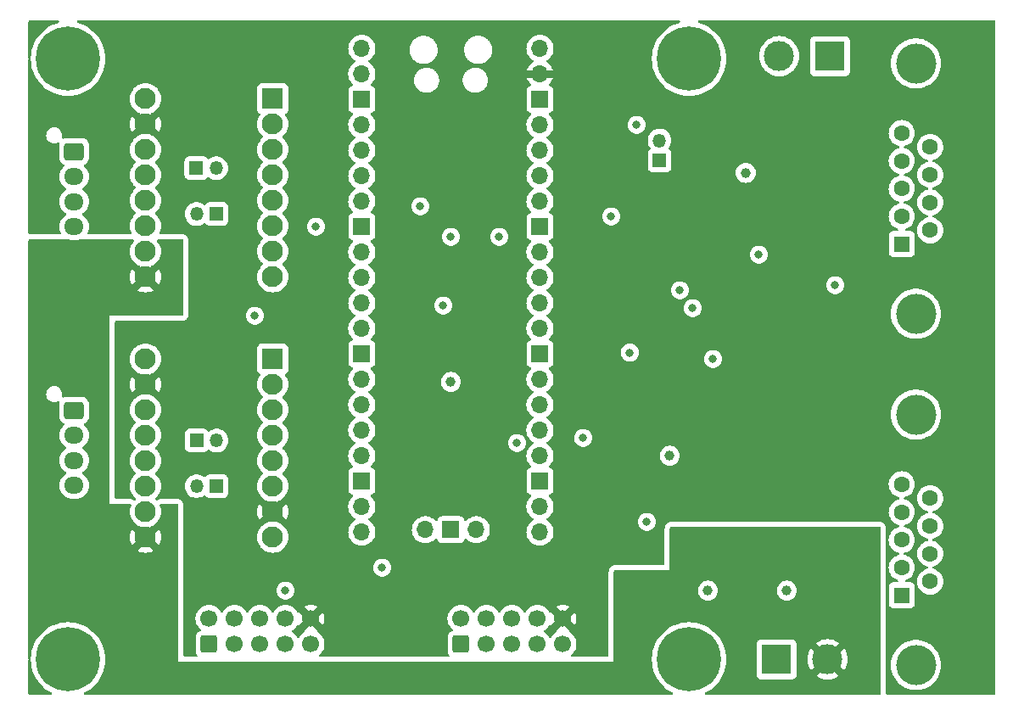
<source format=gbr>
%TF.GenerationSoftware,KiCad,Pcbnew,(7.0.0)*%
%TF.CreationDate,2023-03-05T20:48:15+13:00*%
%TF.ProjectId,pico_expansion_board,7069636f-5f65-4787-9061-6e73696f6e5f,rev?*%
%TF.SameCoordinates,Original*%
%TF.FileFunction,Copper,L3,Inr*%
%TF.FilePolarity,Positive*%
%FSLAX46Y46*%
G04 Gerber Fmt 4.6, Leading zero omitted, Abs format (unit mm)*
G04 Created by KiCad (PCBNEW (7.0.0)) date 2023-03-05 20:48:15*
%MOMM*%
%LPD*%
G01*
G04 APERTURE LIST*
G04 Aperture macros list*
%AMRoundRect*
0 Rectangle with rounded corners*
0 $1 Rounding radius*
0 $2 $3 $4 $5 $6 $7 $8 $9 X,Y pos of 4 corners*
0 Add a 4 corners polygon primitive as box body*
4,1,4,$2,$3,$4,$5,$6,$7,$8,$9,$2,$3,0*
0 Add four circle primitives for the rounded corners*
1,1,$1+$1,$2,$3*
1,1,$1+$1,$4,$5*
1,1,$1+$1,$6,$7*
1,1,$1+$1,$8,$9*
0 Add four rect primitives between the rounded corners*
20,1,$1+$1,$2,$3,$4,$5,0*
20,1,$1+$1,$4,$5,$6,$7,0*
20,1,$1+$1,$6,$7,$8,$9,0*
20,1,$1+$1,$8,$9,$2,$3,0*%
G04 Aperture macros list end*
%TA.AperFunction,ComponentPad*%
%ADD10R,1.350000X1.350000*%
%TD*%
%TA.AperFunction,ComponentPad*%
%ADD11O,1.350000X1.350000*%
%TD*%
%TA.AperFunction,ComponentPad*%
%ADD12R,3.000000X3.000000*%
%TD*%
%TA.AperFunction,ComponentPad*%
%ADD13C,3.000000*%
%TD*%
%TA.AperFunction,ComponentPad*%
%ADD14C,6.400000*%
%TD*%
%TA.AperFunction,ComponentPad*%
%ADD15RoundRect,0.250000X0.600000X-0.600000X0.600000X0.600000X-0.600000X0.600000X-0.600000X-0.600000X0*%
%TD*%
%TA.AperFunction,ComponentPad*%
%ADD16C,1.700000*%
%TD*%
%TA.AperFunction,ComponentPad*%
%ADD17O,1.700000X1.700000*%
%TD*%
%TA.AperFunction,ComponentPad*%
%ADD18R,1.700000X1.700000*%
%TD*%
%TA.AperFunction,ComponentPad*%
%ADD19RoundRect,0.250000X-0.725000X0.600000X-0.725000X-0.600000X0.725000X-0.600000X0.725000X0.600000X0*%
%TD*%
%TA.AperFunction,ComponentPad*%
%ADD20O,1.950000X1.700000*%
%TD*%
%TA.AperFunction,ComponentPad*%
%ADD21C,4.000000*%
%TD*%
%TA.AperFunction,ComponentPad*%
%ADD22R,1.600000X1.600000*%
%TD*%
%TA.AperFunction,ComponentPad*%
%ADD23C,1.600000*%
%TD*%
%TA.AperFunction,ComponentPad*%
%ADD24R,2.100000X2.100000*%
%TD*%
%TA.AperFunction,ComponentPad*%
%ADD25C,2.100000*%
%TD*%
%TA.AperFunction,ViaPad*%
%ADD26C,0.800000*%
%TD*%
%TA.AperFunction,ViaPad*%
%ADD27C,1.000000*%
%TD*%
G04 APERTURE END LIST*
D10*
%TO.N,MOTOR_UART*%
%TO.C,JP3*%
X68357999Y-101345999D03*
D11*
%TO.N,Net-(J3-UART)*%
X70357999Y-101345999D03*
%TD*%
D12*
%TO.N,GND*%
%TO.C,J1*%
X126237999Y-123189999D03*
D13*
%TO.N,VCC*%
X131318000Y-123190000D03*
%TD*%
D14*
%TO.N,N/C*%
%TO.C,H2*%
X55512000Y-123190000D03*
%TD*%
D10*
%TO.N,MOTOR_UART*%
%TO.C,JP1*%
X68315999Y-74167999D03*
D11*
%TO.N,Net-(J2-UART)*%
X70315999Y-74167999D03*
%TD*%
D14*
%TO.N,N/C*%
%TO.C,H4*%
X117488000Y-63246000D03*
%TD*%
D15*
%TO.N,unconnected-(J8-Pin_1-Pad1)*%
%TO.C,J8*%
X94742000Y-121666000D03*
D16*
%TO.N,BTN_ENC*%
X94742000Y-119126000D03*
%TO.N,LCD_CS*%
X97282000Y-121666000D03*
%TO.N,LCD_A0*%
X97282000Y-119126000D03*
%TO.N,LCD_RST*%
X99822000Y-121666000D03*
%TO.N,NEOPIXEL*%
X99822000Y-119126000D03*
%TO.N,unconnected-(J8-Pin_7-Pad7)*%
X102362000Y-121666000D03*
%TO.N,unconnected-(J8-Pin_8-Pad8)*%
X102362000Y-119126000D03*
%TO.N,GND*%
X104902000Y-121666000D03*
%TO.N,+5V*%
X104902000Y-119126000D03*
%TD*%
D10*
%TO.N,Net-(JP9-A)*%
%TO.C,JP9*%
X114553999Y-73405999D03*
D11*
%TO.N,Net-(J10-Pin_1)*%
X114553999Y-71405999D03*
%TD*%
D12*
%TO.N,Net-(J10-Pin_1)*%
%TO.C,J10*%
X131571999Y-62991999D03*
D13*
%TO.N,Net-(J10-Pin_2)*%
X126492000Y-62992000D03*
%TD*%
D17*
%TO.N,SCALE_UART_TX*%
%TO.C,U3*%
X84835999Y-62229999D03*
%TO.N,SCALE_UART_RX*%
X84835999Y-64769999D03*
D18*
%TO.N,GND*%
X84835999Y-67309999D03*
D17*
%TO.N,M1_DIR*%
X84835999Y-69849999D03*
%TO.N,M1_STEP*%
X84835999Y-72389999D03*
%TO.N,UART1_TX*%
X84835999Y-74929999D03*
%TO.N,MOTOR_UART*%
X84835999Y-77469999D03*
D18*
%TO.N,GND*%
X84835999Y-80009999D03*
D17*
%TO.N,M1_EN*%
X84835999Y-82549999D03*
%TO.N,M2_DIR*%
X84835999Y-85089999D03*
%TO.N,M2_STEP*%
X84835999Y-87629999D03*
%TO.N,M2_EN*%
X84835999Y-90169999D03*
D18*
%TO.N,GND*%
X84835999Y-92709999D03*
D17*
%TO.N,EEPROM_SDA*%
X84835999Y-95249999D03*
%TO.N,EEPROM_SCL*%
X84835999Y-97789999D03*
%TO.N,BTN_RST*%
X84835999Y-100329999D03*
%TO.N,Net-(U3-GPIO13)*%
X84835999Y-102869999D03*
D18*
%TO.N,GND*%
X84835999Y-105409999D03*
D17*
%TO.N,BTN_EN2*%
X84835999Y-107949999D03*
%TO.N,BTN_EN1*%
X84835999Y-110489999D03*
%TO.N,SPI0_MISO*%
X102615999Y-110489999D03*
%TO.N,LCD_CS*%
X102615999Y-107949999D03*
D18*
%TO.N,GND*%
X102615999Y-105409999D03*
D17*
%TO.N,LED_SCK*%
X102615999Y-102869999D03*
%TO.N,LCD_MOSI*%
X102615999Y-100329999D03*
%TO.N,LCD_A0*%
X102615999Y-97789999D03*
%TO.N,LCD_RST*%
X102615999Y-95249999D03*
D18*
%TO.N,GND*%
X102615999Y-92709999D03*
D17*
%TO.N,BTN_ENC*%
X102615999Y-90169999D03*
%TO.N,PICO_RESET_BTN*%
X102615999Y-87629999D03*
%TO.N,NEOPIXEL*%
X102615999Y-85089999D03*
%TO.N,CAN_TX*%
X102615999Y-82549999D03*
D18*
%TO.N,GND*%
X102615999Y-80009999D03*
D17*
%TO.N,CAN_RX*%
X102615999Y-77469999D03*
%TO.N,unconnected-(U3-ADC_VREF-Pad35)*%
X102615999Y-74929999D03*
%TO.N,+3.3V*%
X102615999Y-72389999D03*
%TO.N,unconnected-(U3-3V3_EN-Pad37)*%
X102615999Y-69849999D03*
D18*
%TO.N,GND*%
X102615999Y-67309999D03*
D17*
%TO.N,+5V*%
X102615999Y-64769999D03*
%TO.N,unconnected-(U3-VBUS-Pad40)*%
X102615999Y-62229999D03*
%TO.N,unconnected-(U3-SWCLK-Pad41)*%
X91185999Y-110259999D03*
D18*
%TO.N,unconnected-(U3-GND-Pad42)*%
X93725999Y-110259999D03*
D17*
%TO.N,unconnected-(U3-SWDIO-Pad43)*%
X96265999Y-110259999D03*
%TD*%
D19*
%TO.N,Net-(J2-B2)*%
%TO.C,J4*%
X56134000Y-72510000D03*
D20*
%TO.N,Net-(J2-B1)*%
X56133999Y-75009999D03*
%TO.N,Net-(J2-A1)*%
X56133999Y-77509999D03*
%TO.N,Net-(J2-A2)*%
X56133999Y-80009999D03*
%TD*%
D19*
%TO.N,Net-(J3-B2)*%
%TO.C,J5*%
X56134000Y-98338000D03*
D20*
%TO.N,Net-(J3-B1)*%
X56133999Y-100837999D03*
%TO.N,Net-(J3-A1)*%
X56133999Y-103337999D03*
%TO.N,Net-(J3-A2)*%
X56133999Y-105837999D03*
%TD*%
D14*
%TO.N,N/C*%
%TO.C,H1*%
X55512000Y-63246000D03*
%TD*%
D10*
%TO.N,Net-(J3-PDN)*%
%TO.C,JP4*%
X70341999Y-105907999D03*
D11*
%TO.N,MOTOR_UART*%
X68341999Y-105907999D03*
%TD*%
D21*
%TO.N,GND*%
%TO.C,J7*%
X140139669Y-88710000D03*
X140139669Y-63710000D03*
D22*
%TO.N,unconnected-(J7-Pad1)*%
X138719668Y-81749999D03*
D23*
%TO.N,SCALE_TXD*%
X138719669Y-78980000D03*
%TO.N,SCALE_RXD*%
X138719669Y-76210000D03*
%TO.N,unconnected-(J7-Pad4)*%
X138719669Y-73440000D03*
%TO.N,unconnected-(J7-Pad5)*%
X138719669Y-70670000D03*
%TO.N,unconnected-(J7-Pad6)*%
X141559669Y-80365000D03*
%TO.N,unconnected-(J7-Pad7)*%
X141559669Y-77595000D03*
%TO.N,unconnected-(J7-Pad8)*%
X141559669Y-74825000D03*
%TO.N,unconnected-(J7-Pad9)*%
X141559669Y-72055000D03*
%TD*%
D24*
%TO.N,M2_DIR*%
%TO.C,J3*%
X75945999Y-93217999D03*
D25*
%TO.N,M2_STEP*%
X75946000Y-95758000D03*
%TO.N,GND*%
X75946000Y-98298000D03*
%TO.N,Net-(J3-UART)*%
X75946000Y-100838000D03*
%TO.N,Net-(J3-PDN)*%
X75946000Y-103378000D03*
%TO.N,GND*%
X75946000Y-105918000D03*
%TO.N,+5V*%
X75946000Y-108458000D03*
%TO.N,M2_EN*%
X75946000Y-110998000D03*
%TO.N,VCC*%
X63246000Y-110998000D03*
%TO.N,GND*%
X63246000Y-108458000D03*
%TO.N,Net-(J3-A2)*%
X63246000Y-105918000D03*
%TO.N,Net-(J3-A1)*%
X63246000Y-103378000D03*
%TO.N,Net-(J3-B1)*%
X63246000Y-100838000D03*
%TO.N,Net-(J3-B2)*%
X63246000Y-98298000D03*
%TO.N,+5V*%
X63246000Y-95758000D03*
%TO.N,GND*%
X63246000Y-93218000D03*
%TD*%
D21*
%TO.N,GND*%
%TO.C,J6*%
X140139669Y-123762000D03*
X140139669Y-98762000D03*
D22*
%TO.N,unconnected-(J6-Pad1)*%
X138719668Y-116801999D03*
D23*
%TO.N,SCALE_RXD*%
X138719669Y-114032000D03*
%TO.N,SCALE_TXD*%
X138719669Y-111262000D03*
%TO.N,unconnected-(J6-Pad4)*%
X138719669Y-108492000D03*
%TO.N,unconnected-(J6-Pad5)*%
X138719669Y-105722000D03*
%TO.N,unconnected-(J6-Pad6)*%
X141559669Y-115417000D03*
%TO.N,unconnected-(J6-Pad7)*%
X141559669Y-112647000D03*
%TO.N,unconnected-(J6-Pad8)*%
X141559669Y-109877000D03*
%TO.N,unconnected-(J6-Pad9)*%
X141559669Y-107107000D03*
%TD*%
D24*
%TO.N,M1_DIR*%
%TO.C,J2*%
X75945999Y-67241999D03*
D25*
%TO.N,M1_STEP*%
X75946000Y-69782000D03*
%TO.N,GND*%
X75946000Y-72322000D03*
%TO.N,Net-(J2-UART)*%
X75946000Y-74862000D03*
%TO.N,Net-(J2-PDN)*%
X75946000Y-77402000D03*
%TO.N,GND*%
X75946000Y-79942000D03*
X75946000Y-82482000D03*
%TO.N,M1_EN*%
X75946000Y-85022000D03*
%TO.N,VCC*%
X63246000Y-85022000D03*
%TO.N,GND*%
X63246000Y-82482000D03*
%TO.N,Net-(J2-A2)*%
X63246000Y-79942000D03*
%TO.N,Net-(J2-A1)*%
X63246000Y-77402000D03*
%TO.N,Net-(J2-B1)*%
X63246000Y-74862000D03*
%TO.N,Net-(J2-B2)*%
X63246000Y-72322000D03*
%TO.N,+5V*%
X63246000Y-69782000D03*
%TO.N,GND*%
X63246000Y-67242000D03*
%TD*%
D14*
%TO.N,N/C*%
%TO.C,H3*%
X117488000Y-123190000D03*
%TD*%
D15*
%TO.N,unconnected-(J9-Pin_1-Pad1)*%
%TO.C,J9*%
X69596000Y-121666000D03*
D16*
%TO.N,LED_SCK*%
X69596000Y-119126000D03*
%TO.N,BTN_EN1*%
X72136000Y-121666000D03*
%TO.N,unconnected-(J9-Pin_4-Pad4)*%
X72136000Y-119126000D03*
%TO.N,BTN_EN2*%
X74676000Y-121666000D03*
%TO.N,LCD_MOSI*%
X74676000Y-119126000D03*
%TO.N,unconnected-(J9-Pin_7-Pad7)*%
X77216000Y-121666000D03*
%TO.N,BTN_RST*%
X77216000Y-119126000D03*
%TO.N,GND*%
X79756000Y-121666000D03*
%TO.N,+5V*%
X79756000Y-119126000D03*
%TD*%
D10*
%TO.N,Net-(J2-PDN)*%
%TO.C,JP2*%
X70341999Y-78739999D03*
D11*
%TO.N,MOTOR_UART*%
X68341999Y-78739999D03*
%TD*%
D26*
%TO.N,GND*%
X124460000Y-82804000D03*
%TO.N,+5V*%
X124460000Y-80518000D03*
%TO.N,SCALE_RXD*%
X132080000Y-85852000D03*
%TO.N,GND*%
X111571000Y-92583000D03*
X92964000Y-87884000D03*
D27*
X119380000Y-116332000D03*
X93726000Y-95504000D03*
D26*
X113284000Y-109474000D03*
X90678000Y-77978000D03*
D27*
X127254000Y-116332000D03*
X123154000Y-74640000D03*
D26*
X98552000Y-81026000D03*
D27*
X115570000Y-102870000D03*
D26*
X119888000Y-93218000D03*
%TO.N,+5V*%
X95504000Y-87884000D03*
D27*
X120142000Y-97282000D03*
X115570000Y-97282000D03*
D26*
X112268000Y-79756000D03*
D27*
X117856000Y-97282000D03*
D26*
X88646000Y-98044000D03*
D27*
X110998000Y-109474000D03*
X106172000Y-64770000D03*
%TO.N,VCC*%
X132842000Y-112776000D03*
D26*
%TO.N,BTN_ENC*%
X100330000Y-101600000D03*
%TO.N,NEOPIXEL*%
X106934000Y-101092000D03*
%TO.N,BTN_EN2*%
X86868000Y-114046000D03*
%TO.N,BTN_RST*%
X77216000Y-116332000D03*
%TO.N,MOTOR_UART*%
X74168000Y-88900000D03*
X80264000Y-80010000D03*
%TO.N,SCALE_UART_TX*%
X117856000Y-88138000D03*
%TO.N,SCALE_UART_RX*%
X116586000Y-86360000D03*
%TO.N,PICO_RESET_BTN*%
X109728000Y-78994000D03*
%TO.N,Net-(J10-Pin_2)*%
X112268000Y-69850000D03*
%TO.N,CAN_TX*%
X93726000Y-81026000D03*
%TD*%
%TA.AperFunction,Conductor*%
%TO.N,+5V*%
G36*
X54548865Y-59450011D02*
G01*
X54593183Y-59488877D01*
X54614547Y-59543815D01*
X54608130Y-59602411D01*
X54575381Y-59651422D01*
X54523701Y-59679775D01*
X54370042Y-59720947D01*
X54370031Y-59720950D01*
X54366913Y-59721786D01*
X54363902Y-59722941D01*
X54363889Y-59722946D01*
X54007837Y-59859622D01*
X54007828Y-59859625D01*
X54004806Y-59860786D01*
X54001929Y-59862251D01*
X54001913Y-59862259D01*
X53662104Y-60035400D01*
X53662090Y-60035408D01*
X53659211Y-60036875D01*
X53656491Y-60038641D01*
X53656483Y-60038646D01*
X53336644Y-60246352D01*
X53336638Y-60246355D01*
X53333916Y-60248124D01*
X53331396Y-60250164D01*
X53331390Y-60250169D01*
X53035002Y-60490179D01*
X53034991Y-60490188D01*
X53032484Y-60492219D01*
X53030199Y-60494503D01*
X53030189Y-60494513D01*
X52760513Y-60764189D01*
X52760503Y-60764199D01*
X52758219Y-60766484D01*
X52756188Y-60768991D01*
X52756179Y-60769002D01*
X52516169Y-61065390D01*
X52516164Y-61065396D01*
X52514124Y-61067916D01*
X52512355Y-61070638D01*
X52512352Y-61070644D01*
X52304646Y-61390483D01*
X52304641Y-61390491D01*
X52302875Y-61393211D01*
X52301408Y-61396090D01*
X52301400Y-61396104D01*
X52128259Y-61735913D01*
X52128251Y-61735929D01*
X52126786Y-61738806D01*
X52125625Y-61741828D01*
X52125622Y-61741837D01*
X51988946Y-62097889D01*
X51988941Y-62097902D01*
X51987786Y-62100913D01*
X51986950Y-62104031D01*
X51986947Y-62104042D01*
X51888237Y-62472433D01*
X51888234Y-62472446D01*
X51887398Y-62475567D01*
X51886892Y-62478758D01*
X51886889Y-62478775D01*
X51827229Y-62855456D01*
X51827227Y-62855470D01*
X51826722Y-62858662D01*
X51826552Y-62861894D01*
X51826552Y-62861900D01*
X51809830Y-63180973D01*
X51790580Y-63241108D01*
X51785287Y-63245999D01*
X51790580Y-63250892D01*
X51809830Y-63311027D01*
X51824297Y-63587077D01*
X51826722Y-63633338D01*
X51827227Y-63636531D01*
X51827229Y-63636543D01*
X51886889Y-64013224D01*
X51886891Y-64013237D01*
X51887398Y-64016433D01*
X51888235Y-64019557D01*
X51888237Y-64019566D01*
X51984253Y-64377901D01*
X51987786Y-64391087D01*
X51988943Y-64394102D01*
X51988946Y-64394110D01*
X52125622Y-64750162D01*
X52126786Y-64753194D01*
X52128255Y-64756077D01*
X52128259Y-64756086D01*
X52301400Y-65095895D01*
X52302875Y-65098789D01*
X52514124Y-65424084D01*
X52596311Y-65525576D01*
X52738058Y-65700620D01*
X52758219Y-65725516D01*
X53032484Y-65999781D01*
X53333916Y-66243876D01*
X53659211Y-66455125D01*
X53662104Y-66456599D01*
X53995905Y-66626679D01*
X54004806Y-66631214D01*
X54366913Y-66770214D01*
X54741567Y-66870602D01*
X55124662Y-66931278D01*
X55512000Y-66951578D01*
X55899338Y-66931278D01*
X56282433Y-66870602D01*
X56657087Y-66770214D01*
X57019194Y-66631214D01*
X57364789Y-66455125D01*
X57690084Y-66243876D01*
X57991516Y-65999781D01*
X58265781Y-65725516D01*
X58509876Y-65424084D01*
X58721125Y-65098789D01*
X58897214Y-64753194D01*
X59036214Y-64391087D01*
X59136602Y-64016433D01*
X59197278Y-63633338D01*
X59217578Y-63246000D01*
X59197278Y-62858662D01*
X59136602Y-62475567D01*
X59036214Y-62100913D01*
X58897214Y-61738806D01*
X58721125Y-61393211D01*
X58509876Y-61067916D01*
X58265781Y-60766484D01*
X57991516Y-60492219D01*
X57690084Y-60248124D01*
X57364789Y-60036875D01*
X57361901Y-60035403D01*
X57361895Y-60035400D01*
X57022086Y-59862259D01*
X57022077Y-59862255D01*
X57019194Y-59860786D01*
X57016162Y-59859622D01*
X56660110Y-59722946D01*
X56660102Y-59722943D01*
X56657087Y-59721786D01*
X56653962Y-59720948D01*
X56653957Y-59720947D01*
X56500299Y-59679775D01*
X56448619Y-59651422D01*
X56415870Y-59602411D01*
X56409453Y-59543815D01*
X56430817Y-59488877D01*
X56475135Y-59450011D01*
X56532392Y-59436000D01*
X116467608Y-59436000D01*
X116524865Y-59450011D01*
X116569183Y-59488877D01*
X116590547Y-59543815D01*
X116584130Y-59602411D01*
X116551381Y-59651422D01*
X116499701Y-59679775D01*
X116346042Y-59720947D01*
X116346031Y-59720950D01*
X116342913Y-59721786D01*
X116339902Y-59722941D01*
X116339889Y-59722946D01*
X115983837Y-59859622D01*
X115983828Y-59859625D01*
X115980806Y-59860786D01*
X115977929Y-59862251D01*
X115977913Y-59862259D01*
X115638104Y-60035400D01*
X115638090Y-60035408D01*
X115635211Y-60036875D01*
X115632491Y-60038641D01*
X115632483Y-60038646D01*
X115312644Y-60246352D01*
X115312638Y-60246355D01*
X115309916Y-60248124D01*
X115307396Y-60250164D01*
X115307390Y-60250169D01*
X115011002Y-60490179D01*
X115010991Y-60490188D01*
X115008484Y-60492219D01*
X115006199Y-60494503D01*
X115006189Y-60494513D01*
X114736513Y-60764189D01*
X114736503Y-60764199D01*
X114734219Y-60766484D01*
X114732188Y-60768991D01*
X114732179Y-60769002D01*
X114492169Y-61065390D01*
X114492164Y-61065396D01*
X114490124Y-61067916D01*
X114488355Y-61070638D01*
X114488352Y-61070644D01*
X114280646Y-61390483D01*
X114280641Y-61390491D01*
X114278875Y-61393211D01*
X114277408Y-61396090D01*
X114277400Y-61396104D01*
X114104259Y-61735913D01*
X114104251Y-61735929D01*
X114102786Y-61738806D01*
X114101625Y-61741828D01*
X114101622Y-61741837D01*
X113964946Y-62097889D01*
X113964941Y-62097902D01*
X113963786Y-62100913D01*
X113962950Y-62104031D01*
X113962947Y-62104042D01*
X113864237Y-62472433D01*
X113864234Y-62472446D01*
X113863398Y-62475567D01*
X113862892Y-62478758D01*
X113862889Y-62478775D01*
X113803229Y-62855456D01*
X113803227Y-62855470D01*
X113802722Y-62858662D01*
X113802552Y-62861894D01*
X113802552Y-62861900D01*
X113789608Y-63108886D01*
X113782422Y-63246000D01*
X113782592Y-63249244D01*
X113801693Y-63613718D01*
X113802722Y-63633338D01*
X113803227Y-63636531D01*
X113803229Y-63636543D01*
X113862889Y-64013224D01*
X113862891Y-64013237D01*
X113863398Y-64016433D01*
X113864235Y-64019557D01*
X113864237Y-64019566D01*
X113960253Y-64377901D01*
X113963786Y-64391087D01*
X113964943Y-64394102D01*
X113964946Y-64394110D01*
X114101622Y-64750162D01*
X114102786Y-64753194D01*
X114104255Y-64756077D01*
X114104259Y-64756086D01*
X114277400Y-65095895D01*
X114278875Y-65098789D01*
X114490124Y-65424084D01*
X114572311Y-65525576D01*
X114714058Y-65700620D01*
X114734219Y-65725516D01*
X115008484Y-65999781D01*
X115309916Y-66243876D01*
X115635211Y-66455125D01*
X115638104Y-66456599D01*
X115971905Y-66626679D01*
X115980806Y-66631214D01*
X116342913Y-66770214D01*
X116717567Y-66870602D01*
X117100662Y-66931278D01*
X117488000Y-66951578D01*
X117875338Y-66931278D01*
X118258433Y-66870602D01*
X118633087Y-66770214D01*
X118995194Y-66631214D01*
X119340789Y-66455125D01*
X119666084Y-66243876D01*
X119967516Y-65999781D01*
X120241781Y-65725516D01*
X120485876Y-65424084D01*
X120697125Y-65098789D01*
X120873214Y-64753194D01*
X121012214Y-64391087D01*
X121112602Y-64016433D01*
X121173278Y-63633338D01*
X121193578Y-63246000D01*
X121180266Y-62992000D01*
X124486390Y-62992000D01*
X124486706Y-62996418D01*
X124506487Y-63273005D01*
X124506488Y-63273014D01*
X124506804Y-63277428D01*
X124507744Y-63281753D01*
X124507746Y-63281761D01*
X124553923Y-63494032D01*
X124567631Y-63557046D01*
X124569175Y-63561185D01*
X124569176Y-63561189D01*
X124643515Y-63760500D01*
X124667633Y-63825161D01*
X124669753Y-63829043D01*
X124669756Y-63829050D01*
X124776216Y-64024015D01*
X124804774Y-64076315D01*
X124976261Y-64305395D01*
X125178605Y-64507739D01*
X125407685Y-64679226D01*
X125658839Y-64816367D01*
X125926954Y-64916369D01*
X126206572Y-64977196D01*
X126492000Y-64997610D01*
X126777428Y-64977196D01*
X127057046Y-64916369D01*
X127325161Y-64816367D01*
X127576315Y-64679226D01*
X127766871Y-64536578D01*
X129571500Y-64536578D01*
X129571501Y-64539872D01*
X129571853Y-64543150D01*
X129571854Y-64543161D01*
X129577079Y-64591768D01*
X129577080Y-64591773D01*
X129577909Y-64599483D01*
X129580619Y-64606749D01*
X129580620Y-64606753D01*
X129591467Y-64635834D01*
X129628204Y-64734331D01*
X129633518Y-64741430D01*
X129633519Y-64741431D01*
X129701430Y-64832149D01*
X129714454Y-64849546D01*
X129829669Y-64935796D01*
X129964517Y-64986091D01*
X130024127Y-64992500D01*
X133119872Y-64992499D01*
X133179483Y-64986091D01*
X133314331Y-64935796D01*
X133429546Y-64849546D01*
X133515796Y-64734331D01*
X133566091Y-64599483D01*
X133572500Y-64539873D01*
X133572500Y-63710000D01*
X137634225Y-63710000D01*
X137653981Y-64024015D01*
X137654708Y-64027827D01*
X137654710Y-64027841D01*
X137709573Y-64315440D01*
X137712938Y-64333079D01*
X137714142Y-64336786D01*
X137714143Y-64336788D01*
X137795623Y-64587558D01*
X137810166Y-64632315D01*
X137944132Y-64917007D01*
X137946214Y-64920288D01*
X137946217Y-64920293D01*
X138110631Y-65179369D01*
X138110635Y-65179375D01*
X138112722Y-65182663D01*
X138115201Y-65185660D01*
X138115205Y-65185665D01*
X138150584Y-65228430D01*
X138313279Y-65425094D01*
X138542639Y-65640478D01*
X138797185Y-65825416D01*
X138827897Y-65842300D01*
X139054718Y-65966997D01*
X139072903Y-65976994D01*
X139365444Y-66092819D01*
X139670196Y-66171066D01*
X139982351Y-66210500D01*
X140293092Y-66210500D01*
X140296987Y-66210500D01*
X140609142Y-66171066D01*
X140913894Y-66092819D01*
X141206435Y-65976994D01*
X141482153Y-65825416D01*
X141736699Y-65640478D01*
X141966059Y-65425094D01*
X142166616Y-65182663D01*
X142335206Y-64917007D01*
X142469172Y-64632315D01*
X142566400Y-64333079D01*
X142625357Y-64024015D01*
X142645113Y-63710000D01*
X142625357Y-63395985D01*
X142566400Y-63086921D01*
X142469172Y-62787685D01*
X142335206Y-62502993D01*
X142285634Y-62424880D01*
X142168706Y-62240630D01*
X142168704Y-62240627D01*
X142166616Y-62237337D01*
X142160546Y-62230000D01*
X142045371Y-62090778D01*
X141966059Y-61994906D01*
X141736699Y-61779522D01*
X141718551Y-61766337D01*
X141521337Y-61623053D01*
X141482153Y-61594584D01*
X141478750Y-61592713D01*
X141478745Y-61592710D01*
X141209852Y-61444884D01*
X141209845Y-61444880D01*
X141206435Y-61443006D01*
X141202809Y-61441570D01*
X141202804Y-61441568D01*
X140917516Y-61328615D01*
X140917515Y-61328614D01*
X140913894Y-61327181D01*
X140910124Y-61326213D01*
X140910121Y-61326212D01*
X140612925Y-61249905D01*
X140612920Y-61249904D01*
X140609142Y-61248934D01*
X140605271Y-61248445D01*
X140605266Y-61248444D01*
X140300853Y-61209988D01*
X140300846Y-61209987D01*
X140296987Y-61209500D01*
X139982351Y-61209500D01*
X139978492Y-61209987D01*
X139978484Y-61209988D01*
X139674071Y-61248444D01*
X139674063Y-61248445D01*
X139670196Y-61248934D01*
X139666420Y-61249903D01*
X139666412Y-61249905D01*
X139369216Y-61326212D01*
X139369208Y-61326214D01*
X139365444Y-61327181D01*
X139361827Y-61328612D01*
X139361821Y-61328615D01*
X139076533Y-61441568D01*
X139076522Y-61441572D01*
X139072903Y-61443006D01*
X139069498Y-61444877D01*
X139069485Y-61444884D01*
X138800592Y-61592710D01*
X138800580Y-61592717D01*
X138797185Y-61594584D01*
X138794041Y-61596867D01*
X138794035Y-61596872D01*
X138545795Y-61777228D01*
X138545784Y-61777236D01*
X138542639Y-61779522D01*
X138539804Y-61782183D01*
X138539797Y-61782190D01*
X138316116Y-61992241D01*
X138316109Y-61992248D01*
X138313279Y-61994906D01*
X138310804Y-61997897D01*
X138310800Y-61997902D01*
X138115205Y-62234334D01*
X138115195Y-62234346D01*
X138112722Y-62237337D01*
X138110640Y-62240616D01*
X138110631Y-62240630D01*
X137946217Y-62499706D01*
X137946210Y-62499717D01*
X137944132Y-62502993D01*
X137942479Y-62506504D01*
X137942476Y-62506511D01*
X137846254Y-62710994D01*
X137810166Y-62787685D01*
X137808964Y-62791382D01*
X137808962Y-62791389D01*
X137723430Y-63054630D01*
X137712938Y-63086921D01*
X137712209Y-63090741D01*
X137712207Y-63090750D01*
X137654710Y-63392158D01*
X137654707Y-63392174D01*
X137653981Y-63395985D01*
X137653736Y-63399876D01*
X137653736Y-63399878D01*
X137640168Y-63615544D01*
X137634225Y-63710000D01*
X133572500Y-63710000D01*
X133572499Y-61444128D01*
X133566091Y-61384517D01*
X133515796Y-61249669D01*
X133429546Y-61134454D01*
X133359181Y-61081779D01*
X133321431Y-61053519D01*
X133321430Y-61053518D01*
X133314331Y-61048204D01*
X133229508Y-61016567D01*
X133186752Y-61000620D01*
X133186750Y-61000619D01*
X133179483Y-60997909D01*
X133171770Y-60997079D01*
X133171767Y-60997079D01*
X133123180Y-60991855D01*
X133123169Y-60991854D01*
X133119873Y-60991500D01*
X133116550Y-60991500D01*
X130027439Y-60991500D01*
X130027420Y-60991500D01*
X130024128Y-60991501D01*
X130020850Y-60991853D01*
X130020838Y-60991854D01*
X129972231Y-60997079D01*
X129972225Y-60997080D01*
X129964517Y-60997909D01*
X129957252Y-61000618D01*
X129957246Y-61000620D01*
X129837980Y-61045104D01*
X129837978Y-61045104D01*
X129829669Y-61048204D01*
X129822572Y-61053516D01*
X129822568Y-61053519D01*
X129721550Y-61129141D01*
X129721546Y-61129144D01*
X129714454Y-61134454D01*
X129709144Y-61141546D01*
X129709141Y-61141550D01*
X129633519Y-61242568D01*
X129633516Y-61242572D01*
X129628204Y-61249669D01*
X129625104Y-61257978D01*
X129625104Y-61257980D01*
X129580620Y-61377247D01*
X129580619Y-61377250D01*
X129577909Y-61384517D01*
X129577079Y-61392227D01*
X129577079Y-61392232D01*
X129571855Y-61440819D01*
X129571854Y-61440831D01*
X129571500Y-61444127D01*
X129571500Y-61447448D01*
X129571500Y-61447449D01*
X129571500Y-64536560D01*
X129571500Y-64536578D01*
X127766871Y-64536578D01*
X127805395Y-64507739D01*
X128007739Y-64305395D01*
X128179226Y-64076315D01*
X128316367Y-63825161D01*
X128416369Y-63557046D01*
X128477196Y-63277428D01*
X128497610Y-62992000D01*
X128477196Y-62706572D01*
X128416369Y-62426954D01*
X128316367Y-62158839D01*
X128313603Y-62153778D01*
X128251737Y-62040479D01*
X128179226Y-61907685D01*
X128007739Y-61678605D01*
X127805395Y-61476261D01*
X127576315Y-61304774D01*
X127498867Y-61262484D01*
X127329050Y-61169756D01*
X127329043Y-61169753D01*
X127325161Y-61167633D01*
X127321017Y-61166087D01*
X127321012Y-61166085D01*
X127061189Y-61069176D01*
X127061185Y-61069175D01*
X127057046Y-61067631D01*
X127003418Y-61055965D01*
X126781761Y-61007746D01*
X126781753Y-61007744D01*
X126777428Y-61006804D01*
X126773014Y-61006488D01*
X126773005Y-61006487D01*
X126496418Y-60986706D01*
X126492000Y-60986390D01*
X126487582Y-60986706D01*
X126210994Y-61006487D01*
X126210983Y-61006488D01*
X126206572Y-61006804D01*
X126202248Y-61007744D01*
X126202238Y-61007746D01*
X125931279Y-61066690D01*
X125931276Y-61066690D01*
X125926954Y-61067631D01*
X125922818Y-61069173D01*
X125922810Y-61069176D01*
X125662987Y-61166085D01*
X125662976Y-61166089D01*
X125658839Y-61167633D01*
X125654961Y-61169750D01*
X125654949Y-61169756D01*
X125411579Y-61302647D01*
X125411571Y-61302651D01*
X125407685Y-61304774D01*
X125404135Y-61307431D01*
X125404131Y-61307434D01*
X125182156Y-61473602D01*
X125182149Y-61473607D01*
X125178605Y-61476261D01*
X125175474Y-61479391D01*
X125175467Y-61479398D01*
X124979398Y-61675467D01*
X124979391Y-61675474D01*
X124976261Y-61678605D01*
X124973607Y-61682149D01*
X124973602Y-61682156D01*
X124807757Y-61903700D01*
X124804774Y-61907685D01*
X124802651Y-61911571D01*
X124802647Y-61911579D01*
X124669756Y-62154949D01*
X124669750Y-62154961D01*
X124667633Y-62158839D01*
X124666089Y-62162976D01*
X124666085Y-62162987D01*
X124569176Y-62422810D01*
X124569173Y-62422818D01*
X124567631Y-62426954D01*
X124566690Y-62431276D01*
X124566690Y-62431279D01*
X124507746Y-62702238D01*
X124507744Y-62702248D01*
X124506804Y-62706572D01*
X124506488Y-62710983D01*
X124506487Y-62710994D01*
X124492662Y-62904300D01*
X124486390Y-62992000D01*
X121180266Y-62992000D01*
X121173278Y-62858662D01*
X121112602Y-62475567D01*
X121012214Y-62100913D01*
X120873214Y-61738806D01*
X120697125Y-61393211D01*
X120485876Y-61067916D01*
X120241781Y-60766484D01*
X119967516Y-60492219D01*
X119666084Y-60248124D01*
X119340789Y-60036875D01*
X119337901Y-60035403D01*
X119337895Y-60035400D01*
X118998086Y-59862259D01*
X118998077Y-59862255D01*
X118995194Y-59860786D01*
X118992162Y-59859622D01*
X118636110Y-59722946D01*
X118636102Y-59722943D01*
X118633087Y-59721786D01*
X118629962Y-59720948D01*
X118629957Y-59720947D01*
X118476299Y-59679775D01*
X118424619Y-59651422D01*
X118391870Y-59602411D01*
X118385453Y-59543815D01*
X118406817Y-59488877D01*
X118451135Y-59450011D01*
X118508392Y-59436000D01*
X147958000Y-59436000D01*
X148020000Y-59452613D01*
X148065387Y-59498000D01*
X148082000Y-59560000D01*
X148082000Y-126622000D01*
X148065387Y-126684000D01*
X148020000Y-126729387D01*
X147958000Y-126746000D01*
X137281500Y-126746000D01*
X137219500Y-126729387D01*
X137174113Y-126684000D01*
X137157500Y-126622000D01*
X137157500Y-123762000D01*
X137634225Y-123762000D01*
X137653981Y-124076015D01*
X137654708Y-124079827D01*
X137654710Y-124079841D01*
X137712207Y-124381249D01*
X137712938Y-124385079D01*
X137810166Y-124684315D01*
X137944132Y-124969007D01*
X137946214Y-124972288D01*
X137946217Y-124972293D01*
X138110631Y-125231369D01*
X138110635Y-125231375D01*
X138112722Y-125234663D01*
X138313279Y-125477094D01*
X138542639Y-125692478D01*
X138797185Y-125877416D01*
X139072903Y-126028994D01*
X139365444Y-126144819D01*
X139670196Y-126223066D01*
X139982351Y-126262500D01*
X140293092Y-126262500D01*
X140296987Y-126262500D01*
X140609142Y-126223066D01*
X140913894Y-126144819D01*
X141206435Y-126028994D01*
X141482153Y-125877416D01*
X141736699Y-125692478D01*
X141966059Y-125477094D01*
X142166616Y-125234663D01*
X142335206Y-124969007D01*
X142469172Y-124684315D01*
X142566400Y-124385079D01*
X142625357Y-124076015D01*
X142645113Y-123762000D01*
X142625357Y-123447985D01*
X142566400Y-123138921D01*
X142469172Y-122839685D01*
X142335206Y-122554993D01*
X142181618Y-122312976D01*
X142168706Y-122292630D01*
X142168704Y-122292627D01*
X142166616Y-122289337D01*
X141966059Y-122046906D01*
X141736699Y-121831522D01*
X141482153Y-121646584D01*
X141478750Y-121644713D01*
X141478745Y-121644710D01*
X141209852Y-121496884D01*
X141209845Y-121496880D01*
X141206435Y-121495006D01*
X141202809Y-121493570D01*
X141202804Y-121493568D01*
X140917516Y-121380615D01*
X140917515Y-121380614D01*
X140913894Y-121379181D01*
X140910124Y-121378213D01*
X140910121Y-121378212D01*
X140612925Y-121301905D01*
X140612920Y-121301904D01*
X140609142Y-121300934D01*
X140605271Y-121300445D01*
X140605266Y-121300444D01*
X140300853Y-121261988D01*
X140300846Y-121261987D01*
X140296987Y-121261500D01*
X139982351Y-121261500D01*
X139978492Y-121261987D01*
X139978484Y-121261988D01*
X139674071Y-121300444D01*
X139674063Y-121300445D01*
X139670196Y-121300934D01*
X139666420Y-121301903D01*
X139666412Y-121301905D01*
X139369216Y-121378212D01*
X139369208Y-121378214D01*
X139365444Y-121379181D01*
X139361827Y-121380612D01*
X139361821Y-121380615D01*
X139076533Y-121493568D01*
X139076522Y-121493572D01*
X139072903Y-121495006D01*
X139069498Y-121496877D01*
X139069485Y-121496884D01*
X138800592Y-121644710D01*
X138800580Y-121644717D01*
X138797185Y-121646584D01*
X138794041Y-121648867D01*
X138794035Y-121648872D01*
X138545795Y-121829228D01*
X138545784Y-121829236D01*
X138542639Y-121831522D01*
X138539804Y-121834183D01*
X138539797Y-121834190D01*
X138316116Y-122044241D01*
X138316109Y-122044248D01*
X138313279Y-122046906D01*
X138310804Y-122049897D01*
X138310800Y-122049902D01*
X138115205Y-122286334D01*
X138115195Y-122286346D01*
X138112722Y-122289337D01*
X138110640Y-122292616D01*
X138110631Y-122292630D01*
X137946217Y-122551706D01*
X137946210Y-122551717D01*
X137944132Y-122554993D01*
X137942479Y-122558504D01*
X137942476Y-122558511D01*
X137828369Y-122801001D01*
X137810166Y-122839685D01*
X137808964Y-122843382D01*
X137808962Y-122843389D01*
X137714143Y-123135211D01*
X137712938Y-123138921D01*
X137712209Y-123142741D01*
X137712207Y-123142750D01*
X137654710Y-123444158D01*
X137654707Y-123444174D01*
X137653981Y-123447985D01*
X137634225Y-123762000D01*
X137157500Y-123762000D01*
X137157500Y-114032000D01*
X137414201Y-114032000D01*
X137414673Y-114037395D01*
X137432436Y-114240435D01*
X137434034Y-114258692D01*
X137435431Y-114263907D01*
X137435433Y-114263916D01*
X137491527Y-114473263D01*
X137491530Y-114473271D01*
X137492930Y-114478496D01*
X137495218Y-114483403D01*
X137495219Y-114483405D01*
X137541333Y-114582296D01*
X137589101Y-114684734D01*
X137592208Y-114689171D01*
X137592209Y-114689173D01*
X137644789Y-114764266D01*
X137719622Y-114871139D01*
X137880530Y-115032047D01*
X138066935Y-115162568D01*
X138273173Y-115258739D01*
X138278408Y-115260141D01*
X138280703Y-115260977D01*
X138336007Y-115301155D01*
X138361616Y-115364536D01*
X138349747Y-115431856D01*
X138304007Y-115482657D01*
X138238296Y-115501500D01*
X137875108Y-115501500D01*
X137875089Y-115501500D01*
X137871797Y-115501501D01*
X137868519Y-115501853D01*
X137868507Y-115501854D01*
X137819900Y-115507079D01*
X137819894Y-115507080D01*
X137812186Y-115507909D01*
X137804921Y-115510618D01*
X137804915Y-115510620D01*
X137685649Y-115555104D01*
X137685647Y-115555104D01*
X137677338Y-115558204D01*
X137670241Y-115563516D01*
X137670237Y-115563519D01*
X137569219Y-115639141D01*
X137569215Y-115639144D01*
X137562123Y-115644454D01*
X137556813Y-115651546D01*
X137556810Y-115651550D01*
X137481188Y-115752568D01*
X137481185Y-115752572D01*
X137475873Y-115759669D01*
X137472773Y-115767978D01*
X137472773Y-115767980D01*
X137428289Y-115887247D01*
X137428288Y-115887250D01*
X137425578Y-115894517D01*
X137424748Y-115902227D01*
X137424748Y-115902232D01*
X137419524Y-115950819D01*
X137419523Y-115950831D01*
X137419169Y-115954127D01*
X137419169Y-115957448D01*
X137419169Y-115957449D01*
X137419169Y-117646560D01*
X137419169Y-117646578D01*
X137419170Y-117649872D01*
X137419522Y-117653150D01*
X137419523Y-117653161D01*
X137424748Y-117701768D01*
X137424749Y-117701773D01*
X137425578Y-117709483D01*
X137428288Y-117716749D01*
X137428289Y-117716753D01*
X137461886Y-117806831D01*
X137475873Y-117844331D01*
X137481187Y-117851430D01*
X137481188Y-117851431D01*
X137554733Y-117949675D01*
X137562123Y-117959546D01*
X137677338Y-118045796D01*
X137812186Y-118096091D01*
X137871796Y-118102500D01*
X139567541Y-118102499D01*
X139627152Y-118096091D01*
X139762000Y-118045796D01*
X139877215Y-117959546D01*
X139963465Y-117844331D01*
X140013760Y-117709483D01*
X140020169Y-117649873D01*
X140020168Y-115954128D01*
X140013760Y-115894517D01*
X139963465Y-115759669D01*
X139877215Y-115644454D01*
X139762000Y-115558204D01*
X139627152Y-115507909D01*
X139619439Y-115507079D01*
X139619436Y-115507079D01*
X139570849Y-115501855D01*
X139570838Y-115501854D01*
X139567542Y-115501500D01*
X139564220Y-115501500D01*
X139201043Y-115501500D01*
X139135333Y-115482658D01*
X139089592Y-115431857D01*
X139086972Y-115417000D01*
X140254201Y-115417000D01*
X140254673Y-115422395D01*
X140266283Y-115555104D01*
X140274034Y-115643692D01*
X140275431Y-115648907D01*
X140275433Y-115648916D01*
X140331527Y-115858263D01*
X140331530Y-115858271D01*
X140332930Y-115863496D01*
X140335218Y-115868403D01*
X140335219Y-115868405D01*
X140375192Y-115954127D01*
X140429101Y-116069734D01*
X140559622Y-116256139D01*
X140720530Y-116417047D01*
X140906935Y-116547568D01*
X141113173Y-116643739D01*
X141332977Y-116702635D01*
X141559669Y-116722468D01*
X141786361Y-116702635D01*
X142006165Y-116643739D01*
X142212403Y-116547568D01*
X142398808Y-116417047D01*
X142559716Y-116256139D01*
X142690237Y-116069734D01*
X142786408Y-115863496D01*
X142845304Y-115643692D01*
X142865137Y-115417000D01*
X142845304Y-115190308D01*
X142786408Y-114970504D01*
X142690237Y-114764266D01*
X142559716Y-114577861D01*
X142398808Y-114416953D01*
X142212403Y-114286432D01*
X142113763Y-114240435D01*
X142011074Y-114192550D01*
X142011072Y-114192549D01*
X142006165Y-114190261D01*
X142000940Y-114188861D01*
X142000932Y-114188858D01*
X141883436Y-114157376D01*
X141862531Y-114151774D01*
X141806944Y-114119681D01*
X141774850Y-114064094D01*
X141774850Y-113999906D01*
X141806944Y-113944319D01*
X141862531Y-113912225D01*
X142006165Y-113873739D01*
X142212403Y-113777568D01*
X142398808Y-113647047D01*
X142559716Y-113486139D01*
X142690237Y-113299734D01*
X142786408Y-113093496D01*
X142845304Y-112873692D01*
X142865137Y-112647000D01*
X142845304Y-112420308D01*
X142801872Y-112258217D01*
X142787810Y-112205736D01*
X142787809Y-112205734D01*
X142786408Y-112200504D01*
X142690237Y-111994266D01*
X142559716Y-111807861D01*
X142398808Y-111646953D01*
X142239357Y-111535305D01*
X142216842Y-111519540D01*
X142216840Y-111519539D01*
X142212403Y-111516432D01*
X142006165Y-111420261D01*
X142000940Y-111418861D01*
X142000932Y-111418858D01*
X141883436Y-111387376D01*
X141862531Y-111381774D01*
X141806944Y-111349681D01*
X141774850Y-111294094D01*
X141774850Y-111229906D01*
X141806944Y-111174319D01*
X141862531Y-111142225D01*
X142006165Y-111103739D01*
X142212403Y-111007568D01*
X142398808Y-110877047D01*
X142559716Y-110716139D01*
X142690237Y-110529734D01*
X142786408Y-110323496D01*
X142845304Y-110103692D01*
X142865137Y-109877000D01*
X142845304Y-109650308D01*
X142834599Y-109610356D01*
X142787810Y-109435736D01*
X142787809Y-109435734D01*
X142786408Y-109430504D01*
X142690237Y-109224266D01*
X142559716Y-109037861D01*
X142398808Y-108876953D01*
X142290495Y-108801112D01*
X142216842Y-108749540D01*
X142216840Y-108749539D01*
X142212403Y-108746432D01*
X142006165Y-108650261D01*
X142000940Y-108648861D01*
X142000932Y-108648858D01*
X141876438Y-108615501D01*
X141862531Y-108611774D01*
X141806944Y-108579681D01*
X141774850Y-108524094D01*
X141774850Y-108459906D01*
X141806944Y-108404319D01*
X141862531Y-108372225D01*
X142006165Y-108333739D01*
X142212403Y-108237568D01*
X142398808Y-108107047D01*
X142559716Y-107946139D01*
X142690237Y-107759734D01*
X142786408Y-107553496D01*
X142845304Y-107333692D01*
X142865137Y-107107000D01*
X142845304Y-106880308D01*
X142833402Y-106835889D01*
X142787810Y-106665736D01*
X142787809Y-106665734D01*
X142786408Y-106660504D01*
X142690237Y-106454266D01*
X142559716Y-106267861D01*
X142398808Y-106106953D01*
X142212403Y-105976432D01*
X142006165Y-105880261D01*
X142000940Y-105878861D01*
X142000932Y-105878858D01*
X141791585Y-105822764D01*
X141791576Y-105822762D01*
X141786361Y-105821365D01*
X141780973Y-105820893D01*
X141780970Y-105820893D01*
X141565064Y-105802004D01*
X141559669Y-105801532D01*
X141554274Y-105802004D01*
X141338367Y-105820893D01*
X141338362Y-105820893D01*
X141332977Y-105821365D01*
X141327763Y-105822762D01*
X141327752Y-105822764D01*
X141118405Y-105878858D01*
X141118393Y-105878862D01*
X141113173Y-105880261D01*
X141108268Y-105882547D01*
X141108263Y-105882550D01*
X140911845Y-105974142D01*
X140911841Y-105974144D01*
X140906935Y-105976432D01*
X140902502Y-105979535D01*
X140902495Y-105979540D01*
X140724965Y-106103847D01*
X140724960Y-106103850D01*
X140720530Y-106106953D01*
X140716706Y-106110776D01*
X140716700Y-106110782D01*
X140563451Y-106264031D01*
X140563445Y-106264037D01*
X140559622Y-106267861D01*
X140556519Y-106272291D01*
X140556516Y-106272296D01*
X140432209Y-106449826D01*
X140432204Y-106449833D01*
X140429101Y-106454266D01*
X140426813Y-106459172D01*
X140426811Y-106459176D01*
X140335219Y-106655594D01*
X140335216Y-106655599D01*
X140332930Y-106660504D01*
X140331531Y-106665724D01*
X140331527Y-106665736D01*
X140275433Y-106875083D01*
X140275431Y-106875094D01*
X140274034Y-106880308D01*
X140273562Y-106885693D01*
X140273562Y-106885698D01*
X140259759Y-107043470D01*
X140254201Y-107107000D01*
X140254673Y-107112395D01*
X140271579Y-107305638D01*
X140274034Y-107333692D01*
X140275431Y-107338907D01*
X140275433Y-107338916D01*
X140331527Y-107548263D01*
X140331530Y-107548271D01*
X140332930Y-107553496D01*
X140429101Y-107759734D01*
X140432208Y-107764171D01*
X140432209Y-107764173D01*
X140484789Y-107839266D01*
X140559622Y-107946139D01*
X140720530Y-108107047D01*
X140906935Y-108237568D01*
X141113173Y-108333739D01*
X141256807Y-108372225D01*
X141312393Y-108404317D01*
X141344487Y-108459905D01*
X141344487Y-108524092D01*
X141312394Y-108579680D01*
X141256806Y-108611774D01*
X141118403Y-108648859D01*
X141118396Y-108648861D01*
X141113173Y-108650261D01*
X141108268Y-108652547D01*
X141108263Y-108652550D01*
X140911845Y-108744142D01*
X140911841Y-108744144D01*
X140906935Y-108746432D01*
X140902502Y-108749535D01*
X140902495Y-108749540D01*
X140724965Y-108873847D01*
X140724960Y-108873850D01*
X140720530Y-108876953D01*
X140716706Y-108880776D01*
X140716700Y-108880782D01*
X140563451Y-109034031D01*
X140563445Y-109034037D01*
X140559622Y-109037861D01*
X140556519Y-109042291D01*
X140556516Y-109042296D01*
X140432209Y-109219826D01*
X140432204Y-109219833D01*
X140429101Y-109224266D01*
X140426813Y-109229172D01*
X140426811Y-109229176D01*
X140335219Y-109425594D01*
X140335216Y-109425599D01*
X140332930Y-109430504D01*
X140331531Y-109435724D01*
X140331527Y-109435736D01*
X140275433Y-109645083D01*
X140275431Y-109645094D01*
X140274034Y-109650308D01*
X140273562Y-109655693D01*
X140273562Y-109655698D01*
X140265932Y-109742909D01*
X140254201Y-109877000D01*
X140254673Y-109882395D01*
X140272295Y-110083821D01*
X140274034Y-110103692D01*
X140275431Y-110108907D01*
X140275433Y-110108916D01*
X140331527Y-110318263D01*
X140331530Y-110318271D01*
X140332930Y-110323496D01*
X140335218Y-110328403D01*
X140335219Y-110328405D01*
X140338992Y-110336496D01*
X140429101Y-110529734D01*
X140432208Y-110534171D01*
X140432209Y-110534173D01*
X140484789Y-110609266D01*
X140559622Y-110716139D01*
X140720530Y-110877047D01*
X140906935Y-111007568D01*
X141113173Y-111103739D01*
X141256807Y-111142225D01*
X141312393Y-111174317D01*
X141344487Y-111229905D01*
X141344487Y-111294092D01*
X141312394Y-111349680D01*
X141256806Y-111381774D01*
X141118403Y-111418859D01*
X141118396Y-111418861D01*
X141113173Y-111420261D01*
X141108268Y-111422547D01*
X141108263Y-111422550D01*
X140911845Y-111514142D01*
X140911841Y-111514144D01*
X140906935Y-111516432D01*
X140902502Y-111519535D01*
X140902495Y-111519540D01*
X140724965Y-111643847D01*
X140724960Y-111643850D01*
X140720530Y-111646953D01*
X140716706Y-111650776D01*
X140716700Y-111650782D01*
X140563451Y-111804031D01*
X140563445Y-111804037D01*
X140559622Y-111807861D01*
X140556519Y-111812291D01*
X140556516Y-111812296D01*
X140432209Y-111989826D01*
X140432204Y-111989833D01*
X140429101Y-111994266D01*
X140426813Y-111999172D01*
X140426811Y-111999176D01*
X140335219Y-112195594D01*
X140335216Y-112195599D01*
X140332930Y-112200504D01*
X140331531Y-112205724D01*
X140331527Y-112205736D01*
X140275433Y-112415083D01*
X140275431Y-112415094D01*
X140274034Y-112420308D01*
X140273562Y-112425693D01*
X140273562Y-112425698D01*
X140262399Y-112553294D01*
X140254201Y-112647000D01*
X140274034Y-112873692D01*
X140275431Y-112878907D01*
X140275433Y-112878916D01*
X140331527Y-113088263D01*
X140331530Y-113088271D01*
X140332930Y-113093496D01*
X140429101Y-113299734D01*
X140432208Y-113304171D01*
X140432209Y-113304173D01*
X140483862Y-113377942D01*
X140559622Y-113486139D01*
X140720530Y-113647047D01*
X140906935Y-113777568D01*
X141113173Y-113873739D01*
X141256807Y-113912225D01*
X141312393Y-113944317D01*
X141344487Y-113999905D01*
X141344487Y-114064092D01*
X141312394Y-114119680D01*
X141256806Y-114151774D01*
X141118403Y-114188859D01*
X141118396Y-114188861D01*
X141113173Y-114190261D01*
X141108268Y-114192547D01*
X141108263Y-114192550D01*
X140911845Y-114284142D01*
X140911841Y-114284144D01*
X140906935Y-114286432D01*
X140902502Y-114289535D01*
X140902495Y-114289540D01*
X140724965Y-114413847D01*
X140724960Y-114413850D01*
X140720530Y-114416953D01*
X140716706Y-114420776D01*
X140716700Y-114420782D01*
X140563451Y-114574031D01*
X140563445Y-114574037D01*
X140559622Y-114577861D01*
X140556519Y-114582291D01*
X140556516Y-114582296D01*
X140432209Y-114759826D01*
X140432204Y-114759833D01*
X140429101Y-114764266D01*
X140426813Y-114769172D01*
X140426811Y-114769176D01*
X140335219Y-114965594D01*
X140335216Y-114965599D01*
X140332930Y-114970504D01*
X140331531Y-114975724D01*
X140331527Y-114975736D01*
X140275433Y-115185083D01*
X140275431Y-115185094D01*
X140274034Y-115190308D01*
X140273562Y-115195693D01*
X140273562Y-115195698D01*
X140268247Y-115256450D01*
X140254201Y-115417000D01*
X139086972Y-115417000D01*
X139077722Y-115364537D01*
X139103331Y-115301157D01*
X139158634Y-115260977D01*
X139160924Y-115260143D01*
X139166165Y-115258739D01*
X139372403Y-115162568D01*
X139558808Y-115032047D01*
X139719716Y-114871139D01*
X139850237Y-114684734D01*
X139946408Y-114478496D01*
X140005304Y-114258692D01*
X140025137Y-114032000D01*
X140005304Y-113805308D01*
X139969608Y-113672089D01*
X139947810Y-113590736D01*
X139947809Y-113590734D01*
X139946408Y-113585504D01*
X139850237Y-113379266D01*
X139719716Y-113192861D01*
X139558808Y-113031953D01*
X139372403Y-112901432D01*
X139166165Y-112805261D01*
X139160940Y-112803861D01*
X139160932Y-112803858D01*
X139043436Y-112772376D01*
X139022531Y-112766774D01*
X138966944Y-112734681D01*
X138934850Y-112679094D01*
X138934850Y-112614906D01*
X138966944Y-112559319D01*
X139022531Y-112527225D01*
X139166165Y-112488739D01*
X139372403Y-112392568D01*
X139558808Y-112262047D01*
X139719716Y-112101139D01*
X139850237Y-111914734D01*
X139946408Y-111708496D01*
X140005304Y-111488692D01*
X140025137Y-111262000D01*
X140005304Y-111035308D01*
X139946408Y-110815504D01*
X139850237Y-110609266D01*
X139719716Y-110422861D01*
X139558808Y-110261953D01*
X139372403Y-110131432D01*
X139166165Y-110035261D01*
X139160940Y-110033861D01*
X139160932Y-110033858D01*
X139043436Y-110002376D01*
X139022531Y-109996774D01*
X138966944Y-109964681D01*
X138934850Y-109909094D01*
X138934850Y-109844906D01*
X138966944Y-109789319D01*
X139022531Y-109757225D01*
X139166165Y-109718739D01*
X139372403Y-109622568D01*
X139558808Y-109492047D01*
X139719716Y-109331139D01*
X139850237Y-109144734D01*
X139946408Y-108938496D01*
X140005304Y-108718692D01*
X140025137Y-108492000D01*
X140005304Y-108265308D01*
X139983895Y-108185408D01*
X139947810Y-108050736D01*
X139947809Y-108050734D01*
X139946408Y-108045504D01*
X139850237Y-107839266D01*
X139719716Y-107652861D01*
X139558808Y-107491953D01*
X139424167Y-107397677D01*
X139376842Y-107364540D01*
X139376840Y-107364539D01*
X139372403Y-107361432D01*
X139301354Y-107328301D01*
X139171074Y-107267550D01*
X139171072Y-107267549D01*
X139166165Y-107265261D01*
X139160940Y-107263861D01*
X139160932Y-107263858D01*
X139043436Y-107232376D01*
X139022531Y-107226774D01*
X138966944Y-107194681D01*
X138934850Y-107139094D01*
X138934850Y-107074906D01*
X138966944Y-107019319D01*
X139022531Y-106987225D01*
X139166165Y-106948739D01*
X139372403Y-106852568D01*
X139558808Y-106722047D01*
X139719716Y-106561139D01*
X139850237Y-106374734D01*
X139946408Y-106168496D01*
X140005304Y-105948692D01*
X140025137Y-105722000D01*
X140005304Y-105495308D01*
X139991054Y-105442126D01*
X139947810Y-105280736D01*
X139947809Y-105280734D01*
X139946408Y-105275504D01*
X139850237Y-105069266D01*
X139719716Y-104882861D01*
X139558808Y-104721953D01*
X139372403Y-104591432D01*
X139166165Y-104495261D01*
X139160940Y-104493861D01*
X139160932Y-104493858D01*
X138951585Y-104437764D01*
X138951576Y-104437762D01*
X138946361Y-104436365D01*
X138940973Y-104435893D01*
X138940970Y-104435893D01*
X138725064Y-104417004D01*
X138719669Y-104416532D01*
X138714274Y-104417004D01*
X138498367Y-104435893D01*
X138498362Y-104435893D01*
X138492977Y-104436365D01*
X138487763Y-104437762D01*
X138487752Y-104437764D01*
X138278405Y-104493858D01*
X138278393Y-104493862D01*
X138273173Y-104495261D01*
X138268268Y-104497547D01*
X138268263Y-104497550D01*
X138071845Y-104589142D01*
X138071841Y-104589144D01*
X138066935Y-104591432D01*
X138062502Y-104594535D01*
X138062495Y-104594540D01*
X137884965Y-104718847D01*
X137884960Y-104718850D01*
X137880530Y-104721953D01*
X137876706Y-104725776D01*
X137876700Y-104725782D01*
X137723451Y-104879031D01*
X137723445Y-104879037D01*
X137719622Y-104882861D01*
X137716519Y-104887291D01*
X137716516Y-104887296D01*
X137592209Y-105064826D01*
X137592204Y-105064833D01*
X137589101Y-105069266D01*
X137586813Y-105074172D01*
X137586811Y-105074176D01*
X137495219Y-105270594D01*
X137495216Y-105270599D01*
X137492930Y-105275504D01*
X137491531Y-105280724D01*
X137491527Y-105280736D01*
X137435433Y-105490083D01*
X137435431Y-105490094D01*
X137434034Y-105495308D01*
X137414201Y-105722000D01*
X137414673Y-105727395D01*
X137431348Y-105918000D01*
X137434034Y-105948692D01*
X137435431Y-105953907D01*
X137435433Y-105953916D01*
X137491527Y-106163263D01*
X137491530Y-106163271D01*
X137492930Y-106168496D01*
X137589101Y-106374734D01*
X137592208Y-106379171D01*
X137592209Y-106379173D01*
X137644789Y-106454266D01*
X137719622Y-106561139D01*
X137880530Y-106722047D01*
X138066935Y-106852568D01*
X138273173Y-106948739D01*
X138416807Y-106987225D01*
X138472393Y-107019317D01*
X138504487Y-107074905D01*
X138504487Y-107139092D01*
X138472394Y-107194680D01*
X138416806Y-107226774D01*
X138278403Y-107263859D01*
X138278396Y-107263861D01*
X138273173Y-107265261D01*
X138268268Y-107267547D01*
X138268263Y-107267550D01*
X138071845Y-107359142D01*
X138071841Y-107359144D01*
X138066935Y-107361432D01*
X138062502Y-107364535D01*
X138062495Y-107364540D01*
X137884965Y-107488847D01*
X137884960Y-107488850D01*
X137880530Y-107491953D01*
X137876706Y-107495776D01*
X137876700Y-107495782D01*
X137723451Y-107649031D01*
X137723445Y-107649037D01*
X137719622Y-107652861D01*
X137716519Y-107657291D01*
X137716516Y-107657296D01*
X137592209Y-107834826D01*
X137592204Y-107834833D01*
X137589101Y-107839266D01*
X137586813Y-107844172D01*
X137586811Y-107844176D01*
X137495219Y-108040594D01*
X137495216Y-108040599D01*
X137492930Y-108045504D01*
X137491531Y-108050724D01*
X137491527Y-108050736D01*
X137435433Y-108260083D01*
X137435431Y-108260094D01*
X137434034Y-108265308D01*
X137433562Y-108270693D01*
X137433562Y-108270698D01*
X137417600Y-108453146D01*
X137414201Y-108492000D01*
X137414673Y-108497395D01*
X137432919Y-108705956D01*
X137434034Y-108718692D01*
X137435431Y-108723907D01*
X137435433Y-108723916D01*
X137491527Y-108933263D01*
X137491530Y-108933271D01*
X137492930Y-108938496D01*
X137495218Y-108943403D01*
X137495219Y-108943405D01*
X137508329Y-108971519D01*
X137589101Y-109144734D01*
X137592208Y-109149171D01*
X137592209Y-109149173D01*
X137641802Y-109220000D01*
X137719622Y-109331139D01*
X137880530Y-109492047D01*
X138066935Y-109622568D01*
X138273173Y-109718739D01*
X138416807Y-109757225D01*
X138472393Y-109789317D01*
X138504487Y-109844905D01*
X138504487Y-109909092D01*
X138472394Y-109964680D01*
X138416806Y-109996774D01*
X138278403Y-110033859D01*
X138278396Y-110033861D01*
X138273173Y-110035261D01*
X138268268Y-110037547D01*
X138268263Y-110037550D01*
X138071845Y-110129142D01*
X138071841Y-110129144D01*
X138066935Y-110131432D01*
X138062502Y-110134535D01*
X138062495Y-110134540D01*
X137884965Y-110258847D01*
X137884960Y-110258850D01*
X137880530Y-110261953D01*
X137876706Y-110265776D01*
X137876700Y-110265782D01*
X137723451Y-110419031D01*
X137723445Y-110419037D01*
X137719622Y-110422861D01*
X137716519Y-110427291D01*
X137716516Y-110427296D01*
X137592209Y-110604826D01*
X137592204Y-110604833D01*
X137589101Y-110609266D01*
X137586813Y-110614172D01*
X137586811Y-110614176D01*
X137495219Y-110810594D01*
X137495216Y-110810599D01*
X137492930Y-110815504D01*
X137491531Y-110820724D01*
X137491527Y-110820736D01*
X137435433Y-111030083D01*
X137435431Y-111030094D01*
X137434034Y-111035308D01*
X137414201Y-111262000D01*
X137414673Y-111267395D01*
X137432737Y-111473873D01*
X137434034Y-111488692D01*
X137435431Y-111493907D01*
X137435433Y-111493916D01*
X137491527Y-111703263D01*
X137491530Y-111703271D01*
X137492930Y-111708496D01*
X137589101Y-111914734D01*
X137592208Y-111919171D01*
X137592209Y-111919173D01*
X137644789Y-111994266D01*
X137719622Y-112101139D01*
X137880530Y-112262047D01*
X138066935Y-112392568D01*
X138273173Y-112488739D01*
X138416807Y-112527225D01*
X138472393Y-112559317D01*
X138504487Y-112614905D01*
X138504487Y-112679092D01*
X138472394Y-112734680D01*
X138416806Y-112766774D01*
X138278403Y-112803859D01*
X138278396Y-112803861D01*
X138273173Y-112805261D01*
X138268268Y-112807547D01*
X138268263Y-112807550D01*
X138071845Y-112899142D01*
X138071841Y-112899144D01*
X138066935Y-112901432D01*
X138062502Y-112904535D01*
X138062495Y-112904540D01*
X137884965Y-113028847D01*
X137884960Y-113028850D01*
X137880530Y-113031953D01*
X137876706Y-113035776D01*
X137876700Y-113035782D01*
X137723451Y-113189031D01*
X137723445Y-113189037D01*
X137719622Y-113192861D01*
X137716519Y-113197291D01*
X137716516Y-113197296D01*
X137592209Y-113374826D01*
X137592204Y-113374833D01*
X137589101Y-113379266D01*
X137586813Y-113384172D01*
X137586811Y-113384176D01*
X137495219Y-113580594D01*
X137495216Y-113580599D01*
X137492930Y-113585504D01*
X137491531Y-113590724D01*
X137491527Y-113590736D01*
X137435433Y-113800083D01*
X137435431Y-113800094D01*
X137434034Y-113805308D01*
X137433562Y-113810693D01*
X137433562Y-113810698D01*
X137432111Y-113827286D01*
X137414201Y-114032000D01*
X137157500Y-114032000D01*
X137157500Y-110110053D01*
X137157500Y-110106000D01*
X137140275Y-109975166D01*
X137123662Y-109913166D01*
X137073163Y-109791250D01*
X137047054Y-109757225D01*
X136995308Y-109689789D01*
X136992829Y-109686558D01*
X136947442Y-109641171D01*
X136939049Y-109634731D01*
X136849199Y-109565785D01*
X136849196Y-109565783D01*
X136842750Y-109560837D01*
X136835241Y-109557726D01*
X136835240Y-109557726D01*
X136724589Y-109511893D01*
X136724584Y-109511891D01*
X136720834Y-109510338D01*
X136716913Y-109509287D01*
X136716909Y-109509286D01*
X136662754Y-109494775D01*
X136662748Y-109494773D01*
X136658834Y-109493725D01*
X136654819Y-109493196D01*
X136654807Y-109493194D01*
X136532019Y-109477029D01*
X136532017Y-109477028D01*
X136528000Y-109476500D01*
X115694000Y-109476500D01*
X115689983Y-109477028D01*
X115689980Y-109477029D01*
X115567192Y-109493194D01*
X115567177Y-109493196D01*
X115563166Y-109493725D01*
X115559254Y-109494773D01*
X115559245Y-109494775D01*
X115505090Y-109509286D01*
X115505082Y-109509288D01*
X115501166Y-109510338D01*
X115497420Y-109511889D01*
X115497410Y-109511893D01*
X115386759Y-109557726D01*
X115386754Y-109557728D01*
X115379250Y-109560837D01*
X115372806Y-109565780D01*
X115372800Y-109565785D01*
X115277789Y-109638691D01*
X115277782Y-109638696D01*
X115274558Y-109641171D01*
X115271685Y-109644043D01*
X115271677Y-109644051D01*
X115232051Y-109683677D01*
X115232043Y-109683685D01*
X115229171Y-109686558D01*
X115226696Y-109689782D01*
X115226691Y-109689789D01*
X115153785Y-109784800D01*
X115153780Y-109784806D01*
X115148837Y-109791250D01*
X115145728Y-109798754D01*
X115145726Y-109798759D01*
X115099893Y-109909410D01*
X115099889Y-109909420D01*
X115098338Y-109913166D01*
X115097288Y-109917082D01*
X115097286Y-109917090D01*
X115082775Y-109971245D01*
X115082773Y-109971254D01*
X115081725Y-109975166D01*
X115081196Y-109979177D01*
X115081194Y-109979192D01*
X115065029Y-110101980D01*
X115064500Y-110106000D01*
X115064500Y-110110053D01*
X115064500Y-113670500D01*
X115047887Y-113732500D01*
X115002500Y-113777887D01*
X114940500Y-113794500D01*
X110106000Y-113794500D01*
X110101983Y-113795028D01*
X110101980Y-113795029D01*
X109979192Y-113811194D01*
X109979177Y-113811196D01*
X109975166Y-113811725D01*
X109971254Y-113812773D01*
X109971245Y-113812775D01*
X109917090Y-113827286D01*
X109917082Y-113827288D01*
X109913166Y-113828338D01*
X109909420Y-113829889D01*
X109909410Y-113829893D01*
X109798759Y-113875726D01*
X109798754Y-113875728D01*
X109791250Y-113878837D01*
X109784806Y-113883780D01*
X109784800Y-113883785D01*
X109689789Y-113956691D01*
X109689782Y-113956696D01*
X109686558Y-113959171D01*
X109683685Y-113962043D01*
X109683677Y-113962051D01*
X109644051Y-114001677D01*
X109644043Y-114001685D01*
X109641171Y-114004558D01*
X109638696Y-114007782D01*
X109638691Y-114007789D01*
X109565785Y-114102800D01*
X109565780Y-114102806D01*
X109560837Y-114109250D01*
X109557728Y-114116754D01*
X109557726Y-114116759D01*
X109511893Y-114227410D01*
X109511889Y-114227420D01*
X109510338Y-114231166D01*
X109509288Y-114235082D01*
X109509286Y-114235090D01*
X109494775Y-114289245D01*
X109494773Y-114289254D01*
X109493725Y-114293166D01*
X109493196Y-114297177D01*
X109493194Y-114297192D01*
X109477779Y-114414284D01*
X109476500Y-114424000D01*
X109476500Y-114428053D01*
X109476500Y-122814500D01*
X109459887Y-122876500D01*
X109414500Y-122921887D01*
X109352500Y-122938500D01*
X105832486Y-122938500D01*
X105772370Y-122922953D01*
X105727328Y-122880210D01*
X105708656Y-122820990D01*
X105721035Y-122760143D01*
X105761361Y-122712926D01*
X105765047Y-122710344D01*
X105773401Y-122704495D01*
X105940495Y-122537401D01*
X106076035Y-122343830D01*
X106175903Y-122129663D01*
X106237063Y-121901408D01*
X106257659Y-121666000D01*
X106237063Y-121430592D01*
X106175903Y-121202337D01*
X106076035Y-120988171D01*
X105940495Y-120794599D01*
X105773401Y-120627505D01*
X105768970Y-120624402D01*
X105768966Y-120624399D01*
X105579830Y-120491965D01*
X105580899Y-120490437D01*
X105544931Y-120455829D01*
X105526226Y-120399228D01*
X105536096Y-120340438D01*
X105543259Y-120331050D01*
X105552182Y-120310771D01*
X105545608Y-120299938D01*
X104913542Y-119667872D01*
X104902000Y-119661208D01*
X104890457Y-119667872D01*
X104258390Y-120299938D01*
X104251816Y-120310771D01*
X104260737Y-120331046D01*
X104267902Y-120340436D01*
X104277775Y-120399205D01*
X104259091Y-120455794D01*
X104223107Y-120490446D01*
X104224171Y-120491965D01*
X104035034Y-120624399D01*
X104035029Y-120624402D01*
X104030599Y-120627505D01*
X104026775Y-120631328D01*
X104026769Y-120631334D01*
X103867334Y-120790769D01*
X103867328Y-120790775D01*
X103863505Y-120794599D01*
X103860402Y-120799029D01*
X103860399Y-120799034D01*
X103733575Y-120980159D01*
X103689257Y-121019025D01*
X103632000Y-121033036D01*
X103574743Y-121019025D01*
X103530425Y-120980159D01*
X103427814Y-120833615D01*
X103400495Y-120794599D01*
X103233401Y-120627505D01*
X103228968Y-120624401D01*
X103228961Y-120624395D01*
X103047842Y-120497575D01*
X103008976Y-120453257D01*
X102994965Y-120396000D01*
X103008976Y-120338743D01*
X103047842Y-120294425D01*
X103228961Y-120167604D01*
X103228961Y-120167603D01*
X103233401Y-120164495D01*
X103400495Y-119997401D01*
X103536035Y-119803830D01*
X103537566Y-119804902D01*
X103572144Y-119768948D01*
X103628747Y-119750229D01*
X103687544Y-119760089D01*
X103696935Y-119767253D01*
X103717226Y-119776182D01*
X103728061Y-119769607D01*
X104360127Y-119137542D01*
X104366791Y-119126000D01*
X105437208Y-119126000D01*
X105443872Y-119137542D01*
X106075938Y-119769608D01*
X106085689Y-119775525D01*
X106092828Y-119766630D01*
X106173143Y-119594397D01*
X106176831Y-119584263D01*
X106235166Y-119366553D01*
X106237041Y-119355922D01*
X106256685Y-119131395D01*
X106256685Y-119120605D01*
X106237041Y-118896077D01*
X106235166Y-118885446D01*
X106176831Y-118667736D01*
X106173143Y-118657602D01*
X106092828Y-118485368D01*
X106085689Y-118476473D01*
X106075938Y-118482390D01*
X105443872Y-119114457D01*
X105437208Y-119126000D01*
X104366791Y-119126000D01*
X104360127Y-119114457D01*
X103728060Y-118482390D01*
X103717227Y-118475816D01*
X103696936Y-118484744D01*
X103687546Y-118491908D01*
X103628769Y-118501772D01*
X103572179Y-118483074D01*
X103537558Y-118447104D01*
X103536035Y-118448171D01*
X103400495Y-118254599D01*
X103233401Y-118087505D01*
X103228970Y-118084402D01*
X103228966Y-118084399D01*
X103044259Y-117955066D01*
X103044257Y-117955064D01*
X103039830Y-117951965D01*
X103034933Y-117949681D01*
X103034927Y-117949678D01*
X103019124Y-117942309D01*
X104252473Y-117942309D01*
X104258391Y-117952061D01*
X104890457Y-118584127D01*
X104902000Y-118590791D01*
X104913542Y-118584127D01*
X105545607Y-117952061D01*
X105551525Y-117942309D01*
X105542630Y-117935170D01*
X105370397Y-117854856D01*
X105360263Y-117851168D01*
X105142553Y-117792833D01*
X105131922Y-117790958D01*
X104907395Y-117771315D01*
X104896605Y-117771315D01*
X104672077Y-117790958D01*
X104661446Y-117792833D01*
X104443736Y-117851168D01*
X104433602Y-117854856D01*
X104261368Y-117935170D01*
X104252473Y-117942309D01*
X103019124Y-117942309D01*
X102830572Y-117854386D01*
X102830570Y-117854385D01*
X102825663Y-117852097D01*
X102820438Y-117850697D01*
X102820430Y-117850694D01*
X102602634Y-117792337D01*
X102602630Y-117792336D01*
X102597408Y-117790937D01*
X102592020Y-117790465D01*
X102592017Y-117790465D01*
X102367395Y-117770813D01*
X102362000Y-117770341D01*
X102356605Y-117770813D01*
X102131982Y-117790465D01*
X102131977Y-117790465D01*
X102126592Y-117790937D01*
X102121371Y-117792335D01*
X102121365Y-117792337D01*
X101903569Y-117850694D01*
X101903557Y-117850698D01*
X101898337Y-117852097D01*
X101893432Y-117854383D01*
X101893427Y-117854386D01*
X101689081Y-117949675D01*
X101689077Y-117949677D01*
X101684171Y-117951965D01*
X101679738Y-117955068D01*
X101679731Y-117955073D01*
X101495034Y-118084399D01*
X101495029Y-118084402D01*
X101490599Y-118087505D01*
X101486775Y-118091328D01*
X101486769Y-118091334D01*
X101327334Y-118250769D01*
X101327328Y-118250775D01*
X101323505Y-118254599D01*
X101320403Y-118259028D01*
X101320403Y-118259029D01*
X101193574Y-118440160D01*
X101149256Y-118479025D01*
X101091999Y-118493036D01*
X101034742Y-118479025D01*
X100990426Y-118440161D01*
X100860495Y-118254599D01*
X100693401Y-118087505D01*
X100688970Y-118084402D01*
X100688966Y-118084399D01*
X100504259Y-117955066D01*
X100504257Y-117955064D01*
X100499830Y-117951965D01*
X100494933Y-117949681D01*
X100494927Y-117949678D01*
X100290572Y-117854386D01*
X100290570Y-117854385D01*
X100285663Y-117852097D01*
X100280438Y-117850697D01*
X100280430Y-117850694D01*
X100062634Y-117792337D01*
X100062630Y-117792336D01*
X100057408Y-117790937D01*
X100052020Y-117790465D01*
X100052017Y-117790465D01*
X99827395Y-117770813D01*
X99822000Y-117770341D01*
X99816605Y-117770813D01*
X99591982Y-117790465D01*
X99591977Y-117790465D01*
X99586592Y-117790937D01*
X99581371Y-117792335D01*
X99581365Y-117792337D01*
X99363569Y-117850694D01*
X99363557Y-117850698D01*
X99358337Y-117852097D01*
X99353432Y-117854383D01*
X99353427Y-117854386D01*
X99149081Y-117949675D01*
X99149077Y-117949677D01*
X99144171Y-117951965D01*
X99139738Y-117955068D01*
X99139731Y-117955073D01*
X98955034Y-118084399D01*
X98955029Y-118084402D01*
X98950599Y-118087505D01*
X98946775Y-118091328D01*
X98946769Y-118091334D01*
X98787334Y-118250769D01*
X98787328Y-118250775D01*
X98783505Y-118254599D01*
X98780403Y-118259028D01*
X98780403Y-118259029D01*
X98653574Y-118440160D01*
X98609256Y-118479025D01*
X98551999Y-118493036D01*
X98494742Y-118479025D01*
X98450426Y-118440161D01*
X98320495Y-118254599D01*
X98153401Y-118087505D01*
X98148970Y-118084402D01*
X98148966Y-118084399D01*
X97964259Y-117955066D01*
X97964257Y-117955064D01*
X97959830Y-117951965D01*
X97954933Y-117949681D01*
X97954927Y-117949678D01*
X97750572Y-117854386D01*
X97750570Y-117854385D01*
X97745663Y-117852097D01*
X97740438Y-117850697D01*
X97740430Y-117850694D01*
X97522634Y-117792337D01*
X97522630Y-117792336D01*
X97517408Y-117790937D01*
X97512020Y-117790465D01*
X97512017Y-117790465D01*
X97287395Y-117770813D01*
X97282000Y-117770341D01*
X97276605Y-117770813D01*
X97051982Y-117790465D01*
X97051977Y-117790465D01*
X97046592Y-117790937D01*
X97041371Y-117792335D01*
X97041365Y-117792337D01*
X96823569Y-117850694D01*
X96823557Y-117850698D01*
X96818337Y-117852097D01*
X96813432Y-117854383D01*
X96813427Y-117854386D01*
X96609081Y-117949675D01*
X96609077Y-117949677D01*
X96604171Y-117951965D01*
X96599738Y-117955068D01*
X96599731Y-117955073D01*
X96415034Y-118084399D01*
X96415029Y-118084402D01*
X96410599Y-118087505D01*
X96406775Y-118091328D01*
X96406769Y-118091334D01*
X96247334Y-118250769D01*
X96247328Y-118250775D01*
X96243505Y-118254599D01*
X96240403Y-118259028D01*
X96240403Y-118259029D01*
X96113574Y-118440160D01*
X96069256Y-118479025D01*
X96011999Y-118493036D01*
X95954742Y-118479025D01*
X95910426Y-118440161D01*
X95780495Y-118254599D01*
X95613401Y-118087505D01*
X95608970Y-118084402D01*
X95608966Y-118084399D01*
X95424259Y-117955066D01*
X95424257Y-117955064D01*
X95419830Y-117951965D01*
X95414933Y-117949681D01*
X95414927Y-117949678D01*
X95210572Y-117854386D01*
X95210570Y-117854385D01*
X95205663Y-117852097D01*
X95200438Y-117850697D01*
X95200430Y-117850694D01*
X94982634Y-117792337D01*
X94982630Y-117792336D01*
X94977408Y-117790937D01*
X94972020Y-117790465D01*
X94972017Y-117790465D01*
X94747395Y-117770813D01*
X94742000Y-117770341D01*
X94736605Y-117770813D01*
X94511982Y-117790465D01*
X94511977Y-117790465D01*
X94506592Y-117790937D01*
X94501371Y-117792335D01*
X94501365Y-117792337D01*
X94283569Y-117850694D01*
X94283557Y-117850698D01*
X94278337Y-117852097D01*
X94273432Y-117854383D01*
X94273427Y-117854386D01*
X94069081Y-117949675D01*
X94069077Y-117949677D01*
X94064171Y-117951965D01*
X94059738Y-117955068D01*
X94059731Y-117955073D01*
X93875034Y-118084399D01*
X93875029Y-118084402D01*
X93870599Y-118087505D01*
X93866775Y-118091328D01*
X93866769Y-118091334D01*
X93707334Y-118250769D01*
X93707328Y-118250775D01*
X93703505Y-118254599D01*
X93700402Y-118259029D01*
X93700399Y-118259034D01*
X93571073Y-118443731D01*
X93571068Y-118443738D01*
X93567965Y-118448171D01*
X93565677Y-118453077D01*
X93565675Y-118453081D01*
X93470386Y-118657427D01*
X93470383Y-118657432D01*
X93468097Y-118662337D01*
X93466698Y-118667557D01*
X93466694Y-118667569D01*
X93408337Y-118885365D01*
X93408335Y-118885371D01*
X93406937Y-118890592D01*
X93386341Y-119126000D01*
X93406937Y-119361408D01*
X93408336Y-119366630D01*
X93408337Y-119366634D01*
X93466694Y-119584430D01*
X93466697Y-119584438D01*
X93468097Y-119589663D01*
X93470385Y-119594570D01*
X93470386Y-119594572D01*
X93565678Y-119798927D01*
X93565681Y-119798933D01*
X93567965Y-119803830D01*
X93571064Y-119808257D01*
X93571066Y-119808259D01*
X93700399Y-119992966D01*
X93700402Y-119992970D01*
X93703505Y-119997401D01*
X93870599Y-120164495D01*
X93872971Y-120166156D01*
X93909612Y-120218894D01*
X93914576Y-120283759D01*
X93886018Y-120342209D01*
X93835877Y-120375454D01*
X93836067Y-120375862D01*
X93833356Y-120377125D01*
X93831800Y-120378158D01*
X93829528Y-120378910D01*
X93829512Y-120378917D01*
X93822666Y-120381186D01*
X93816522Y-120384975D01*
X93816519Y-120384977D01*
X93679488Y-120469497D01*
X93679480Y-120469503D01*
X93673344Y-120473288D01*
X93668242Y-120478389D01*
X93668238Y-120478393D01*
X93554393Y-120592238D01*
X93554389Y-120592242D01*
X93549288Y-120597344D01*
X93545503Y-120603480D01*
X93545497Y-120603488D01*
X93460977Y-120740519D01*
X93457186Y-120746666D01*
X93454915Y-120753517D01*
X93454914Y-120753521D01*
X93426730Y-120838575D01*
X93402001Y-120913203D01*
X93401313Y-120919933D01*
X93401312Y-120919940D01*
X93391819Y-121012859D01*
X93391818Y-121012877D01*
X93391500Y-121015991D01*
X93391500Y-121019138D01*
X93391500Y-121019139D01*
X93391500Y-122312859D01*
X93391500Y-122312878D01*
X93391501Y-122316008D01*
X93391820Y-122319140D01*
X93391821Y-122319141D01*
X93401312Y-122412061D01*
X93401313Y-122412069D01*
X93402001Y-122418797D01*
X93404129Y-122425219D01*
X93404130Y-122425223D01*
X93454164Y-122576215D01*
X93457186Y-122585334D01*
X93549288Y-122734656D01*
X93552993Y-122738361D01*
X93578673Y-122801001D01*
X93567018Y-122868534D01*
X93521273Y-122919562D01*
X93455410Y-122938500D01*
X80686486Y-122938500D01*
X80626370Y-122922953D01*
X80581328Y-122880210D01*
X80562656Y-122820990D01*
X80575035Y-122760143D01*
X80615361Y-122712926D01*
X80619047Y-122710344D01*
X80627401Y-122704495D01*
X80794495Y-122537401D01*
X80930035Y-122343830D01*
X81029903Y-122129663D01*
X81091063Y-121901408D01*
X81111659Y-121666000D01*
X81091063Y-121430592D01*
X81029903Y-121202337D01*
X80930035Y-120988171D01*
X80794495Y-120794599D01*
X80627401Y-120627505D01*
X80622970Y-120624402D01*
X80622966Y-120624399D01*
X80433830Y-120491965D01*
X80434899Y-120490437D01*
X80398931Y-120455829D01*
X80380226Y-120399228D01*
X80390096Y-120340438D01*
X80397259Y-120331050D01*
X80406182Y-120310771D01*
X80399608Y-120299938D01*
X79767542Y-119667872D01*
X79756000Y-119661208D01*
X79744457Y-119667872D01*
X79112390Y-120299938D01*
X79105816Y-120310771D01*
X79114737Y-120331046D01*
X79121902Y-120340436D01*
X79131775Y-120399205D01*
X79113091Y-120455794D01*
X79077107Y-120490446D01*
X79078171Y-120491965D01*
X78889034Y-120624399D01*
X78889029Y-120624402D01*
X78884599Y-120627505D01*
X78880775Y-120631328D01*
X78880769Y-120631334D01*
X78721334Y-120790769D01*
X78721328Y-120790775D01*
X78717505Y-120794599D01*
X78714402Y-120799029D01*
X78714399Y-120799034D01*
X78587575Y-120980159D01*
X78543257Y-121019025D01*
X78486000Y-121033036D01*
X78428743Y-121019025D01*
X78384425Y-120980159D01*
X78281814Y-120833615D01*
X78254495Y-120794599D01*
X78087401Y-120627505D01*
X78082968Y-120624401D01*
X78082961Y-120624395D01*
X77901842Y-120497575D01*
X77862976Y-120453257D01*
X77848965Y-120396000D01*
X77862976Y-120338743D01*
X77901842Y-120294425D01*
X78082961Y-120167604D01*
X78082961Y-120167603D01*
X78087401Y-120164495D01*
X78254495Y-119997401D01*
X78390035Y-119803830D01*
X78391566Y-119804902D01*
X78426144Y-119768948D01*
X78482747Y-119750229D01*
X78541544Y-119760089D01*
X78550935Y-119767253D01*
X78571226Y-119776182D01*
X78582061Y-119769607D01*
X79214127Y-119137542D01*
X79220791Y-119126000D01*
X80291208Y-119126000D01*
X80297872Y-119137542D01*
X80929938Y-119769608D01*
X80939689Y-119775525D01*
X80946828Y-119766630D01*
X81027143Y-119594397D01*
X81030831Y-119584263D01*
X81089166Y-119366553D01*
X81091041Y-119355922D01*
X81110685Y-119131395D01*
X81110685Y-119120605D01*
X81091041Y-118896077D01*
X81089166Y-118885446D01*
X81030831Y-118667736D01*
X81027143Y-118657602D01*
X80946828Y-118485368D01*
X80939689Y-118476473D01*
X80929938Y-118482390D01*
X80297872Y-119114457D01*
X80291208Y-119126000D01*
X79220791Y-119126000D01*
X79214127Y-119114457D01*
X78582060Y-118482390D01*
X78571227Y-118475816D01*
X78550936Y-118484744D01*
X78541546Y-118491908D01*
X78482769Y-118501772D01*
X78426179Y-118483074D01*
X78391558Y-118447104D01*
X78390035Y-118448171D01*
X78254495Y-118254599D01*
X78087401Y-118087505D01*
X78082970Y-118084402D01*
X78082966Y-118084399D01*
X77898259Y-117955066D01*
X77898257Y-117955064D01*
X77893830Y-117951965D01*
X77888933Y-117949681D01*
X77888927Y-117949678D01*
X77873124Y-117942309D01*
X79106473Y-117942309D01*
X79112391Y-117952061D01*
X79744457Y-118584127D01*
X79756000Y-118590791D01*
X79767542Y-118584127D01*
X80399607Y-117952061D01*
X80405525Y-117942309D01*
X80396630Y-117935170D01*
X80224397Y-117854856D01*
X80214263Y-117851168D01*
X79996553Y-117792833D01*
X79985922Y-117790958D01*
X79761395Y-117771315D01*
X79750605Y-117771315D01*
X79526077Y-117790958D01*
X79515446Y-117792833D01*
X79297736Y-117851168D01*
X79287602Y-117854856D01*
X79115368Y-117935170D01*
X79106473Y-117942309D01*
X77873124Y-117942309D01*
X77684572Y-117854386D01*
X77684570Y-117854385D01*
X77679663Y-117852097D01*
X77674438Y-117850697D01*
X77674430Y-117850694D01*
X77456634Y-117792337D01*
X77456630Y-117792336D01*
X77451408Y-117790937D01*
X77446020Y-117790465D01*
X77446017Y-117790465D01*
X77221395Y-117770813D01*
X77216000Y-117770341D01*
X77210605Y-117770813D01*
X76985982Y-117790465D01*
X76985977Y-117790465D01*
X76980592Y-117790937D01*
X76975371Y-117792335D01*
X76975365Y-117792337D01*
X76757569Y-117850694D01*
X76757557Y-117850698D01*
X76752337Y-117852097D01*
X76747432Y-117854383D01*
X76747427Y-117854386D01*
X76543081Y-117949675D01*
X76543077Y-117949677D01*
X76538171Y-117951965D01*
X76533738Y-117955068D01*
X76533731Y-117955073D01*
X76349034Y-118084399D01*
X76349029Y-118084402D01*
X76344599Y-118087505D01*
X76340775Y-118091328D01*
X76340769Y-118091334D01*
X76181334Y-118250769D01*
X76181328Y-118250775D01*
X76177505Y-118254599D01*
X76174403Y-118259028D01*
X76174403Y-118259029D01*
X76047574Y-118440160D01*
X76003256Y-118479025D01*
X75945999Y-118493036D01*
X75888742Y-118479025D01*
X75844426Y-118440161D01*
X75714495Y-118254599D01*
X75547401Y-118087505D01*
X75542970Y-118084402D01*
X75542966Y-118084399D01*
X75358259Y-117955066D01*
X75358257Y-117955064D01*
X75353830Y-117951965D01*
X75348933Y-117949681D01*
X75348927Y-117949678D01*
X75144572Y-117854386D01*
X75144570Y-117854385D01*
X75139663Y-117852097D01*
X75134438Y-117850697D01*
X75134430Y-117850694D01*
X74916634Y-117792337D01*
X74916630Y-117792336D01*
X74911408Y-117790937D01*
X74906020Y-117790465D01*
X74906017Y-117790465D01*
X74681395Y-117770813D01*
X74676000Y-117770341D01*
X74670605Y-117770813D01*
X74445982Y-117790465D01*
X74445977Y-117790465D01*
X74440592Y-117790937D01*
X74435371Y-117792335D01*
X74435365Y-117792337D01*
X74217569Y-117850694D01*
X74217557Y-117850698D01*
X74212337Y-117852097D01*
X74207432Y-117854383D01*
X74207427Y-117854386D01*
X74003081Y-117949675D01*
X74003077Y-117949677D01*
X73998171Y-117951965D01*
X73993738Y-117955068D01*
X73993731Y-117955073D01*
X73809034Y-118084399D01*
X73809029Y-118084402D01*
X73804599Y-118087505D01*
X73800775Y-118091328D01*
X73800769Y-118091334D01*
X73641334Y-118250769D01*
X73641328Y-118250775D01*
X73637505Y-118254599D01*
X73634403Y-118259028D01*
X73634403Y-118259029D01*
X73507574Y-118440160D01*
X73463256Y-118479025D01*
X73405999Y-118493036D01*
X73348742Y-118479025D01*
X73304426Y-118440161D01*
X73174495Y-118254599D01*
X73007401Y-118087505D01*
X73002970Y-118084402D01*
X73002966Y-118084399D01*
X72818259Y-117955066D01*
X72818257Y-117955064D01*
X72813830Y-117951965D01*
X72808933Y-117949681D01*
X72808927Y-117949678D01*
X72604572Y-117854386D01*
X72604570Y-117854385D01*
X72599663Y-117852097D01*
X72594438Y-117850697D01*
X72594430Y-117850694D01*
X72376634Y-117792337D01*
X72376630Y-117792336D01*
X72371408Y-117790937D01*
X72366020Y-117790465D01*
X72366017Y-117790465D01*
X72141395Y-117770813D01*
X72136000Y-117770341D01*
X72130605Y-117770813D01*
X71905982Y-117790465D01*
X71905977Y-117790465D01*
X71900592Y-117790937D01*
X71895371Y-117792335D01*
X71895365Y-117792337D01*
X71677569Y-117850694D01*
X71677557Y-117850698D01*
X71672337Y-117852097D01*
X71667432Y-117854383D01*
X71667427Y-117854386D01*
X71463081Y-117949675D01*
X71463077Y-117949677D01*
X71458171Y-117951965D01*
X71453738Y-117955068D01*
X71453731Y-117955073D01*
X71269034Y-118084399D01*
X71269029Y-118084402D01*
X71264599Y-118087505D01*
X71260775Y-118091328D01*
X71260769Y-118091334D01*
X71101334Y-118250769D01*
X71101328Y-118250775D01*
X71097505Y-118254599D01*
X71094403Y-118259028D01*
X71094403Y-118259029D01*
X70967574Y-118440160D01*
X70923256Y-118479025D01*
X70865999Y-118493036D01*
X70808742Y-118479025D01*
X70764426Y-118440161D01*
X70634495Y-118254599D01*
X70467401Y-118087505D01*
X70462970Y-118084402D01*
X70462966Y-118084399D01*
X70278259Y-117955066D01*
X70278257Y-117955064D01*
X70273830Y-117951965D01*
X70268933Y-117949681D01*
X70268927Y-117949678D01*
X70064572Y-117854386D01*
X70064570Y-117854385D01*
X70059663Y-117852097D01*
X70054438Y-117850697D01*
X70054430Y-117850694D01*
X69836634Y-117792337D01*
X69836630Y-117792336D01*
X69831408Y-117790937D01*
X69826020Y-117790465D01*
X69826017Y-117790465D01*
X69601395Y-117770813D01*
X69596000Y-117770341D01*
X69590605Y-117770813D01*
X69365982Y-117790465D01*
X69365977Y-117790465D01*
X69360592Y-117790937D01*
X69355371Y-117792335D01*
X69355365Y-117792337D01*
X69137569Y-117850694D01*
X69137557Y-117850698D01*
X69132337Y-117852097D01*
X69127432Y-117854383D01*
X69127427Y-117854386D01*
X68923081Y-117949675D01*
X68923077Y-117949677D01*
X68918171Y-117951965D01*
X68913738Y-117955068D01*
X68913731Y-117955073D01*
X68729034Y-118084399D01*
X68729029Y-118084402D01*
X68724599Y-118087505D01*
X68720775Y-118091328D01*
X68720769Y-118091334D01*
X68561334Y-118250769D01*
X68561328Y-118250775D01*
X68557505Y-118254599D01*
X68554402Y-118259029D01*
X68554399Y-118259034D01*
X68425073Y-118443731D01*
X68425068Y-118443738D01*
X68421965Y-118448171D01*
X68419677Y-118453077D01*
X68419675Y-118453081D01*
X68324386Y-118657427D01*
X68324383Y-118657432D01*
X68322097Y-118662337D01*
X68320698Y-118667557D01*
X68320694Y-118667569D01*
X68262337Y-118885365D01*
X68262335Y-118885371D01*
X68260937Y-118890592D01*
X68240341Y-119126000D01*
X68260937Y-119361408D01*
X68262336Y-119366630D01*
X68262337Y-119366634D01*
X68320694Y-119584430D01*
X68320697Y-119584438D01*
X68322097Y-119589663D01*
X68324385Y-119594570D01*
X68324386Y-119594572D01*
X68419678Y-119798927D01*
X68419681Y-119798933D01*
X68421965Y-119803830D01*
X68425064Y-119808257D01*
X68425066Y-119808259D01*
X68554399Y-119992966D01*
X68554402Y-119992970D01*
X68557505Y-119997401D01*
X68724599Y-120164495D01*
X68726971Y-120166156D01*
X68763612Y-120218894D01*
X68768576Y-120283759D01*
X68740018Y-120342209D01*
X68689877Y-120375454D01*
X68690067Y-120375862D01*
X68687356Y-120377125D01*
X68685800Y-120378158D01*
X68683528Y-120378910D01*
X68683512Y-120378917D01*
X68676666Y-120381186D01*
X68670522Y-120384975D01*
X68670519Y-120384977D01*
X68533488Y-120469497D01*
X68533480Y-120469503D01*
X68527344Y-120473288D01*
X68522242Y-120478389D01*
X68522238Y-120478393D01*
X68408393Y-120592238D01*
X68408389Y-120592242D01*
X68403288Y-120597344D01*
X68399503Y-120603480D01*
X68399497Y-120603488D01*
X68314977Y-120740519D01*
X68311186Y-120746666D01*
X68308915Y-120753517D01*
X68308914Y-120753521D01*
X68280730Y-120838575D01*
X68256001Y-120913203D01*
X68255313Y-120919933D01*
X68255312Y-120919940D01*
X68245819Y-121012859D01*
X68245818Y-121012877D01*
X68245500Y-121015991D01*
X68245500Y-121019138D01*
X68245500Y-121019139D01*
X68245500Y-122312859D01*
X68245500Y-122312878D01*
X68245501Y-122316008D01*
X68245820Y-122319140D01*
X68245821Y-122319141D01*
X68255312Y-122412061D01*
X68255313Y-122412069D01*
X68256001Y-122418797D01*
X68258129Y-122425219D01*
X68258130Y-122425223D01*
X68308164Y-122576215D01*
X68311186Y-122585334D01*
X68403288Y-122734656D01*
X68406993Y-122738361D01*
X68432673Y-122801001D01*
X68421018Y-122868534D01*
X68375273Y-122919562D01*
X68309410Y-122938500D01*
X67177500Y-122938500D01*
X67115500Y-122921887D01*
X67070113Y-122876500D01*
X67053500Y-122814500D01*
X67053500Y-116332000D01*
X76310540Y-116332000D01*
X76311219Y-116338460D01*
X76329646Y-116513795D01*
X76329647Y-116513803D01*
X76330326Y-116520256D01*
X76332331Y-116526428D01*
X76332333Y-116526435D01*
X76386813Y-116694105D01*
X76388821Y-116700284D01*
X76483467Y-116864216D01*
X76610129Y-117004888D01*
X76763270Y-117116151D01*
X76936197Y-117193144D01*
X77121354Y-117232500D01*
X77304143Y-117232500D01*
X77310646Y-117232500D01*
X77495803Y-117193144D01*
X77668730Y-117116151D01*
X77821871Y-117004888D01*
X77948533Y-116864216D01*
X78043179Y-116700284D01*
X78101674Y-116520256D01*
X78121460Y-116332000D01*
X78101674Y-116143744D01*
X78043179Y-115963716D01*
X77948533Y-115799784D01*
X77919896Y-115767980D01*
X77826220Y-115663942D01*
X77826219Y-115663941D01*
X77821871Y-115659112D01*
X77816613Y-115655292D01*
X77816611Y-115655290D01*
X77673988Y-115551669D01*
X77673987Y-115551668D01*
X77668730Y-115547849D01*
X77662792Y-115545205D01*
X77501745Y-115473501D01*
X77501740Y-115473499D01*
X77495803Y-115470856D01*
X77489444Y-115469504D01*
X77489440Y-115469503D01*
X77317008Y-115432852D01*
X77317005Y-115432851D01*
X77310646Y-115431500D01*
X77121354Y-115431500D01*
X77114995Y-115432851D01*
X77114991Y-115432852D01*
X76942559Y-115469503D01*
X76942552Y-115469505D01*
X76936197Y-115470856D01*
X76930262Y-115473498D01*
X76930254Y-115473501D01*
X76769207Y-115545205D01*
X76769202Y-115545207D01*
X76763270Y-115547849D01*
X76758016Y-115551665D01*
X76758011Y-115551669D01*
X76615388Y-115655290D01*
X76615381Y-115655295D01*
X76610129Y-115659112D01*
X76605784Y-115663937D01*
X76605779Y-115663942D01*
X76487813Y-115794956D01*
X76487808Y-115794962D01*
X76483467Y-115799784D01*
X76480222Y-115805404D01*
X76480218Y-115805410D01*
X76392069Y-115958089D01*
X76392066Y-115958094D01*
X76388821Y-115963716D01*
X76386815Y-115969888D01*
X76386813Y-115969894D01*
X76332333Y-116137564D01*
X76332331Y-116137573D01*
X76330326Y-116143744D01*
X76329648Y-116150194D01*
X76329646Y-116150204D01*
X76311962Y-116318464D01*
X76310540Y-116332000D01*
X67053500Y-116332000D01*
X67053500Y-114046000D01*
X85962540Y-114046000D01*
X85963219Y-114052460D01*
X85981646Y-114227795D01*
X85981647Y-114227803D01*
X85982326Y-114234256D01*
X85984331Y-114240428D01*
X85984333Y-114240435D01*
X86001467Y-114293166D01*
X86040821Y-114414284D01*
X86044068Y-114419908D01*
X86044069Y-114419910D01*
X86048770Y-114428053D01*
X86135467Y-114578216D01*
X86139811Y-114583041D01*
X86139813Y-114583043D01*
X86235373Y-114689173D01*
X86262129Y-114718888D01*
X86415270Y-114830151D01*
X86588197Y-114907144D01*
X86773354Y-114946500D01*
X86956143Y-114946500D01*
X86962646Y-114946500D01*
X87147803Y-114907144D01*
X87320730Y-114830151D01*
X87473871Y-114718888D01*
X87600533Y-114578216D01*
X87695179Y-114414284D01*
X87753674Y-114234256D01*
X87773460Y-114046000D01*
X87753674Y-113857744D01*
X87695179Y-113677716D01*
X87600533Y-113513784D01*
X87473871Y-113373112D01*
X87468613Y-113369292D01*
X87468611Y-113369290D01*
X87325988Y-113265669D01*
X87325987Y-113265668D01*
X87320730Y-113261849D01*
X87314792Y-113259205D01*
X87153745Y-113187501D01*
X87153740Y-113187499D01*
X87147803Y-113184856D01*
X87141444Y-113183504D01*
X87141440Y-113183503D01*
X86969008Y-113146852D01*
X86969005Y-113146851D01*
X86962646Y-113145500D01*
X86773354Y-113145500D01*
X86766995Y-113146851D01*
X86766991Y-113146852D01*
X86594559Y-113183503D01*
X86594552Y-113183505D01*
X86588197Y-113184856D01*
X86582262Y-113187498D01*
X86582254Y-113187501D01*
X86421207Y-113259205D01*
X86421202Y-113259207D01*
X86415270Y-113261849D01*
X86410016Y-113265665D01*
X86410011Y-113265669D01*
X86267388Y-113369290D01*
X86267381Y-113369295D01*
X86262129Y-113373112D01*
X86257784Y-113377937D01*
X86257779Y-113377942D01*
X86139813Y-113508956D01*
X86139808Y-113508962D01*
X86135467Y-113513784D01*
X86132222Y-113519404D01*
X86132218Y-113519410D01*
X86044069Y-113672089D01*
X86044066Y-113672094D01*
X86040821Y-113677716D01*
X86038815Y-113683888D01*
X86038813Y-113683894D01*
X85984333Y-113851564D01*
X85984331Y-113851573D01*
X85982326Y-113857744D01*
X85981648Y-113864194D01*
X85981646Y-113864204D01*
X85966556Y-114007789D01*
X85962540Y-114046000D01*
X67053500Y-114046000D01*
X67053500Y-110998000D01*
X74390706Y-110998000D01*
X74391088Y-111002854D01*
X74408249Y-111220917D01*
X74409854Y-111241302D01*
X74410988Y-111246026D01*
X74410989Y-111246031D01*
X74465690Y-111473873D01*
X74466828Y-111478612D01*
X74468693Y-111483116D01*
X74468694Y-111483117D01*
X74558357Y-111699586D01*
X74558361Y-111699594D01*
X74560223Y-111704089D01*
X74687741Y-111912179D01*
X74690905Y-111915884D01*
X74690909Y-111915889D01*
X74762043Y-111999176D01*
X74846241Y-112097759D01*
X74854682Y-112104968D01*
X75028110Y-112253090D01*
X75028113Y-112253092D01*
X75031821Y-112256259D01*
X75239911Y-112383777D01*
X75244410Y-112385640D01*
X75244413Y-112385642D01*
X75305600Y-112410986D01*
X75465388Y-112477172D01*
X75702698Y-112534146D01*
X75946000Y-112553294D01*
X76189302Y-112534146D01*
X76426612Y-112477172D01*
X76652089Y-112383777D01*
X76860179Y-112256259D01*
X77045759Y-112097759D01*
X77204259Y-111912179D01*
X77331777Y-111704089D01*
X77425172Y-111478612D01*
X77482146Y-111241302D01*
X77501294Y-110998000D01*
X77482146Y-110754698D01*
X77425172Y-110517388D01*
X77413828Y-110490000D01*
X83480341Y-110490000D01*
X83480813Y-110495395D01*
X83490775Y-110609266D01*
X83500937Y-110725408D01*
X83502336Y-110730630D01*
X83502337Y-110730634D01*
X83560694Y-110948430D01*
X83560697Y-110948438D01*
X83562097Y-110953663D01*
X83564385Y-110958570D01*
X83564386Y-110958572D01*
X83659678Y-111162927D01*
X83659681Y-111162933D01*
X83661965Y-111167830D01*
X83665064Y-111172257D01*
X83665066Y-111172259D01*
X83794399Y-111356966D01*
X83794402Y-111356970D01*
X83797505Y-111361401D01*
X83964599Y-111528495D01*
X83969031Y-111531598D01*
X83969033Y-111531600D01*
X84068688Y-111601379D01*
X84158170Y-111664035D01*
X84372337Y-111763903D01*
X84600592Y-111825063D01*
X84836000Y-111845659D01*
X85071408Y-111825063D01*
X85299663Y-111763903D01*
X85513830Y-111664035D01*
X85707401Y-111528495D01*
X85874495Y-111361401D01*
X86010035Y-111167830D01*
X86109903Y-110953663D01*
X86171063Y-110725408D01*
X86191659Y-110490000D01*
X86171536Y-110260000D01*
X89830341Y-110260000D01*
X89830813Y-110265395D01*
X89844254Y-110419031D01*
X89850937Y-110495408D01*
X89852336Y-110500630D01*
X89852337Y-110500634D01*
X89910694Y-110718430D01*
X89910697Y-110718438D01*
X89912097Y-110723663D01*
X89914385Y-110728570D01*
X89914386Y-110728572D01*
X90009678Y-110932927D01*
X90009681Y-110932933D01*
X90011965Y-110937830D01*
X90015064Y-110942257D01*
X90015066Y-110942259D01*
X90144399Y-111126966D01*
X90144402Y-111126970D01*
X90147505Y-111131401D01*
X90314599Y-111298495D01*
X90319031Y-111301598D01*
X90319033Y-111301600D01*
X90404438Y-111361401D01*
X90508170Y-111434035D01*
X90722337Y-111533903D01*
X90950592Y-111595063D01*
X91186000Y-111615659D01*
X91421408Y-111595063D01*
X91649663Y-111533903D01*
X91863830Y-111434035D01*
X92057401Y-111298495D01*
X92179329Y-111176566D01*
X92232072Y-111145273D01*
X92293365Y-111143084D01*
X92348210Y-111170537D01*
X92383189Y-111220916D01*
X92398513Y-111262000D01*
X92432204Y-111352331D01*
X92437518Y-111359430D01*
X92437519Y-111359431D01*
X92493367Y-111434035D01*
X92518454Y-111467546D01*
X92633669Y-111553796D01*
X92768517Y-111604091D01*
X92828127Y-111610500D01*
X94623872Y-111610499D01*
X94683483Y-111604091D01*
X94818331Y-111553796D01*
X94933546Y-111467546D01*
X95019796Y-111352331D01*
X95068810Y-111220916D01*
X95103789Y-111170537D01*
X95158634Y-111143084D01*
X95219927Y-111145273D01*
X95272673Y-111176569D01*
X95394599Y-111298495D01*
X95399031Y-111301598D01*
X95399033Y-111301600D01*
X95484438Y-111361401D01*
X95588170Y-111434035D01*
X95802337Y-111533903D01*
X96030592Y-111595063D01*
X96266000Y-111615659D01*
X96501408Y-111595063D01*
X96729663Y-111533903D01*
X96943830Y-111434035D01*
X97137401Y-111298495D01*
X97304495Y-111131401D01*
X97440035Y-110937830D01*
X97539903Y-110723663D01*
X97601063Y-110495408D01*
X97601536Y-110490000D01*
X101260341Y-110490000D01*
X101260813Y-110495395D01*
X101270775Y-110609266D01*
X101280937Y-110725408D01*
X101282336Y-110730630D01*
X101282337Y-110730634D01*
X101340694Y-110948430D01*
X101340697Y-110948438D01*
X101342097Y-110953663D01*
X101344385Y-110958570D01*
X101344386Y-110958572D01*
X101439678Y-111162927D01*
X101439681Y-111162933D01*
X101441965Y-111167830D01*
X101445064Y-111172257D01*
X101445066Y-111172259D01*
X101574399Y-111356966D01*
X101574402Y-111356970D01*
X101577505Y-111361401D01*
X101744599Y-111528495D01*
X101749031Y-111531598D01*
X101749033Y-111531600D01*
X101848688Y-111601379D01*
X101938170Y-111664035D01*
X102152337Y-111763903D01*
X102380592Y-111825063D01*
X102616000Y-111845659D01*
X102851408Y-111825063D01*
X103079663Y-111763903D01*
X103293830Y-111664035D01*
X103487401Y-111528495D01*
X103654495Y-111361401D01*
X103790035Y-111167830D01*
X103889903Y-110953663D01*
X103951063Y-110725408D01*
X103971659Y-110490000D01*
X103951063Y-110254592D01*
X103902572Y-110073619D01*
X103891305Y-110031569D01*
X103891304Y-110031567D01*
X103889903Y-110026337D01*
X103790035Y-109812171D01*
X103654495Y-109618599D01*
X103509896Y-109474000D01*
X112378540Y-109474000D01*
X112379219Y-109480460D01*
X112397646Y-109655795D01*
X112397647Y-109655803D01*
X112398326Y-109662256D01*
X112400331Y-109668428D01*
X112400333Y-109668435D01*
X112448632Y-109817081D01*
X112456821Y-109842284D01*
X112460068Y-109847908D01*
X112460069Y-109847910D01*
X112546015Y-109996774D01*
X112551467Y-110006216D01*
X112555811Y-110011041D01*
X112555813Y-110011043D01*
X112662150Y-110129142D01*
X112678129Y-110146888D01*
X112831270Y-110258151D01*
X113004197Y-110335144D01*
X113189354Y-110374500D01*
X113372143Y-110374500D01*
X113378646Y-110374500D01*
X113563803Y-110335144D01*
X113736730Y-110258151D01*
X113889871Y-110146888D01*
X114016533Y-110006216D01*
X114111179Y-109842284D01*
X114169674Y-109662256D01*
X114189460Y-109474000D01*
X114169674Y-109285744D01*
X114111179Y-109105716D01*
X114016533Y-108941784D01*
X114002624Y-108926337D01*
X113894220Y-108805942D01*
X113894219Y-108805941D01*
X113889871Y-108801112D01*
X113884613Y-108797292D01*
X113884611Y-108797290D01*
X113741988Y-108693669D01*
X113741987Y-108693668D01*
X113736730Y-108689849D01*
X113730792Y-108687205D01*
X113569745Y-108615501D01*
X113569740Y-108615499D01*
X113563803Y-108612856D01*
X113557444Y-108611504D01*
X113557440Y-108611503D01*
X113385008Y-108574852D01*
X113385005Y-108574851D01*
X113378646Y-108573500D01*
X113189354Y-108573500D01*
X113182995Y-108574851D01*
X113182991Y-108574852D01*
X113010559Y-108611503D01*
X113010552Y-108611505D01*
X113004197Y-108612856D01*
X112998262Y-108615498D01*
X112998254Y-108615501D01*
X112837207Y-108687205D01*
X112837202Y-108687207D01*
X112831270Y-108689849D01*
X112826016Y-108693665D01*
X112826011Y-108693669D01*
X112683388Y-108797290D01*
X112683381Y-108797295D01*
X112678129Y-108801112D01*
X112673784Y-108805937D01*
X112673779Y-108805942D01*
X112555813Y-108936956D01*
X112555808Y-108936962D01*
X112551467Y-108941784D01*
X112548222Y-108947404D01*
X112548218Y-108947410D01*
X112460069Y-109100089D01*
X112460066Y-109100094D01*
X112456821Y-109105716D01*
X112454815Y-109111888D01*
X112454813Y-109111894D01*
X112400333Y-109279564D01*
X112400331Y-109279573D01*
X112398326Y-109285744D01*
X112397648Y-109292194D01*
X112397646Y-109292204D01*
X112381829Y-109442706D01*
X112378540Y-109474000D01*
X103509896Y-109474000D01*
X103487401Y-109451505D01*
X103482968Y-109448401D01*
X103482961Y-109448395D01*
X103301842Y-109321575D01*
X103262976Y-109277257D01*
X103248965Y-109220000D01*
X103262976Y-109162743D01*
X103301842Y-109118425D01*
X103482961Y-108991604D01*
X103482961Y-108991603D01*
X103487401Y-108988495D01*
X103654495Y-108821401D01*
X103790035Y-108627830D01*
X103889903Y-108413663D01*
X103951063Y-108185408D01*
X103971659Y-107950000D01*
X103951063Y-107714592D01*
X103889903Y-107486337D01*
X103790035Y-107272171D01*
X103654495Y-107078599D01*
X103532569Y-106956673D01*
X103501273Y-106903927D01*
X103499084Y-106842634D01*
X103526537Y-106787789D01*
X103576916Y-106752810D01*
X103708331Y-106703796D01*
X103823546Y-106617546D01*
X103909796Y-106502331D01*
X103960091Y-106367483D01*
X103966500Y-106307873D01*
X103966499Y-104512128D01*
X103960091Y-104452517D01*
X103909796Y-104317669D01*
X103823546Y-104202454D01*
X103708331Y-104116204D01*
X103610153Y-104079586D01*
X103576916Y-104067189D01*
X103526537Y-104032210D01*
X103499084Y-103977365D01*
X103501273Y-103916072D01*
X103532566Y-103863329D01*
X103654495Y-103741401D01*
X103790035Y-103547830D01*
X103889903Y-103333663D01*
X103951063Y-103105408D01*
X103971659Y-102870000D01*
X114564659Y-102870000D01*
X114565256Y-102876062D01*
X114583378Y-103060067D01*
X114583379Y-103060073D01*
X114583976Y-103066132D01*
X114585743Y-103071957D01*
X114585744Y-103071962D01*
X114604775Y-103134698D01*
X114641186Y-103254727D01*
X114644055Y-103260095D01*
X114644057Y-103260099D01*
X114731215Y-103423161D01*
X114731219Y-103423167D01*
X114734090Y-103428538D01*
X114859117Y-103580883D01*
X115011462Y-103705910D01*
X115016834Y-103708781D01*
X115016838Y-103708784D01*
X115085015Y-103745225D01*
X115185273Y-103798814D01*
X115373868Y-103856024D01*
X115570000Y-103875341D01*
X115766132Y-103856024D01*
X115954727Y-103798814D01*
X116128538Y-103705910D01*
X116280883Y-103580883D01*
X116405910Y-103428538D01*
X116498814Y-103254727D01*
X116556024Y-103066132D01*
X116575341Y-102870000D01*
X116556024Y-102673868D01*
X116498814Y-102485273D01*
X116484502Y-102458498D01*
X116408784Y-102316838D01*
X116408781Y-102316834D01*
X116405910Y-102311462D01*
X116280883Y-102159117D01*
X116234155Y-102120768D01*
X116133250Y-102037957D01*
X116133249Y-102037956D01*
X116128538Y-102034090D01*
X116123167Y-102031219D01*
X116123161Y-102031215D01*
X115960099Y-101944057D01*
X115960095Y-101944055D01*
X115954727Y-101941186D01*
X115943430Y-101937759D01*
X115771962Y-101885744D01*
X115771957Y-101885743D01*
X115766132Y-101883976D01*
X115760073Y-101883379D01*
X115760067Y-101883378D01*
X115576062Y-101865256D01*
X115570000Y-101864659D01*
X115563938Y-101865256D01*
X115379932Y-101883378D01*
X115379924Y-101883379D01*
X115373868Y-101883976D01*
X115368044Y-101885742D01*
X115368037Y-101885744D01*
X115191100Y-101939418D01*
X115191096Y-101939419D01*
X115185273Y-101941186D01*
X115179907Y-101944053D01*
X115179900Y-101944057D01*
X115016838Y-102031215D01*
X115016827Y-102031222D01*
X115011462Y-102034090D01*
X115006754Y-102037953D01*
X115006749Y-102037957D01*
X114863823Y-102155254D01*
X114863818Y-102155258D01*
X114859117Y-102159117D01*
X114855258Y-102163818D01*
X114855254Y-102163823D01*
X114737957Y-102306749D01*
X114737953Y-102306754D01*
X114734090Y-102311462D01*
X114731222Y-102316827D01*
X114731215Y-102316838D01*
X114644057Y-102479900D01*
X114644053Y-102479907D01*
X114641186Y-102485273D01*
X114639419Y-102491096D01*
X114639418Y-102491100D01*
X114585744Y-102668037D01*
X114585742Y-102668044D01*
X114583976Y-102673868D01*
X114583379Y-102679924D01*
X114583378Y-102679932D01*
X114565256Y-102863938D01*
X114564659Y-102870000D01*
X103971659Y-102870000D01*
X103951063Y-102634592D01*
X103889903Y-102406337D01*
X103790035Y-102192171D01*
X103654495Y-101998599D01*
X103487401Y-101831505D01*
X103482968Y-101828401D01*
X103482961Y-101828395D01*
X103301842Y-101701575D01*
X103262976Y-101657257D01*
X103248965Y-101600000D01*
X103262976Y-101542743D01*
X103301842Y-101498425D01*
X103482961Y-101371604D01*
X103482961Y-101371603D01*
X103487401Y-101368495D01*
X103654495Y-101201401D01*
X103731098Y-101092000D01*
X106028540Y-101092000D01*
X106029219Y-101098460D01*
X106047646Y-101273795D01*
X106047647Y-101273803D01*
X106048326Y-101280256D01*
X106050331Y-101286428D01*
X106050333Y-101286435D01*
X106089041Y-101405564D01*
X106106821Y-101460284D01*
X106110068Y-101465908D01*
X106110069Y-101465910D01*
X106191215Y-101606460D01*
X106201467Y-101624216D01*
X106205811Y-101629041D01*
X106205813Y-101629043D01*
X106312941Y-101748020D01*
X106328129Y-101764888D01*
X106333387Y-101768708D01*
X106333388Y-101768709D01*
X106360292Y-101788256D01*
X106481270Y-101876151D01*
X106654197Y-101953144D01*
X106839354Y-101992500D01*
X107022143Y-101992500D01*
X107028646Y-101992500D01*
X107213803Y-101953144D01*
X107386730Y-101876151D01*
X107539871Y-101764888D01*
X107666533Y-101624216D01*
X107761179Y-101460284D01*
X107819674Y-101280256D01*
X107839460Y-101092000D01*
X107819674Y-100903744D01*
X107761179Y-100723716D01*
X107666533Y-100559784D01*
X107555959Y-100436980D01*
X107544220Y-100423942D01*
X107544219Y-100423941D01*
X107539871Y-100419112D01*
X107534613Y-100415292D01*
X107534611Y-100415290D01*
X107391988Y-100311669D01*
X107391987Y-100311668D01*
X107386730Y-100307849D01*
X107351688Y-100292247D01*
X107219745Y-100233501D01*
X107219740Y-100233499D01*
X107213803Y-100230856D01*
X107207444Y-100229504D01*
X107207440Y-100229503D01*
X107035008Y-100192852D01*
X107035005Y-100192851D01*
X107028646Y-100191500D01*
X106839354Y-100191500D01*
X106832995Y-100192851D01*
X106832991Y-100192852D01*
X106660559Y-100229503D01*
X106660552Y-100229505D01*
X106654197Y-100230856D01*
X106648262Y-100233498D01*
X106648254Y-100233501D01*
X106487207Y-100305205D01*
X106487202Y-100305207D01*
X106481270Y-100307849D01*
X106476016Y-100311665D01*
X106476011Y-100311669D01*
X106333388Y-100415290D01*
X106333381Y-100415295D01*
X106328129Y-100419112D01*
X106323784Y-100423937D01*
X106323779Y-100423942D01*
X106205813Y-100554956D01*
X106205808Y-100554962D01*
X106201467Y-100559784D01*
X106198219Y-100565408D01*
X106198220Y-100565408D01*
X106110069Y-100718089D01*
X106110066Y-100718094D01*
X106106821Y-100723716D01*
X106104815Y-100729888D01*
X106104813Y-100729894D01*
X106050333Y-100897564D01*
X106050331Y-100897573D01*
X106048326Y-100903744D01*
X106047648Y-100910194D01*
X106047646Y-100910204D01*
X106031085Y-101067784D01*
X106028540Y-101092000D01*
X103731098Y-101092000D01*
X103790035Y-101007830D01*
X103889903Y-100793663D01*
X103951063Y-100565408D01*
X103971659Y-100330000D01*
X103951063Y-100094592D01*
X103889903Y-99866337D01*
X103790035Y-99652171D01*
X103654495Y-99458599D01*
X103487401Y-99291505D01*
X103482968Y-99288401D01*
X103482961Y-99288395D01*
X103301842Y-99161575D01*
X103262976Y-99117257D01*
X103248965Y-99060000D01*
X103262976Y-99002743D01*
X103301842Y-98958425D01*
X103482961Y-98831604D01*
X103482961Y-98831603D01*
X103487401Y-98828495D01*
X103553896Y-98762000D01*
X137634225Y-98762000D01*
X137653981Y-99076015D01*
X137654708Y-99079827D01*
X137654710Y-99079841D01*
X137712207Y-99381249D01*
X137712938Y-99385079D01*
X137714142Y-99388786D01*
X137714143Y-99388788D01*
X137803009Y-99662290D01*
X137810166Y-99684315D01*
X137944132Y-99969007D01*
X137946214Y-99972288D01*
X137946217Y-99972293D01*
X138110631Y-100231369D01*
X138110635Y-100231375D01*
X138112722Y-100234663D01*
X138115201Y-100237660D01*
X138115205Y-100237665D01*
X138214249Y-100357388D01*
X138313279Y-100477094D01*
X138542639Y-100692478D01*
X138797185Y-100877416D01*
X138800592Y-100879289D01*
X139025487Y-101002927D01*
X139072903Y-101028994D01*
X139365444Y-101144819D01*
X139670196Y-101223066D01*
X139982351Y-101262500D01*
X140293092Y-101262500D01*
X140296987Y-101262500D01*
X140609142Y-101223066D01*
X140913894Y-101144819D01*
X141206435Y-101028994D01*
X141482153Y-100877416D01*
X141736699Y-100692478D01*
X141966059Y-100477094D01*
X142166616Y-100234663D01*
X142335206Y-99969007D01*
X142469172Y-99684315D01*
X142566400Y-99385079D01*
X142625357Y-99076015D01*
X142645113Y-98762000D01*
X142625357Y-98447985D01*
X142566400Y-98138921D01*
X142469172Y-97839685D01*
X142335206Y-97554993D01*
X142166616Y-97289337D01*
X141966059Y-97046906D01*
X141736699Y-96831522D01*
X141719227Y-96818828D01*
X141522488Y-96675889D01*
X141482153Y-96646584D01*
X141478750Y-96644713D01*
X141478745Y-96644710D01*
X141209852Y-96496884D01*
X141209845Y-96496880D01*
X141206435Y-96495006D01*
X141202809Y-96493570D01*
X141202804Y-96493568D01*
X140917516Y-96380615D01*
X140917515Y-96380614D01*
X140913894Y-96379181D01*
X140910124Y-96378213D01*
X140910121Y-96378212D01*
X140612925Y-96301905D01*
X140612920Y-96301904D01*
X140609142Y-96300934D01*
X140605271Y-96300445D01*
X140605266Y-96300444D01*
X140300853Y-96261988D01*
X140300846Y-96261987D01*
X140296987Y-96261500D01*
X139982351Y-96261500D01*
X139978492Y-96261987D01*
X139978484Y-96261988D01*
X139674071Y-96300444D01*
X139674063Y-96300445D01*
X139670196Y-96300934D01*
X139666420Y-96301903D01*
X139666412Y-96301905D01*
X139369216Y-96378212D01*
X139369208Y-96378214D01*
X139365444Y-96379181D01*
X139361827Y-96380612D01*
X139361821Y-96380615D01*
X139076533Y-96493568D01*
X139076522Y-96493572D01*
X139072903Y-96495006D01*
X139069498Y-96496877D01*
X139069485Y-96496884D01*
X138800592Y-96644710D01*
X138800580Y-96644717D01*
X138797185Y-96646584D01*
X138794041Y-96648867D01*
X138794035Y-96648872D01*
X138545795Y-96829228D01*
X138545784Y-96829236D01*
X138542639Y-96831522D01*
X138539804Y-96834183D01*
X138539797Y-96834190D01*
X138316116Y-97044241D01*
X138316109Y-97044248D01*
X138313279Y-97046906D01*
X138310804Y-97049897D01*
X138310800Y-97049902D01*
X138115205Y-97286334D01*
X138115195Y-97286346D01*
X138112722Y-97289337D01*
X138110640Y-97292616D01*
X138110631Y-97292630D01*
X137946217Y-97551706D01*
X137946210Y-97551717D01*
X137944132Y-97554993D01*
X137942479Y-97558504D01*
X137942476Y-97558511D01*
X137811822Y-97836165D01*
X137810166Y-97839685D01*
X137808964Y-97843382D01*
X137808962Y-97843389D01*
X137738728Y-98059547D01*
X137712938Y-98138921D01*
X137712209Y-98142741D01*
X137712207Y-98142750D01*
X137654710Y-98444158D01*
X137654707Y-98444174D01*
X137653981Y-98447985D01*
X137653736Y-98451876D01*
X137653736Y-98451878D01*
X137640833Y-98656966D01*
X137634225Y-98762000D01*
X103553896Y-98762000D01*
X103654495Y-98661401D01*
X103790035Y-98467830D01*
X103889903Y-98253663D01*
X103951063Y-98025408D01*
X103971659Y-97790000D01*
X103951063Y-97554592D01*
X103889903Y-97326337D01*
X103790035Y-97112171D01*
X103654495Y-96918599D01*
X103487401Y-96751505D01*
X103482970Y-96748402D01*
X103482966Y-96748399D01*
X103301841Y-96621574D01*
X103262976Y-96577256D01*
X103248965Y-96519999D01*
X103262976Y-96462742D01*
X103301839Y-96418426D01*
X103487401Y-96288495D01*
X103654495Y-96121401D01*
X103790035Y-95927830D01*
X103889903Y-95713663D01*
X103951063Y-95485408D01*
X103971659Y-95250000D01*
X103951063Y-95014592D01*
X103889903Y-94786337D01*
X103790035Y-94572171D01*
X103654495Y-94378599D01*
X103532569Y-94256673D01*
X103501273Y-94203927D01*
X103499084Y-94142634D01*
X103526537Y-94087789D01*
X103576916Y-94052810D01*
X103708331Y-94003796D01*
X103823546Y-93917546D01*
X103909796Y-93802331D01*
X103960091Y-93667483D01*
X103966500Y-93607873D01*
X103966499Y-92583000D01*
X110665540Y-92583000D01*
X110666219Y-92589460D01*
X110684646Y-92764795D01*
X110684647Y-92764803D01*
X110685326Y-92771256D01*
X110687331Y-92777428D01*
X110687333Y-92777435D01*
X110741813Y-92945105D01*
X110743821Y-92951284D01*
X110747068Y-92956908D01*
X110747069Y-92956910D01*
X110760138Y-92979547D01*
X110838467Y-93115216D01*
X110965129Y-93255888D01*
X111118270Y-93367151D01*
X111291197Y-93444144D01*
X111476354Y-93483500D01*
X111659143Y-93483500D01*
X111665646Y-93483500D01*
X111850803Y-93444144D01*
X112023730Y-93367151D01*
X112176871Y-93255888D01*
X112210986Y-93218000D01*
X118982540Y-93218000D01*
X118983219Y-93224460D01*
X119001646Y-93399795D01*
X119001647Y-93399803D01*
X119002326Y-93406256D01*
X119004331Y-93412428D01*
X119004333Y-93412435D01*
X119027424Y-93483500D01*
X119060821Y-93586284D01*
X119064068Y-93591908D01*
X119064069Y-93591910D01*
X119111898Y-93674753D01*
X119155467Y-93750216D01*
X119159811Y-93755041D01*
X119159813Y-93755043D01*
X119277779Y-93886057D01*
X119282129Y-93890888D01*
X119287387Y-93894708D01*
X119287388Y-93894709D01*
X119326132Y-93922858D01*
X119435270Y-94002151D01*
X119608197Y-94079144D01*
X119793354Y-94118500D01*
X119976143Y-94118500D01*
X119982646Y-94118500D01*
X120167803Y-94079144D01*
X120340730Y-94002151D01*
X120493871Y-93890888D01*
X120620533Y-93750216D01*
X120715179Y-93586284D01*
X120773674Y-93406256D01*
X120793460Y-93218000D01*
X120773674Y-93029744D01*
X120715179Y-92849716D01*
X120620533Y-92685784D01*
X120493871Y-92545112D01*
X120488613Y-92541292D01*
X120488611Y-92541290D01*
X120345988Y-92437669D01*
X120345987Y-92437668D01*
X120340730Y-92433849D01*
X120334792Y-92431205D01*
X120173745Y-92359501D01*
X120173740Y-92359499D01*
X120167803Y-92356856D01*
X120161444Y-92355504D01*
X120161440Y-92355503D01*
X119989008Y-92318852D01*
X119989005Y-92318851D01*
X119982646Y-92317500D01*
X119793354Y-92317500D01*
X119786995Y-92318851D01*
X119786991Y-92318852D01*
X119614559Y-92355503D01*
X119614552Y-92355505D01*
X119608197Y-92356856D01*
X119602262Y-92359498D01*
X119602254Y-92359501D01*
X119441207Y-92431205D01*
X119441202Y-92431207D01*
X119435270Y-92433849D01*
X119430016Y-92437665D01*
X119430011Y-92437669D01*
X119287388Y-92541290D01*
X119287381Y-92541295D01*
X119282129Y-92545112D01*
X119277784Y-92549937D01*
X119277779Y-92549942D01*
X119159813Y-92680956D01*
X119159808Y-92680962D01*
X119155467Y-92685784D01*
X119152222Y-92691404D01*
X119152218Y-92691410D01*
X119064069Y-92844089D01*
X119064066Y-92844094D01*
X119060821Y-92849716D01*
X119058815Y-92855888D01*
X119058813Y-92855894D01*
X119004333Y-93023564D01*
X119004331Y-93023573D01*
X119002326Y-93029744D01*
X119001648Y-93036194D01*
X119001646Y-93036204D01*
X118992835Y-93120043D01*
X118982540Y-93218000D01*
X112210986Y-93218000D01*
X112303533Y-93115216D01*
X112398179Y-92951284D01*
X112456674Y-92771256D01*
X112476460Y-92583000D01*
X112466566Y-92488871D01*
X112457353Y-92401204D01*
X112457352Y-92401203D01*
X112456674Y-92394744D01*
X112398179Y-92214716D01*
X112303533Y-92050784D01*
X112176871Y-91910112D01*
X112171613Y-91906292D01*
X112171611Y-91906290D01*
X112028988Y-91802669D01*
X112028987Y-91802668D01*
X112023730Y-91798849D01*
X112017792Y-91796205D01*
X111856745Y-91724501D01*
X111856740Y-91724499D01*
X111850803Y-91721856D01*
X111844444Y-91720504D01*
X111844440Y-91720503D01*
X111672008Y-91683852D01*
X111672005Y-91683851D01*
X111665646Y-91682500D01*
X111476354Y-91682500D01*
X111469995Y-91683851D01*
X111469991Y-91683852D01*
X111297559Y-91720503D01*
X111297552Y-91720505D01*
X111291197Y-91721856D01*
X111285262Y-91724498D01*
X111285254Y-91724501D01*
X111124207Y-91796205D01*
X111124202Y-91796207D01*
X111118270Y-91798849D01*
X111113016Y-91802665D01*
X111113011Y-91802669D01*
X110970388Y-91906290D01*
X110970381Y-91906295D01*
X110965129Y-91910112D01*
X110960784Y-91914937D01*
X110960779Y-91914942D01*
X110842813Y-92045956D01*
X110842808Y-92045962D01*
X110838467Y-92050784D01*
X110835222Y-92056404D01*
X110835218Y-92056410D01*
X110747069Y-92209089D01*
X110747066Y-92209094D01*
X110743821Y-92214716D01*
X110741815Y-92220888D01*
X110741813Y-92220894D01*
X110687333Y-92388564D01*
X110687331Y-92388573D01*
X110685326Y-92394744D01*
X110684648Y-92401194D01*
X110684646Y-92401204D01*
X110672538Y-92516413D01*
X110665540Y-92583000D01*
X103966499Y-92583000D01*
X103966499Y-91812128D01*
X103960091Y-91752517D01*
X103909796Y-91617669D01*
X103823546Y-91502454D01*
X103708331Y-91416204D01*
X103638359Y-91390106D01*
X103576916Y-91367189D01*
X103526537Y-91332210D01*
X103499084Y-91277365D01*
X103501273Y-91216072D01*
X103532566Y-91163329D01*
X103654495Y-91041401D01*
X103790035Y-90847830D01*
X103889903Y-90633663D01*
X103951063Y-90405408D01*
X103971659Y-90170000D01*
X103951063Y-89934592D01*
X103889903Y-89706337D01*
X103790035Y-89492171D01*
X103654495Y-89298599D01*
X103487401Y-89131505D01*
X103482968Y-89128401D01*
X103482961Y-89128395D01*
X103301842Y-89001575D01*
X103262976Y-88957257D01*
X103248965Y-88900000D01*
X103262976Y-88842743D01*
X103301842Y-88798425D01*
X103482961Y-88671604D01*
X103482961Y-88671603D01*
X103487401Y-88668495D01*
X103654495Y-88501401D01*
X103790035Y-88307830D01*
X103869228Y-88138000D01*
X116950540Y-88138000D01*
X116951219Y-88144460D01*
X116969646Y-88319795D01*
X116969647Y-88319803D01*
X116970326Y-88326256D01*
X116972331Y-88332428D01*
X116972333Y-88332435D01*
X117001124Y-88421043D01*
X117028821Y-88506284D01*
X117032068Y-88511908D01*
X117032069Y-88511910D01*
X117120068Y-88664330D01*
X117123467Y-88670216D01*
X117127811Y-88675041D01*
X117127813Y-88675043D01*
X117245779Y-88806057D01*
X117250129Y-88810888D01*
X117403270Y-88922151D01*
X117576197Y-88999144D01*
X117761354Y-89038500D01*
X117944143Y-89038500D01*
X117950646Y-89038500D01*
X118135803Y-88999144D01*
X118308730Y-88922151D01*
X118461871Y-88810888D01*
X118552711Y-88710000D01*
X137634225Y-88710000D01*
X137653981Y-89024015D01*
X137654708Y-89027827D01*
X137654710Y-89027841D01*
X137710665Y-89321163D01*
X137712938Y-89333079D01*
X137714142Y-89336786D01*
X137714143Y-89336788D01*
X137731044Y-89388805D01*
X137810166Y-89632315D01*
X137944132Y-89917007D01*
X137946214Y-89920288D01*
X137946217Y-89920293D01*
X138110631Y-90179369D01*
X138110635Y-90179375D01*
X138112722Y-90182663D01*
X138313279Y-90425094D01*
X138542639Y-90640478D01*
X138797185Y-90825416D01*
X139072903Y-90976994D01*
X139365444Y-91092819D01*
X139670196Y-91171066D01*
X139982351Y-91210500D01*
X140293092Y-91210500D01*
X140296987Y-91210500D01*
X140609142Y-91171066D01*
X140913894Y-91092819D01*
X141206435Y-90976994D01*
X141482153Y-90825416D01*
X141736699Y-90640478D01*
X141966059Y-90425094D01*
X142166616Y-90182663D01*
X142335206Y-89917007D01*
X142469172Y-89632315D01*
X142566400Y-89333079D01*
X142625357Y-89024015D01*
X142645113Y-88710000D01*
X142625357Y-88395985D01*
X142566400Y-88086921D01*
X142469172Y-87787685D01*
X142335206Y-87502993D01*
X142242981Y-87357669D01*
X142168706Y-87240630D01*
X142168704Y-87240627D01*
X142166616Y-87237337D01*
X142154338Y-87222496D01*
X142050688Y-87097205D01*
X141966059Y-86994906D01*
X141736699Y-86779522D01*
X141714005Y-86763034D01*
X141485302Y-86596872D01*
X141485303Y-86596872D01*
X141482153Y-86594584D01*
X141478750Y-86592713D01*
X141478745Y-86592710D01*
X141209852Y-86444884D01*
X141209845Y-86444880D01*
X141206435Y-86443006D01*
X141202809Y-86441570D01*
X141202804Y-86441568D01*
X140917516Y-86328615D01*
X140917515Y-86328614D01*
X140913894Y-86327181D01*
X140910124Y-86326213D01*
X140910121Y-86326212D01*
X140612925Y-86249905D01*
X140612920Y-86249904D01*
X140609142Y-86248934D01*
X140605271Y-86248445D01*
X140605266Y-86248444D01*
X140300853Y-86209988D01*
X140300846Y-86209987D01*
X140296987Y-86209500D01*
X139982351Y-86209500D01*
X139978492Y-86209987D01*
X139978484Y-86209988D01*
X139674071Y-86248444D01*
X139674063Y-86248445D01*
X139670196Y-86248934D01*
X139666420Y-86249903D01*
X139666412Y-86249905D01*
X139369216Y-86326212D01*
X139369208Y-86326214D01*
X139365444Y-86327181D01*
X139361827Y-86328612D01*
X139361821Y-86328615D01*
X139076533Y-86441568D01*
X139076522Y-86441572D01*
X139072903Y-86443006D01*
X139069498Y-86444877D01*
X139069485Y-86444884D01*
X138800592Y-86592710D01*
X138800580Y-86592717D01*
X138797185Y-86594584D01*
X138794041Y-86596867D01*
X138794035Y-86596872D01*
X138545795Y-86777228D01*
X138545784Y-86777236D01*
X138542639Y-86779522D01*
X138539804Y-86782183D01*
X138539797Y-86782190D01*
X138316116Y-86992241D01*
X138316109Y-86992248D01*
X138313279Y-86994906D01*
X138310804Y-86997897D01*
X138310800Y-86997902D01*
X138115205Y-87234334D01*
X138115195Y-87234346D01*
X138112722Y-87237337D01*
X138110640Y-87240616D01*
X138110631Y-87240630D01*
X137946217Y-87499706D01*
X137946210Y-87499717D01*
X137944132Y-87502993D01*
X137942479Y-87506504D01*
X137942476Y-87506511D01*
X137815714Y-87775894D01*
X137810166Y-87787685D01*
X137808964Y-87791382D01*
X137808962Y-87791389D01*
X137719802Y-88065795D01*
X137712938Y-88086921D01*
X137712209Y-88090741D01*
X137712207Y-88090750D01*
X137654710Y-88392158D01*
X137654707Y-88392174D01*
X137653981Y-88395985D01*
X137653736Y-88399876D01*
X137653736Y-88399878D01*
X137637151Y-88663479D01*
X137634225Y-88710000D01*
X118552711Y-88710000D01*
X118588533Y-88670216D01*
X118683179Y-88506284D01*
X118741674Y-88326256D01*
X118761460Y-88138000D01*
X118741674Y-87949744D01*
X118683179Y-87769716D01*
X118588533Y-87605784D01*
X118461871Y-87465112D01*
X118456613Y-87461292D01*
X118456611Y-87461290D01*
X118313988Y-87357669D01*
X118313987Y-87357668D01*
X118308730Y-87353849D01*
X118302792Y-87351205D01*
X118141745Y-87279501D01*
X118141740Y-87279499D01*
X118135803Y-87276856D01*
X118129444Y-87275504D01*
X118129440Y-87275503D01*
X117957008Y-87238852D01*
X117957005Y-87238851D01*
X117950646Y-87237500D01*
X117761354Y-87237500D01*
X117754995Y-87238851D01*
X117754991Y-87238852D01*
X117582559Y-87275503D01*
X117582552Y-87275505D01*
X117576197Y-87276856D01*
X117570262Y-87279498D01*
X117570254Y-87279501D01*
X117409207Y-87351205D01*
X117409202Y-87351207D01*
X117403270Y-87353849D01*
X117398016Y-87357665D01*
X117398011Y-87357669D01*
X117255388Y-87461290D01*
X117255381Y-87461295D01*
X117250129Y-87465112D01*
X117245784Y-87469937D01*
X117245779Y-87469942D01*
X117127813Y-87600956D01*
X117127808Y-87600962D01*
X117123467Y-87605784D01*
X117120222Y-87611404D01*
X117120218Y-87611410D01*
X117032069Y-87764089D01*
X117032066Y-87764094D01*
X117028821Y-87769716D01*
X117026815Y-87775888D01*
X117026813Y-87775894D01*
X116972333Y-87943564D01*
X116972331Y-87943573D01*
X116970326Y-87949744D01*
X116969648Y-87956194D01*
X116969646Y-87956204D01*
X116956800Y-88078435D01*
X116950540Y-88138000D01*
X103869228Y-88138000D01*
X103889903Y-88093663D01*
X103951063Y-87865408D01*
X103971659Y-87630000D01*
X103951063Y-87394592D01*
X103889903Y-87166337D01*
X103790035Y-86952171D01*
X103654495Y-86758599D01*
X103487401Y-86591505D01*
X103482968Y-86588401D01*
X103482961Y-86588395D01*
X103301842Y-86461575D01*
X103262976Y-86417257D01*
X103248965Y-86360000D01*
X115680540Y-86360000D01*
X115681219Y-86366460D01*
X115699646Y-86541795D01*
X115699647Y-86541803D01*
X115700326Y-86548256D01*
X115702331Y-86554428D01*
X115702333Y-86554435D01*
X115754341Y-86714496D01*
X115758821Y-86728284D01*
X115762068Y-86733908D01*
X115762069Y-86733910D01*
X115789943Y-86782190D01*
X115853467Y-86892216D01*
X115980129Y-87032888D01*
X116133270Y-87144151D01*
X116306197Y-87221144D01*
X116491354Y-87260500D01*
X116674143Y-87260500D01*
X116680646Y-87260500D01*
X116865803Y-87221144D01*
X117038730Y-87144151D01*
X117191871Y-87032888D01*
X117318533Y-86892216D01*
X117413179Y-86728284D01*
X117471674Y-86548256D01*
X117491460Y-86360000D01*
X117471674Y-86171744D01*
X117413179Y-85991716D01*
X117332514Y-85852000D01*
X131174540Y-85852000D01*
X131175219Y-85858460D01*
X131193646Y-86033795D01*
X131193647Y-86033803D01*
X131194326Y-86040256D01*
X131196331Y-86046428D01*
X131196333Y-86046435D01*
X131250813Y-86214105D01*
X131252821Y-86220284D01*
X131256068Y-86225908D01*
X131256069Y-86225910D01*
X131337215Y-86366460D01*
X131347467Y-86384216D01*
X131351811Y-86389041D01*
X131351813Y-86389043D01*
X131451094Y-86499305D01*
X131474129Y-86524888D01*
X131479387Y-86528708D01*
X131479388Y-86528709D01*
X131506292Y-86548256D01*
X131627270Y-86636151D01*
X131800197Y-86713144D01*
X131985354Y-86752500D01*
X132168143Y-86752500D01*
X132174646Y-86752500D01*
X132359803Y-86713144D01*
X132532730Y-86636151D01*
X132685871Y-86524888D01*
X132812533Y-86384216D01*
X132907179Y-86220284D01*
X132965674Y-86040256D01*
X132985460Y-85852000D01*
X132972437Y-85728089D01*
X132966353Y-85670204D01*
X132966352Y-85670203D01*
X132965674Y-85663744D01*
X132907179Y-85483716D01*
X132812533Y-85319784D01*
X132685871Y-85179112D01*
X132680613Y-85175292D01*
X132680611Y-85175290D01*
X132537988Y-85071669D01*
X132537987Y-85071668D01*
X132532730Y-85067849D01*
X132526792Y-85065205D01*
X132365745Y-84993501D01*
X132365740Y-84993499D01*
X132359803Y-84990856D01*
X132353444Y-84989504D01*
X132353440Y-84989503D01*
X132181008Y-84952852D01*
X132181005Y-84952851D01*
X132174646Y-84951500D01*
X131985354Y-84951500D01*
X131978995Y-84952851D01*
X131978991Y-84952852D01*
X131806559Y-84989503D01*
X131806552Y-84989505D01*
X131800197Y-84990856D01*
X131794262Y-84993498D01*
X131794254Y-84993501D01*
X131633207Y-85065205D01*
X131633202Y-85065207D01*
X131627270Y-85067849D01*
X131622016Y-85071665D01*
X131622011Y-85071669D01*
X131479388Y-85175290D01*
X131479381Y-85175295D01*
X131474129Y-85179112D01*
X131469784Y-85183937D01*
X131469779Y-85183942D01*
X131351813Y-85314956D01*
X131351808Y-85314962D01*
X131347467Y-85319784D01*
X131344219Y-85325408D01*
X131344220Y-85325408D01*
X131256069Y-85478089D01*
X131256066Y-85478094D01*
X131252821Y-85483716D01*
X131250815Y-85489888D01*
X131250813Y-85489894D01*
X131196333Y-85657564D01*
X131196331Y-85657573D01*
X131194326Y-85663744D01*
X131193648Y-85670194D01*
X131193646Y-85670204D01*
X131177085Y-85827784D01*
X131174540Y-85852000D01*
X117332514Y-85852000D01*
X117318533Y-85827784D01*
X117191871Y-85687112D01*
X117186613Y-85683292D01*
X117186611Y-85683290D01*
X117043988Y-85579669D01*
X117043987Y-85579668D01*
X117038730Y-85575849D01*
X116999926Y-85558572D01*
X116871745Y-85501501D01*
X116871740Y-85501499D01*
X116865803Y-85498856D01*
X116859444Y-85497504D01*
X116859440Y-85497503D01*
X116687008Y-85460852D01*
X116687005Y-85460851D01*
X116680646Y-85459500D01*
X116491354Y-85459500D01*
X116484995Y-85460851D01*
X116484991Y-85460852D01*
X116312559Y-85497503D01*
X116312552Y-85497505D01*
X116306197Y-85498856D01*
X116300262Y-85501498D01*
X116300254Y-85501501D01*
X116139207Y-85573205D01*
X116139202Y-85573207D01*
X116133270Y-85575849D01*
X116128016Y-85579665D01*
X116128011Y-85579669D01*
X115985388Y-85683290D01*
X115985381Y-85683295D01*
X115980129Y-85687112D01*
X115975784Y-85691937D01*
X115975779Y-85691942D01*
X115857813Y-85822956D01*
X115857808Y-85822962D01*
X115853467Y-85827784D01*
X115850222Y-85833404D01*
X115850218Y-85833410D01*
X115762069Y-85986089D01*
X115762066Y-85986094D01*
X115758821Y-85991716D01*
X115756815Y-85997888D01*
X115756813Y-85997894D01*
X115702333Y-86165564D01*
X115702331Y-86165573D01*
X115700326Y-86171744D01*
X115699648Y-86178194D01*
X115699646Y-86178204D01*
X115688653Y-86282807D01*
X115680540Y-86360000D01*
X103248965Y-86360000D01*
X103262976Y-86302743D01*
X103301842Y-86258425D01*
X103482961Y-86131604D01*
X103482961Y-86131603D01*
X103487401Y-86128495D01*
X103654495Y-85961401D01*
X103790035Y-85767830D01*
X103889903Y-85553663D01*
X103951063Y-85325408D01*
X103971659Y-85090000D01*
X103951063Y-84854592D01*
X103889903Y-84626337D01*
X103790035Y-84412171D01*
X103654495Y-84218599D01*
X103487401Y-84051505D01*
X103482968Y-84048401D01*
X103482961Y-84048395D01*
X103301842Y-83921575D01*
X103262976Y-83877257D01*
X103248965Y-83820000D01*
X103262976Y-83762743D01*
X103301842Y-83718425D01*
X103482961Y-83591604D01*
X103482961Y-83591603D01*
X103487401Y-83588495D01*
X103654495Y-83421401D01*
X103790035Y-83227830D01*
X103889903Y-83013663D01*
X103946081Y-82804000D01*
X123554540Y-82804000D01*
X123555219Y-82810460D01*
X123573646Y-82985795D01*
X123573647Y-82985803D01*
X123574326Y-82992256D01*
X123576331Y-82998428D01*
X123576333Y-82998435D01*
X123630813Y-83166105D01*
X123632821Y-83172284D01*
X123636068Y-83177908D01*
X123636069Y-83177910D01*
X123667447Y-83232259D01*
X123727467Y-83336216D01*
X123731811Y-83341041D01*
X123731813Y-83341043D01*
X123849779Y-83472057D01*
X123854129Y-83476888D01*
X124007270Y-83588151D01*
X124180197Y-83665144D01*
X124365354Y-83704500D01*
X124548143Y-83704500D01*
X124554646Y-83704500D01*
X124739803Y-83665144D01*
X124912730Y-83588151D01*
X125065871Y-83476888D01*
X125192533Y-83336216D01*
X125287179Y-83172284D01*
X125345674Y-82992256D01*
X125365460Y-82804000D01*
X125345674Y-82615744D01*
X125287179Y-82435716D01*
X125192533Y-82271784D01*
X125065871Y-82131112D01*
X125060613Y-82127292D01*
X125060611Y-82127290D01*
X124917988Y-82023669D01*
X124917987Y-82023668D01*
X124912730Y-82019849D01*
X124906792Y-82017205D01*
X124745745Y-81945501D01*
X124745740Y-81945499D01*
X124739803Y-81942856D01*
X124733444Y-81941504D01*
X124733440Y-81941503D01*
X124561008Y-81904852D01*
X124561005Y-81904851D01*
X124554646Y-81903500D01*
X124365354Y-81903500D01*
X124358995Y-81904851D01*
X124358991Y-81904852D01*
X124186559Y-81941503D01*
X124186552Y-81941505D01*
X124180197Y-81942856D01*
X124174262Y-81945498D01*
X124174254Y-81945501D01*
X124013207Y-82017205D01*
X124013202Y-82017207D01*
X124007270Y-82019849D01*
X124002016Y-82023665D01*
X124002011Y-82023669D01*
X123859388Y-82127290D01*
X123859381Y-82127295D01*
X123854129Y-82131112D01*
X123849784Y-82135937D01*
X123849779Y-82135942D01*
X123731813Y-82266956D01*
X123731808Y-82266962D01*
X123727467Y-82271784D01*
X123724222Y-82277404D01*
X123724218Y-82277410D01*
X123636069Y-82430089D01*
X123636066Y-82430094D01*
X123632821Y-82435716D01*
X123630815Y-82441888D01*
X123630813Y-82441894D01*
X123576333Y-82609564D01*
X123576331Y-82609573D01*
X123574326Y-82615744D01*
X123573648Y-82622194D01*
X123573646Y-82622204D01*
X123563321Y-82720452D01*
X123554540Y-82804000D01*
X103946081Y-82804000D01*
X103951063Y-82785408D01*
X103971659Y-82550000D01*
X103951063Y-82314592D01*
X103889903Y-82086337D01*
X103790035Y-81872171D01*
X103654495Y-81678599D01*
X103532569Y-81556673D01*
X103501273Y-81503927D01*
X103499084Y-81442634D01*
X103526537Y-81387789D01*
X103576916Y-81352810D01*
X103708331Y-81303796D01*
X103823546Y-81217546D01*
X103909796Y-81102331D01*
X103960091Y-80967483D01*
X103966500Y-80907873D01*
X103966499Y-79112128D01*
X103966143Y-79108819D01*
X103960920Y-79060231D01*
X103960091Y-79052517D01*
X103938266Y-78994000D01*
X108822540Y-78994000D01*
X108823219Y-79000460D01*
X108841646Y-79175795D01*
X108841647Y-79175803D01*
X108842326Y-79182256D01*
X108844331Y-79188428D01*
X108844333Y-79188435D01*
X108891400Y-79333290D01*
X108900821Y-79362284D01*
X108904068Y-79367908D01*
X108904069Y-79367910D01*
X108958038Y-79461388D01*
X108995467Y-79526216D01*
X108999811Y-79531041D01*
X108999813Y-79531043D01*
X109113524Y-79657331D01*
X109122129Y-79666888D01*
X109127387Y-79670708D01*
X109127388Y-79670709D01*
X109165912Y-79698698D01*
X109275270Y-79778151D01*
X109448197Y-79855144D01*
X109633354Y-79894500D01*
X109816143Y-79894500D01*
X109822646Y-79894500D01*
X110007803Y-79855144D01*
X110180730Y-79778151D01*
X110333871Y-79666888D01*
X110460533Y-79526216D01*
X110555179Y-79362284D01*
X110613674Y-79182256D01*
X110633460Y-78994000D01*
X110631989Y-78980000D01*
X137414201Y-78980000D01*
X137414673Y-78985395D01*
X137432436Y-79188435D01*
X137434034Y-79206692D01*
X137435431Y-79211907D01*
X137435433Y-79211916D01*
X137491527Y-79421263D01*
X137491530Y-79421271D01*
X137492930Y-79426496D01*
X137495218Y-79431403D01*
X137495219Y-79431405D01*
X137541079Y-79529752D01*
X137589101Y-79632734D01*
X137592208Y-79637171D01*
X137592209Y-79637173D01*
X137644789Y-79712266D01*
X137719622Y-79819139D01*
X137880530Y-79980047D01*
X138066935Y-80110568D01*
X138273173Y-80206739D01*
X138278408Y-80208141D01*
X138280703Y-80208977D01*
X138336007Y-80249155D01*
X138361616Y-80312536D01*
X138349747Y-80379856D01*
X138304007Y-80430657D01*
X138238296Y-80449500D01*
X137875108Y-80449500D01*
X137875089Y-80449500D01*
X137871797Y-80449501D01*
X137868519Y-80449853D01*
X137868507Y-80449854D01*
X137819900Y-80455079D01*
X137819894Y-80455080D01*
X137812186Y-80455909D01*
X137804921Y-80458618D01*
X137804915Y-80458620D01*
X137685649Y-80503104D01*
X137685647Y-80503104D01*
X137677338Y-80506204D01*
X137670241Y-80511516D01*
X137670237Y-80511519D01*
X137569219Y-80587141D01*
X137569215Y-80587144D01*
X137562123Y-80592454D01*
X137556813Y-80599546D01*
X137556810Y-80599550D01*
X137481188Y-80700568D01*
X137481185Y-80700572D01*
X137475873Y-80707669D01*
X137472773Y-80715978D01*
X137472773Y-80715980D01*
X137428289Y-80835247D01*
X137428288Y-80835250D01*
X137425578Y-80842517D01*
X137424748Y-80850227D01*
X137424748Y-80850232D01*
X137419524Y-80898819D01*
X137419523Y-80898831D01*
X137419169Y-80902127D01*
X137419169Y-80905448D01*
X137419169Y-80905449D01*
X137419169Y-82594560D01*
X137419169Y-82594578D01*
X137419170Y-82597872D01*
X137419522Y-82601150D01*
X137419523Y-82601161D01*
X137424748Y-82649768D01*
X137424749Y-82649773D01*
X137425578Y-82657483D01*
X137428288Y-82664749D01*
X137428289Y-82664753D01*
X137461886Y-82754831D01*
X137475873Y-82792331D01*
X137562123Y-82907546D01*
X137677338Y-82993796D01*
X137812186Y-83044091D01*
X137871796Y-83050500D01*
X139567541Y-83050499D01*
X139627152Y-83044091D01*
X139762000Y-82993796D01*
X139877215Y-82907546D01*
X139963465Y-82792331D01*
X140013760Y-82657483D01*
X140020169Y-82597873D01*
X140020168Y-80902128D01*
X140013760Y-80842517D01*
X139963465Y-80707669D01*
X139877215Y-80592454D01*
X139762000Y-80506204D01*
X139627152Y-80455909D01*
X139619439Y-80455079D01*
X139619436Y-80455079D01*
X139570849Y-80449855D01*
X139570838Y-80449854D01*
X139567542Y-80449500D01*
X139564220Y-80449500D01*
X139201043Y-80449500D01*
X139135333Y-80430658D01*
X139089592Y-80379857D01*
X139086972Y-80365000D01*
X140254201Y-80365000D01*
X140254673Y-80370395D01*
X140270127Y-80547043D01*
X140274034Y-80591692D01*
X140275431Y-80596907D01*
X140275433Y-80596916D01*
X140331527Y-80806263D01*
X140331530Y-80806271D01*
X140332930Y-80811496D01*
X140335218Y-80816403D01*
X140335219Y-80816405D01*
X140375192Y-80902127D01*
X140429101Y-81017734D01*
X140559622Y-81204139D01*
X140720530Y-81365047D01*
X140906935Y-81495568D01*
X141113173Y-81591739D01*
X141332977Y-81650635D01*
X141559669Y-81670468D01*
X141786361Y-81650635D01*
X142006165Y-81591739D01*
X142212403Y-81495568D01*
X142398808Y-81365047D01*
X142559716Y-81204139D01*
X142690237Y-81017734D01*
X142786408Y-80811496D01*
X142845304Y-80591692D01*
X142865137Y-80365000D01*
X142845304Y-80138308D01*
X142786408Y-79918504D01*
X142690237Y-79712266D01*
X142559716Y-79525861D01*
X142398808Y-79364953D01*
X142212403Y-79234432D01*
X142100512Y-79182256D01*
X142011074Y-79140550D01*
X142011072Y-79140549D01*
X142006165Y-79138261D01*
X142000940Y-79136861D01*
X142000932Y-79136858D01*
X141883436Y-79105376D01*
X141862531Y-79099774D01*
X141806944Y-79067681D01*
X141774850Y-79012094D01*
X141774850Y-78947906D01*
X141806944Y-78892319D01*
X141862531Y-78860225D01*
X142006165Y-78821739D01*
X142212403Y-78725568D01*
X142398808Y-78595047D01*
X142559716Y-78434139D01*
X142690237Y-78247734D01*
X142786408Y-78041496D01*
X142845304Y-77821692D01*
X142865137Y-77595000D01*
X142845304Y-77368308D01*
X142790439Y-77163547D01*
X142787810Y-77153736D01*
X142787809Y-77153734D01*
X142786408Y-77148504D01*
X142690237Y-76942266D01*
X142559716Y-76755861D01*
X142398808Y-76594953D01*
X142245806Y-76487821D01*
X142216842Y-76467540D01*
X142216840Y-76467539D01*
X142212403Y-76464432D01*
X142006165Y-76368261D01*
X142000940Y-76366861D01*
X142000932Y-76366858D01*
X141883436Y-76335376D01*
X141862531Y-76329774D01*
X141806944Y-76297681D01*
X141774850Y-76242094D01*
X141774850Y-76177906D01*
X141806944Y-76122319D01*
X141862531Y-76090225D01*
X142006165Y-76051739D01*
X142212403Y-75955568D01*
X142398808Y-75825047D01*
X142559716Y-75664139D01*
X142690237Y-75477734D01*
X142786408Y-75271496D01*
X142845304Y-75051692D01*
X142865137Y-74825000D01*
X142845304Y-74598308D01*
X142832780Y-74551569D01*
X142787810Y-74383736D01*
X142787809Y-74383734D01*
X142786408Y-74378504D01*
X142690237Y-74172266D01*
X142559716Y-73985861D01*
X142398808Y-73824953D01*
X142240431Y-73714057D01*
X142216842Y-73697540D01*
X142216840Y-73697539D01*
X142212403Y-73694432D01*
X142006165Y-73598261D01*
X142000940Y-73596861D01*
X142000932Y-73596858D01*
X141878431Y-73564035D01*
X141862531Y-73559774D01*
X141806944Y-73527681D01*
X141774850Y-73472094D01*
X141774850Y-73407906D01*
X141806944Y-73352319D01*
X141862531Y-73320225D01*
X142006165Y-73281739D01*
X142212403Y-73185568D01*
X142398808Y-73055047D01*
X142559716Y-72894139D01*
X142690237Y-72707734D01*
X142786408Y-72501496D01*
X142845304Y-72281692D01*
X142865137Y-72055000D01*
X142845304Y-71828308D01*
X142826186Y-71756957D01*
X142787810Y-71613736D01*
X142787809Y-71613734D01*
X142786408Y-71608504D01*
X142690237Y-71402266D01*
X142559716Y-71215861D01*
X142398808Y-71054953D01*
X142283780Y-70974410D01*
X142216842Y-70927540D01*
X142216840Y-70927539D01*
X142212403Y-70924432D01*
X142112939Y-70878051D01*
X142011074Y-70830550D01*
X142011072Y-70830549D01*
X142006165Y-70828261D01*
X142000940Y-70826861D01*
X142000932Y-70826858D01*
X141791585Y-70770764D01*
X141791576Y-70770762D01*
X141786361Y-70769365D01*
X141780973Y-70768893D01*
X141780970Y-70768893D01*
X141565064Y-70750004D01*
X141559669Y-70749532D01*
X141554274Y-70750004D01*
X141338367Y-70768893D01*
X141338362Y-70768893D01*
X141332977Y-70769365D01*
X141327763Y-70770762D01*
X141327752Y-70770764D01*
X141118405Y-70826858D01*
X141118393Y-70826862D01*
X141113173Y-70828261D01*
X141108268Y-70830547D01*
X141108263Y-70830550D01*
X140911845Y-70922142D01*
X140911841Y-70922144D01*
X140906935Y-70924432D01*
X140902502Y-70927535D01*
X140902495Y-70927540D01*
X140724965Y-71051847D01*
X140724960Y-71051850D01*
X140720530Y-71054953D01*
X140716706Y-71058776D01*
X140716700Y-71058782D01*
X140563451Y-71212031D01*
X140563445Y-71212037D01*
X140559622Y-71215861D01*
X140556519Y-71220291D01*
X140556516Y-71220296D01*
X140432209Y-71397826D01*
X140432204Y-71397833D01*
X140429101Y-71402266D01*
X140426813Y-71407172D01*
X140426811Y-71407176D01*
X140335219Y-71603594D01*
X140335216Y-71603599D01*
X140332930Y-71608504D01*
X140331531Y-71613724D01*
X140331527Y-71613736D01*
X140275433Y-71823083D01*
X140275431Y-71823094D01*
X140274034Y-71828308D01*
X140273562Y-71833693D01*
X140273562Y-71833698D01*
X140265000Y-71931569D01*
X140254201Y-72055000D01*
X140254673Y-72060395D01*
X140267002Y-72201322D01*
X140274034Y-72281692D01*
X140275431Y-72286907D01*
X140275433Y-72286916D01*
X140331527Y-72496263D01*
X140331530Y-72496271D01*
X140332930Y-72501496D01*
X140429101Y-72707734D01*
X140432208Y-72712171D01*
X140432209Y-72712173D01*
X140484789Y-72787266D01*
X140559622Y-72894139D01*
X140720530Y-73055047D01*
X140906935Y-73185568D01*
X141113173Y-73281739D01*
X141256806Y-73320225D01*
X141312393Y-73352319D01*
X141344487Y-73407906D01*
X141344487Y-73472094D01*
X141312393Y-73527681D01*
X141256806Y-73559774D01*
X141240907Y-73564035D01*
X141118402Y-73596859D01*
X141118392Y-73596862D01*
X141113173Y-73598261D01*
X141108268Y-73600547D01*
X141108263Y-73600550D01*
X140911845Y-73692142D01*
X140911841Y-73692144D01*
X140906935Y-73694432D01*
X140902502Y-73697535D01*
X140902495Y-73697540D01*
X140724965Y-73821847D01*
X140724960Y-73821850D01*
X140720530Y-73824953D01*
X140716706Y-73828776D01*
X140716700Y-73828782D01*
X140563451Y-73982031D01*
X140563445Y-73982037D01*
X140559622Y-73985861D01*
X140556519Y-73990291D01*
X140556516Y-73990296D01*
X140432209Y-74167826D01*
X140432204Y-74167833D01*
X140429101Y-74172266D01*
X140426813Y-74177172D01*
X140426811Y-74177176D01*
X140335219Y-74373594D01*
X140335216Y-74373599D01*
X140332930Y-74378504D01*
X140331531Y-74383724D01*
X140331527Y-74383736D01*
X140275433Y-74593083D01*
X140275431Y-74593094D01*
X140274034Y-74598308D01*
X140273562Y-74603693D01*
X140273562Y-74603698D01*
X140257758Y-74784342D01*
X140254201Y-74825000D01*
X140254673Y-74830395D01*
X140268488Y-74988309D01*
X140274034Y-75051692D01*
X140275431Y-75056907D01*
X140275433Y-75056916D01*
X140331527Y-75266263D01*
X140331530Y-75266271D01*
X140332930Y-75271496D01*
X140335218Y-75276403D01*
X140335219Y-75276405D01*
X140341510Y-75289895D01*
X140429101Y-75477734D01*
X140432208Y-75482171D01*
X140432209Y-75482173D01*
X140484789Y-75557266D01*
X140559622Y-75664139D01*
X140720530Y-75825047D01*
X140906935Y-75955568D01*
X141113173Y-76051739D01*
X141256806Y-76090225D01*
X141312393Y-76122319D01*
X141344487Y-76177906D01*
X141344487Y-76242094D01*
X141312393Y-76297681D01*
X141256806Y-76329774D01*
X141237332Y-76334992D01*
X141118402Y-76366859D01*
X141118392Y-76366862D01*
X141113173Y-76368261D01*
X141108268Y-76370547D01*
X141108263Y-76370550D01*
X140911845Y-76462142D01*
X140911841Y-76462144D01*
X140906935Y-76464432D01*
X140902502Y-76467535D01*
X140902495Y-76467540D01*
X140724965Y-76591847D01*
X140724960Y-76591850D01*
X140720530Y-76594953D01*
X140716706Y-76598776D01*
X140716700Y-76598782D01*
X140563451Y-76752031D01*
X140563445Y-76752037D01*
X140559622Y-76755861D01*
X140556519Y-76760291D01*
X140556516Y-76760296D01*
X140432209Y-76937826D01*
X140432204Y-76937833D01*
X140429101Y-76942266D01*
X140426813Y-76947172D01*
X140426811Y-76947176D01*
X140335219Y-77143594D01*
X140335216Y-77143599D01*
X140332930Y-77148504D01*
X140331531Y-77153724D01*
X140331527Y-77153736D01*
X140275433Y-77363083D01*
X140275431Y-77363094D01*
X140274034Y-77368308D01*
X140273562Y-77373693D01*
X140273562Y-77373698D01*
X140254673Y-77589605D01*
X140254201Y-77595000D01*
X140254673Y-77600395D01*
X140271953Y-77797912D01*
X140274034Y-77821692D01*
X140275431Y-77826907D01*
X140275433Y-77826916D01*
X140331527Y-78036263D01*
X140331530Y-78036271D01*
X140332930Y-78041496D01*
X140429101Y-78247734D01*
X140432208Y-78252171D01*
X140432209Y-78252173D01*
X140483862Y-78325942D01*
X140559622Y-78434139D01*
X140720530Y-78595047D01*
X140906935Y-78725568D01*
X141113173Y-78821739D01*
X141256806Y-78860225D01*
X141312393Y-78892319D01*
X141344487Y-78947906D01*
X141344487Y-79012094D01*
X141312393Y-79067681D01*
X141256806Y-79099774D01*
X141237332Y-79104992D01*
X141118402Y-79136859D01*
X141118392Y-79136862D01*
X141113173Y-79138261D01*
X141108268Y-79140547D01*
X141108263Y-79140550D01*
X140911845Y-79232142D01*
X140911841Y-79232144D01*
X140906935Y-79234432D01*
X140902502Y-79237535D01*
X140902495Y-79237540D01*
X140724965Y-79361847D01*
X140724960Y-79361850D01*
X140720530Y-79364953D01*
X140716706Y-79368776D01*
X140716700Y-79368782D01*
X140563451Y-79522031D01*
X140563445Y-79522037D01*
X140559622Y-79525861D01*
X140556519Y-79530291D01*
X140556516Y-79530296D01*
X140432209Y-79707826D01*
X140432204Y-79707833D01*
X140429101Y-79712266D01*
X140426813Y-79717172D01*
X140426811Y-79717176D01*
X140335219Y-79913594D01*
X140335216Y-79913599D01*
X140332930Y-79918504D01*
X140331531Y-79923724D01*
X140331527Y-79923736D01*
X140275433Y-80133083D01*
X140275431Y-80133094D01*
X140274034Y-80138308D01*
X140273562Y-80143693D01*
X140273562Y-80143698D01*
X140264975Y-80241849D01*
X140254201Y-80365000D01*
X139086972Y-80365000D01*
X139077722Y-80312537D01*
X139103331Y-80249157D01*
X139158634Y-80208977D01*
X139160924Y-80208143D01*
X139166165Y-80206739D01*
X139372403Y-80110568D01*
X139558808Y-79980047D01*
X139719716Y-79819139D01*
X139850237Y-79632734D01*
X139946408Y-79426496D01*
X140005304Y-79206692D01*
X140025137Y-78980000D01*
X140005304Y-78753308D01*
X139991755Y-78702743D01*
X139947810Y-78538736D01*
X139947809Y-78538734D01*
X139946408Y-78533504D01*
X139850237Y-78327266D01*
X139719716Y-78140861D01*
X139558808Y-77979953D01*
X139426223Y-77887117D01*
X139376842Y-77852540D01*
X139376840Y-77852539D01*
X139372403Y-77849432D01*
X139283379Y-77807919D01*
X139171074Y-77755550D01*
X139171072Y-77755549D01*
X139166165Y-77753261D01*
X139160940Y-77751861D01*
X139160932Y-77751858D01*
X139043436Y-77720376D01*
X139022531Y-77714774D01*
X138966944Y-77682681D01*
X138934850Y-77627094D01*
X138934850Y-77562906D01*
X138966944Y-77507319D01*
X139022531Y-77475225D01*
X139166165Y-77436739D01*
X139372403Y-77340568D01*
X139558808Y-77210047D01*
X139719716Y-77049139D01*
X139850237Y-76862734D01*
X139946408Y-76656496D01*
X140005304Y-76436692D01*
X140025137Y-76210000D01*
X140005304Y-75983308D01*
X139957589Y-75805232D01*
X139947810Y-75768736D01*
X139947809Y-75768734D01*
X139946408Y-75763504D01*
X139850237Y-75557266D01*
X139719716Y-75370861D01*
X139558808Y-75209953D01*
X139372403Y-75079432D01*
X139255089Y-75024727D01*
X139171074Y-74985550D01*
X139171072Y-74985549D01*
X139166165Y-74983261D01*
X139160940Y-74981861D01*
X139160932Y-74981858D01*
X139043436Y-74950376D01*
X139022531Y-74944774D01*
X138966944Y-74912681D01*
X138934850Y-74857094D01*
X138934850Y-74792906D01*
X138966944Y-74737319D01*
X139022531Y-74705225D01*
X139166165Y-74666739D01*
X139372403Y-74570568D01*
X139558808Y-74440047D01*
X139719716Y-74279139D01*
X139850237Y-74092734D01*
X139946408Y-73886496D01*
X140005304Y-73666692D01*
X140025137Y-73440000D01*
X140005304Y-73213308D01*
X139967510Y-73072259D01*
X139947810Y-72998736D01*
X139947809Y-72998734D01*
X139946408Y-72993504D01*
X139850237Y-72787266D01*
X139719716Y-72600861D01*
X139558808Y-72439953D01*
X139456243Y-72368137D01*
X139376842Y-72312540D01*
X139376840Y-72312539D01*
X139372403Y-72309432D01*
X139166165Y-72213261D01*
X139160940Y-72211861D01*
X139160932Y-72211858D01*
X139043436Y-72180376D01*
X139022531Y-72174774D01*
X138966944Y-72142681D01*
X138934850Y-72087094D01*
X138934850Y-72022906D01*
X138966944Y-71967319D01*
X139022531Y-71935225D01*
X139166165Y-71896739D01*
X139372403Y-71800568D01*
X139558808Y-71670047D01*
X139719716Y-71509139D01*
X139850237Y-71322734D01*
X139946408Y-71116496D01*
X140005304Y-70896692D01*
X140025137Y-70670000D01*
X140005304Y-70443308D01*
X139980904Y-70352247D01*
X139947810Y-70228736D01*
X139947809Y-70228734D01*
X139946408Y-70223504D01*
X139850237Y-70017266D01*
X139719716Y-69830861D01*
X139558808Y-69669953D01*
X139372403Y-69539432D01*
X139261880Y-69487894D01*
X139171074Y-69445550D01*
X139171072Y-69445549D01*
X139166165Y-69443261D01*
X139160940Y-69441861D01*
X139160932Y-69441858D01*
X138951585Y-69385764D01*
X138951576Y-69385762D01*
X138946361Y-69384365D01*
X138940973Y-69383893D01*
X138940970Y-69383893D01*
X138725064Y-69365004D01*
X138719669Y-69364532D01*
X138714274Y-69365004D01*
X138498367Y-69383893D01*
X138498362Y-69383893D01*
X138492977Y-69384365D01*
X138487763Y-69385762D01*
X138487752Y-69385764D01*
X138278405Y-69441858D01*
X138278393Y-69441862D01*
X138273173Y-69443261D01*
X138268268Y-69445547D01*
X138268263Y-69445550D01*
X138071845Y-69537142D01*
X138071841Y-69537144D01*
X138066935Y-69539432D01*
X138062502Y-69542535D01*
X138062495Y-69542540D01*
X137884965Y-69666847D01*
X137884960Y-69666850D01*
X137880530Y-69669953D01*
X137876706Y-69673776D01*
X137876700Y-69673782D01*
X137723451Y-69827031D01*
X137723445Y-69827037D01*
X137719622Y-69830861D01*
X137716519Y-69835291D01*
X137716516Y-69835296D01*
X137592209Y-70012826D01*
X137592204Y-70012833D01*
X137589101Y-70017266D01*
X137586813Y-70022172D01*
X137586811Y-70022176D01*
X137495219Y-70218594D01*
X137495216Y-70218599D01*
X137492930Y-70223504D01*
X137491531Y-70228724D01*
X137491527Y-70228736D01*
X137435433Y-70438083D01*
X137435431Y-70438094D01*
X137434034Y-70443308D01*
X137433562Y-70448693D01*
X137433562Y-70448698D01*
X137417672Y-70630330D01*
X137414201Y-70670000D01*
X137414673Y-70675395D01*
X137432981Y-70884663D01*
X137434034Y-70896692D01*
X137435431Y-70901907D01*
X137435433Y-70901916D01*
X137491527Y-71111263D01*
X137491530Y-71111271D01*
X137492930Y-71116496D01*
X137495218Y-71121403D01*
X137495219Y-71121405D01*
X137535912Y-71208670D01*
X137589101Y-71322734D01*
X137592208Y-71327171D01*
X137592209Y-71327173D01*
X137644789Y-71402266D01*
X137719622Y-71509139D01*
X137880530Y-71670047D01*
X138066935Y-71800568D01*
X138273173Y-71896739D01*
X138416806Y-71935225D01*
X138472393Y-71967319D01*
X138504487Y-72022906D01*
X138504487Y-72087094D01*
X138472393Y-72142681D01*
X138416806Y-72174774D01*
X138397332Y-72179992D01*
X138278402Y-72211859D01*
X138278392Y-72211862D01*
X138273173Y-72213261D01*
X138268268Y-72215547D01*
X138268263Y-72215550D01*
X138071845Y-72307142D01*
X138071841Y-72307144D01*
X138066935Y-72309432D01*
X138062502Y-72312535D01*
X138062495Y-72312540D01*
X137884965Y-72436847D01*
X137884960Y-72436850D01*
X137880530Y-72439953D01*
X137876706Y-72443776D01*
X137876700Y-72443782D01*
X137723451Y-72597031D01*
X137723445Y-72597037D01*
X137719622Y-72600861D01*
X137716519Y-72605291D01*
X137716516Y-72605296D01*
X137592209Y-72782826D01*
X137592204Y-72782833D01*
X137589101Y-72787266D01*
X137586813Y-72792172D01*
X137586811Y-72792176D01*
X137495219Y-72988594D01*
X137495216Y-72988599D01*
X137492930Y-72993504D01*
X137491531Y-72998724D01*
X137491527Y-72998736D01*
X137435433Y-73208083D01*
X137435431Y-73208094D01*
X137434034Y-73213308D01*
X137433562Y-73218693D01*
X137433562Y-73218698D01*
X137415520Y-73424919D01*
X137414201Y-73440000D01*
X137414673Y-73445395D01*
X137433448Y-73660000D01*
X137434034Y-73666692D01*
X137435431Y-73671907D01*
X137435433Y-73671916D01*
X137491527Y-73881263D01*
X137491530Y-73881271D01*
X137492930Y-73886496D01*
X137495218Y-73891403D01*
X137495219Y-73891405D01*
X137523045Y-73951077D01*
X137589101Y-74092734D01*
X137592208Y-74097171D01*
X137592209Y-74097173D01*
X137656145Y-74188483D01*
X137719622Y-74279139D01*
X137880530Y-74440047D01*
X138066935Y-74570568D01*
X138273173Y-74666739D01*
X138416806Y-74705225D01*
X138472393Y-74737319D01*
X138504487Y-74792906D01*
X138504487Y-74857094D01*
X138472393Y-74912681D01*
X138416806Y-74944774D01*
X138397332Y-74949992D01*
X138278402Y-74981859D01*
X138278392Y-74981862D01*
X138273173Y-74983261D01*
X138268268Y-74985547D01*
X138268263Y-74985550D01*
X138071845Y-75077142D01*
X138071841Y-75077144D01*
X138066935Y-75079432D01*
X138062502Y-75082535D01*
X138062495Y-75082540D01*
X137884965Y-75206847D01*
X137884960Y-75206850D01*
X137880530Y-75209953D01*
X137876706Y-75213776D01*
X137876700Y-75213782D01*
X137723451Y-75367031D01*
X137723445Y-75367037D01*
X137719622Y-75370861D01*
X137716519Y-75375291D01*
X137716516Y-75375296D01*
X137592209Y-75552826D01*
X137592204Y-75552833D01*
X137589101Y-75557266D01*
X137586813Y-75562172D01*
X137586811Y-75562176D01*
X137495219Y-75758594D01*
X137495216Y-75758599D01*
X137492930Y-75763504D01*
X137491531Y-75768724D01*
X137491527Y-75768736D01*
X137435433Y-75978083D01*
X137435431Y-75978094D01*
X137434034Y-75983308D01*
X137433562Y-75988693D01*
X137433562Y-75988698D01*
X137423472Y-76104035D01*
X137414201Y-76210000D01*
X137414673Y-76215395D01*
X137433308Y-76428403D01*
X137434034Y-76436692D01*
X137435431Y-76441907D01*
X137435433Y-76441916D01*
X137491527Y-76651263D01*
X137491530Y-76651271D01*
X137492930Y-76656496D01*
X137589101Y-76862734D01*
X137592208Y-76867171D01*
X137592209Y-76867173D01*
X137644789Y-76942266D01*
X137719622Y-77049139D01*
X137880530Y-77210047D01*
X138066935Y-77340568D01*
X138273173Y-77436739D01*
X138416806Y-77475225D01*
X138472393Y-77507319D01*
X138504487Y-77562906D01*
X138504487Y-77627094D01*
X138472393Y-77682681D01*
X138416806Y-77714774D01*
X138397332Y-77719992D01*
X138278402Y-77751859D01*
X138278392Y-77751862D01*
X138273173Y-77753261D01*
X138268268Y-77755547D01*
X138268263Y-77755550D01*
X138071845Y-77847142D01*
X138071841Y-77847144D01*
X138066935Y-77849432D01*
X138062502Y-77852535D01*
X138062495Y-77852540D01*
X137884965Y-77976847D01*
X137884960Y-77976850D01*
X137880530Y-77979953D01*
X137876706Y-77983776D01*
X137876700Y-77983782D01*
X137723451Y-78137031D01*
X137723445Y-78137037D01*
X137719622Y-78140861D01*
X137716519Y-78145291D01*
X137716516Y-78145296D01*
X137592209Y-78322826D01*
X137592204Y-78322833D01*
X137589101Y-78327266D01*
X137586813Y-78332172D01*
X137586811Y-78332176D01*
X137495219Y-78528594D01*
X137495216Y-78528599D01*
X137492930Y-78533504D01*
X137491531Y-78538724D01*
X137491527Y-78538736D01*
X137435433Y-78748083D01*
X137435431Y-78748094D01*
X137434034Y-78753308D01*
X137433562Y-78758693D01*
X137433562Y-78758698D01*
X137419654Y-78917669D01*
X137414201Y-78980000D01*
X110631989Y-78980000D01*
X110617510Y-78842241D01*
X110614353Y-78812204D01*
X110614352Y-78812203D01*
X110613674Y-78805744D01*
X110555179Y-78625716D01*
X110537472Y-78595047D01*
X110463781Y-78467410D01*
X110460533Y-78461784D01*
X110333871Y-78321112D01*
X110328613Y-78317292D01*
X110328611Y-78317290D01*
X110185988Y-78213669D01*
X110185987Y-78213668D01*
X110180730Y-78209849D01*
X110174792Y-78207205D01*
X110013745Y-78135501D01*
X110013740Y-78135499D01*
X110007803Y-78132856D01*
X110001444Y-78131504D01*
X110001440Y-78131503D01*
X109829008Y-78094852D01*
X109829005Y-78094851D01*
X109822646Y-78093500D01*
X109633354Y-78093500D01*
X109626995Y-78094851D01*
X109626991Y-78094852D01*
X109454559Y-78131503D01*
X109454552Y-78131505D01*
X109448197Y-78132856D01*
X109442262Y-78135498D01*
X109442254Y-78135501D01*
X109281207Y-78207205D01*
X109281202Y-78207207D01*
X109275270Y-78209849D01*
X109270016Y-78213665D01*
X109270011Y-78213669D01*
X109127388Y-78317290D01*
X109127381Y-78317295D01*
X109122129Y-78321112D01*
X109117784Y-78325937D01*
X109117779Y-78325942D01*
X108999813Y-78456956D01*
X108999808Y-78456962D01*
X108995467Y-78461784D01*
X108992222Y-78467404D01*
X108992218Y-78467410D01*
X108916735Y-78598152D01*
X108900821Y-78625716D01*
X108898815Y-78631888D01*
X108898813Y-78631894D01*
X108844333Y-78799564D01*
X108844331Y-78799573D01*
X108842326Y-78805744D01*
X108841648Y-78812194D01*
X108841646Y-78812204D01*
X108827037Y-78951215D01*
X108822540Y-78994000D01*
X103938266Y-78994000D01*
X103909796Y-78917669D01*
X103823546Y-78802454D01*
X103757895Y-78753308D01*
X103715431Y-78721519D01*
X103715430Y-78721518D01*
X103708331Y-78716204D01*
X103638359Y-78690106D01*
X103576916Y-78667189D01*
X103526537Y-78632210D01*
X103499084Y-78577365D01*
X103501273Y-78516072D01*
X103532566Y-78463329D01*
X103654495Y-78341401D01*
X103790035Y-78147830D01*
X103889903Y-77933663D01*
X103951063Y-77705408D01*
X103971659Y-77470000D01*
X103951063Y-77234592D01*
X103889903Y-77006337D01*
X103790035Y-76792171D01*
X103654495Y-76598599D01*
X103487401Y-76431505D01*
X103482968Y-76428401D01*
X103482961Y-76428395D01*
X103301842Y-76301575D01*
X103262976Y-76257257D01*
X103248965Y-76200000D01*
X103262976Y-76142743D01*
X103301842Y-76098425D01*
X103482961Y-75971604D01*
X103482961Y-75971603D01*
X103487401Y-75968495D01*
X103654495Y-75801401D01*
X103790035Y-75607830D01*
X103889903Y-75393663D01*
X103951063Y-75165408D01*
X103971659Y-74930000D01*
X103951063Y-74694592D01*
X103936435Y-74640000D01*
X122148659Y-74640000D01*
X122149256Y-74646062D01*
X122167378Y-74830067D01*
X122167379Y-74830073D01*
X122167976Y-74836132D01*
X122169743Y-74841957D01*
X122169744Y-74841962D01*
X122222355Y-75015395D01*
X122225186Y-75024727D01*
X122228055Y-75030095D01*
X122228057Y-75030099D01*
X122315215Y-75193161D01*
X122315219Y-75193167D01*
X122318090Y-75198538D01*
X122443117Y-75350883D01*
X122595462Y-75475910D01*
X122600834Y-75478781D01*
X122600838Y-75478784D01*
X122739362Y-75552826D01*
X122769273Y-75568814D01*
X122957868Y-75626024D01*
X123154000Y-75645341D01*
X123350132Y-75626024D01*
X123538727Y-75568814D01*
X123712538Y-75475910D01*
X123864883Y-75350883D01*
X123989910Y-75198538D01*
X124082814Y-75024727D01*
X124140024Y-74836132D01*
X124159341Y-74640000D01*
X124140024Y-74443868D01*
X124082814Y-74255273D01*
X124022821Y-74143034D01*
X123992784Y-74086838D01*
X123992781Y-74086834D01*
X123989910Y-74081462D01*
X123864883Y-73929117D01*
X123815263Y-73888395D01*
X123717250Y-73807957D01*
X123717249Y-73807956D01*
X123712538Y-73804090D01*
X123707167Y-73801219D01*
X123707161Y-73801215D01*
X123544099Y-73714057D01*
X123544095Y-73714055D01*
X123538727Y-73711186D01*
X123523286Y-73706502D01*
X123355962Y-73655744D01*
X123355957Y-73655743D01*
X123350132Y-73653976D01*
X123344073Y-73653379D01*
X123344067Y-73653378D01*
X123160062Y-73635256D01*
X123154000Y-73634659D01*
X123147938Y-73635256D01*
X122963932Y-73653378D01*
X122963924Y-73653379D01*
X122957868Y-73653976D01*
X122952044Y-73655742D01*
X122952037Y-73655744D01*
X122775100Y-73709418D01*
X122775096Y-73709419D01*
X122769273Y-73711186D01*
X122763907Y-73714053D01*
X122763900Y-73714057D01*
X122600838Y-73801215D01*
X122600827Y-73801222D01*
X122595462Y-73804090D01*
X122590754Y-73807953D01*
X122590749Y-73807957D01*
X122447823Y-73925254D01*
X122447818Y-73925258D01*
X122443117Y-73929117D01*
X122439258Y-73933818D01*
X122439254Y-73933823D01*
X122321957Y-74076749D01*
X122321953Y-74076754D01*
X122318090Y-74081462D01*
X122315222Y-74086827D01*
X122315215Y-74086838D01*
X122228057Y-74249900D01*
X122228053Y-74249907D01*
X122225186Y-74255273D01*
X122223419Y-74261096D01*
X122223418Y-74261100D01*
X122169744Y-74438037D01*
X122169742Y-74438044D01*
X122167976Y-74443868D01*
X122167379Y-74449924D01*
X122167378Y-74449932D01*
X122153687Y-74588944D01*
X122148659Y-74640000D01*
X103936435Y-74640000D01*
X103889903Y-74466337D01*
X103790035Y-74252171D01*
X103654495Y-74058599D01*
X103487401Y-73891505D01*
X103482968Y-73888401D01*
X103482961Y-73888395D01*
X103301842Y-73761575D01*
X103262976Y-73717257D01*
X103248965Y-73660000D01*
X103262976Y-73602743D01*
X103301842Y-73558425D01*
X103482961Y-73431604D01*
X103482961Y-73431603D01*
X103487401Y-73428495D01*
X103654495Y-73261401D01*
X103790035Y-73067830D01*
X103889903Y-72853663D01*
X103951063Y-72625408D01*
X103971659Y-72390000D01*
X103951063Y-72154592D01*
X103889903Y-71926337D01*
X103790035Y-71712171D01*
X103654495Y-71518599D01*
X103541896Y-71406000D01*
X113373464Y-71406000D01*
X113393565Y-71622923D01*
X113453183Y-71832459D01*
X113455735Y-71837585D01*
X113455737Y-71837589D01*
X113547733Y-72022342D01*
X113547735Y-72022346D01*
X113550288Y-72027472D01*
X113553738Y-72032041D01*
X113553744Y-72032050D01*
X113631747Y-72135343D01*
X113655874Y-72195003D01*
X113646850Y-72258721D01*
X113607104Y-72309335D01*
X113528554Y-72368137D01*
X113528546Y-72368144D01*
X113521454Y-72373454D01*
X113516144Y-72380546D01*
X113516141Y-72380550D01*
X113440519Y-72481568D01*
X113440516Y-72481572D01*
X113435204Y-72488669D01*
X113432104Y-72496978D01*
X113432104Y-72496980D01*
X113387620Y-72616247D01*
X113387619Y-72616250D01*
X113384909Y-72623517D01*
X113384079Y-72631227D01*
X113384079Y-72631232D01*
X113378855Y-72679819D01*
X113378854Y-72679831D01*
X113378500Y-72683127D01*
X113378500Y-72686448D01*
X113378500Y-72686449D01*
X113378500Y-74125560D01*
X113378500Y-74125578D01*
X113378501Y-74128872D01*
X113378853Y-74132150D01*
X113378854Y-74132161D01*
X113384079Y-74180768D01*
X113384080Y-74180773D01*
X113384909Y-74188483D01*
X113387619Y-74195749D01*
X113387620Y-74195753D01*
X113407007Y-74247731D01*
X113435204Y-74323331D01*
X113440518Y-74330430D01*
X113440519Y-74330431D01*
X113485439Y-74390437D01*
X113521454Y-74438546D01*
X113636669Y-74524796D01*
X113771517Y-74575091D01*
X113831127Y-74581500D01*
X115276872Y-74581499D01*
X115336483Y-74575091D01*
X115471331Y-74524796D01*
X115586546Y-74438546D01*
X115672796Y-74323331D01*
X115723091Y-74188483D01*
X115729500Y-74128873D01*
X115729499Y-72683128D01*
X115723091Y-72623517D01*
X115672796Y-72488669D01*
X115586546Y-72373454D01*
X115579443Y-72368137D01*
X115553788Y-72348931D01*
X115500894Y-72309335D01*
X115461149Y-72258722D01*
X115452125Y-72195003D01*
X115476251Y-72135343D01*
X115557712Y-72027472D01*
X115654817Y-71832459D01*
X115714435Y-71622923D01*
X115734536Y-71406000D01*
X115714435Y-71189077D01*
X115654817Y-70979541D01*
X115557712Y-70784528D01*
X115426427Y-70610678D01*
X115265432Y-70463912D01*
X115260562Y-70460897D01*
X115260560Y-70460895D01*
X115085086Y-70352247D01*
X115085085Y-70352246D01*
X115080210Y-70349228D01*
X115074863Y-70347156D01*
X115074860Y-70347155D01*
X114914709Y-70285112D01*
X114877069Y-70270530D01*
X114871443Y-70269478D01*
X114871435Y-70269476D01*
X114668555Y-70231552D01*
X114668552Y-70231551D01*
X114662926Y-70230500D01*
X114445074Y-70230500D01*
X114439448Y-70231551D01*
X114439444Y-70231552D01*
X114236564Y-70269476D01*
X114236553Y-70269478D01*
X114230931Y-70270530D01*
X114225584Y-70272601D01*
X114225582Y-70272602D01*
X114033139Y-70347155D01*
X114033132Y-70347158D01*
X114027790Y-70349228D01*
X114022918Y-70352244D01*
X114022913Y-70352247D01*
X113847439Y-70460895D01*
X113847431Y-70460900D01*
X113842568Y-70463912D01*
X113838337Y-70467768D01*
X113838333Y-70467772D01*
X113685813Y-70606812D01*
X113685809Y-70606816D01*
X113681573Y-70610678D01*
X113678119Y-70615251D01*
X113678116Y-70615255D01*
X113560682Y-70770764D01*
X113550288Y-70784528D01*
X113547738Y-70789648D01*
X113547733Y-70789657D01*
X113455737Y-70974410D01*
X113455733Y-70974418D01*
X113453183Y-70979541D01*
X113451614Y-70985053D01*
X113451614Y-70985055D01*
X113398387Y-71172131D01*
X113393565Y-71189077D01*
X113393036Y-71194782D01*
X113393036Y-71194784D01*
X113378801Y-71348403D01*
X113373464Y-71406000D01*
X103541896Y-71406000D01*
X103487401Y-71351505D01*
X103482970Y-71348402D01*
X103482966Y-71348399D01*
X103301841Y-71221574D01*
X103262976Y-71177256D01*
X103248965Y-71119999D01*
X103262976Y-71062742D01*
X103301839Y-71018426D01*
X103469366Y-70901122D01*
X103482961Y-70891604D01*
X103482961Y-70891603D01*
X103487401Y-70888495D01*
X103654495Y-70721401D01*
X103790035Y-70527830D01*
X103889903Y-70313663D01*
X103951063Y-70085408D01*
X103971659Y-69850000D01*
X111362540Y-69850000D01*
X111363219Y-69856460D01*
X111381646Y-70031795D01*
X111381647Y-70031803D01*
X111382326Y-70038256D01*
X111384331Y-70044428D01*
X111384333Y-70044435D01*
X111410391Y-70124632D01*
X111440821Y-70218284D01*
X111444068Y-70223908D01*
X111444069Y-70223910D01*
X111515224Y-70347155D01*
X111535467Y-70382216D01*
X111539811Y-70387041D01*
X111539813Y-70387043D01*
X111612502Y-70467772D01*
X111662129Y-70522888D01*
X111815270Y-70634151D01*
X111988197Y-70711144D01*
X112173354Y-70750500D01*
X112356143Y-70750500D01*
X112362646Y-70750500D01*
X112547803Y-70711144D01*
X112720730Y-70634151D01*
X112873871Y-70522888D01*
X113000533Y-70382216D01*
X113095179Y-70218284D01*
X113153674Y-70038256D01*
X113173460Y-69850000D01*
X113153674Y-69661744D01*
X113095179Y-69481716D01*
X113000533Y-69317784D01*
X112936610Y-69246791D01*
X112878220Y-69181942D01*
X112878219Y-69181941D01*
X112873871Y-69177112D01*
X112868613Y-69173292D01*
X112868611Y-69173290D01*
X112725988Y-69069669D01*
X112725987Y-69069668D01*
X112720730Y-69065849D01*
X112714792Y-69063205D01*
X112553745Y-68991501D01*
X112553740Y-68991499D01*
X112547803Y-68988856D01*
X112541444Y-68987504D01*
X112541440Y-68987503D01*
X112369008Y-68950852D01*
X112369005Y-68950851D01*
X112362646Y-68949500D01*
X112173354Y-68949500D01*
X112166995Y-68950851D01*
X112166991Y-68950852D01*
X111994559Y-68987503D01*
X111994552Y-68987505D01*
X111988197Y-68988856D01*
X111982262Y-68991498D01*
X111982254Y-68991501D01*
X111821207Y-69063205D01*
X111821202Y-69063207D01*
X111815270Y-69065849D01*
X111810016Y-69069665D01*
X111810011Y-69069669D01*
X111667388Y-69173290D01*
X111667381Y-69173295D01*
X111662129Y-69177112D01*
X111657784Y-69181937D01*
X111657779Y-69181942D01*
X111539813Y-69312956D01*
X111539808Y-69312962D01*
X111535467Y-69317784D01*
X111532222Y-69323404D01*
X111532218Y-69323410D01*
X111444069Y-69476089D01*
X111444066Y-69476094D01*
X111440821Y-69481716D01*
X111438815Y-69487888D01*
X111438813Y-69487894D01*
X111384333Y-69655564D01*
X111384331Y-69655573D01*
X111382326Y-69661744D01*
X111381648Y-69668194D01*
X111381646Y-69668204D01*
X111368474Y-69793542D01*
X111362540Y-69850000D01*
X103971659Y-69850000D01*
X103951063Y-69614592D01*
X103889903Y-69386337D01*
X103790035Y-69172171D01*
X103654495Y-68978599D01*
X103532569Y-68856673D01*
X103501273Y-68803927D01*
X103499084Y-68742634D01*
X103526537Y-68687789D01*
X103576916Y-68652810D01*
X103708331Y-68603796D01*
X103823546Y-68517546D01*
X103909796Y-68402331D01*
X103960091Y-68267483D01*
X103966500Y-68207873D01*
X103966499Y-66412128D01*
X103960091Y-66352517D01*
X103909796Y-66217669D01*
X103823546Y-66102454D01*
X103811968Y-66093787D01*
X103715431Y-66021519D01*
X103715430Y-66021518D01*
X103708331Y-66016204D01*
X103658145Y-65997486D01*
X103576401Y-65966997D01*
X103526021Y-65932018D01*
X103498568Y-65877173D01*
X103500757Y-65815880D01*
X103532053Y-65763133D01*
X103650284Y-65644902D01*
X103657215Y-65636643D01*
X103786498Y-65452008D01*
X103791886Y-65442676D01*
X103887141Y-65238400D01*
X103890833Y-65228258D01*
X103909449Y-65158780D01*
X103909817Y-65147551D01*
X103898875Y-65145000D01*
X101333125Y-65145000D01*
X101322182Y-65147551D01*
X101322550Y-65158780D01*
X101341166Y-65228258D01*
X101344858Y-65238400D01*
X101440113Y-65442676D01*
X101445501Y-65452008D01*
X101574784Y-65636643D01*
X101581721Y-65644909D01*
X101699946Y-65763134D01*
X101731242Y-65815880D01*
X101733431Y-65877173D01*
X101705978Y-65932018D01*
X101655599Y-65966997D01*
X101561784Y-66001988D01*
X101523669Y-66016204D01*
X101516572Y-66021516D01*
X101516568Y-66021519D01*
X101415550Y-66097141D01*
X101415546Y-66097144D01*
X101408454Y-66102454D01*
X101403144Y-66109546D01*
X101403141Y-66109550D01*
X101327519Y-66210568D01*
X101327516Y-66210572D01*
X101322204Y-66217669D01*
X101319104Y-66225978D01*
X101319104Y-66225980D01*
X101274620Y-66345247D01*
X101274619Y-66345250D01*
X101271909Y-66352517D01*
X101271079Y-66360227D01*
X101271079Y-66360232D01*
X101265855Y-66408819D01*
X101265854Y-66408831D01*
X101265500Y-66412127D01*
X101265500Y-66415448D01*
X101265500Y-66415449D01*
X101265500Y-68204560D01*
X101265500Y-68204578D01*
X101265501Y-68207872D01*
X101265853Y-68211150D01*
X101265854Y-68211161D01*
X101271079Y-68259768D01*
X101271080Y-68259773D01*
X101271909Y-68267483D01*
X101274619Y-68274749D01*
X101274620Y-68274753D01*
X101297669Y-68336550D01*
X101322204Y-68402331D01*
X101327518Y-68409430D01*
X101327519Y-68409431D01*
X101393140Y-68497090D01*
X101408454Y-68517546D01*
X101523669Y-68603796D01*
X101627303Y-68642449D01*
X101655082Y-68652810D01*
X101705462Y-68687789D01*
X101732915Y-68742633D01*
X101730726Y-68803926D01*
X101699431Y-68856672D01*
X101577505Y-68978599D01*
X101574402Y-68983029D01*
X101574399Y-68983034D01*
X101445073Y-69167731D01*
X101445068Y-69167738D01*
X101441965Y-69172171D01*
X101439677Y-69177077D01*
X101439675Y-69177081D01*
X101344386Y-69381427D01*
X101344383Y-69381432D01*
X101342097Y-69386337D01*
X101340698Y-69391557D01*
X101340694Y-69391569D01*
X101282337Y-69609365D01*
X101282335Y-69609371D01*
X101280937Y-69614592D01*
X101280465Y-69619977D01*
X101280465Y-69619982D01*
X101262351Y-69827031D01*
X101260341Y-69850000D01*
X101260813Y-69855395D01*
X101276811Y-70038256D01*
X101280937Y-70085408D01*
X101282336Y-70090630D01*
X101282337Y-70090634D01*
X101340694Y-70308430D01*
X101340697Y-70308438D01*
X101342097Y-70313663D01*
X101344385Y-70318570D01*
X101344386Y-70318572D01*
X101439678Y-70522927D01*
X101439681Y-70522933D01*
X101441965Y-70527830D01*
X101445064Y-70532257D01*
X101445066Y-70532259D01*
X101574399Y-70716966D01*
X101574402Y-70716970D01*
X101577505Y-70721401D01*
X101744599Y-70888495D01*
X101749032Y-70891599D01*
X101749038Y-70891604D01*
X101930158Y-71018425D01*
X101969024Y-71062743D01*
X101983035Y-71120000D01*
X101969024Y-71177257D01*
X101930160Y-71221574D01*
X101744599Y-71351505D01*
X101740775Y-71355328D01*
X101740769Y-71355334D01*
X101581334Y-71514769D01*
X101581328Y-71514775D01*
X101577505Y-71518599D01*
X101574402Y-71523029D01*
X101574399Y-71523034D01*
X101445073Y-71707731D01*
X101445068Y-71707738D01*
X101441965Y-71712171D01*
X101439677Y-71717077D01*
X101439675Y-71717081D01*
X101344386Y-71921427D01*
X101344383Y-71921432D01*
X101342097Y-71926337D01*
X101340698Y-71931557D01*
X101340694Y-71931569D01*
X101282337Y-72149365D01*
X101282335Y-72149371D01*
X101280937Y-72154592D01*
X101280465Y-72159977D01*
X101280465Y-72159982D01*
X101267590Y-72307142D01*
X101260341Y-72390000D01*
X101260813Y-72395395D01*
X101268973Y-72488669D01*
X101280937Y-72625408D01*
X101282336Y-72630630D01*
X101282337Y-72630634D01*
X101340694Y-72848430D01*
X101340697Y-72848438D01*
X101342097Y-72853663D01*
X101344385Y-72858570D01*
X101344386Y-72858572D01*
X101439678Y-73062927D01*
X101439681Y-73062933D01*
X101441965Y-73067830D01*
X101445064Y-73072257D01*
X101445066Y-73072259D01*
X101574399Y-73256966D01*
X101574402Y-73256970D01*
X101577505Y-73261401D01*
X101744599Y-73428495D01*
X101749032Y-73431599D01*
X101749038Y-73431604D01*
X101930158Y-73558425D01*
X101969024Y-73602743D01*
X101983035Y-73660000D01*
X101969024Y-73717257D01*
X101930159Y-73761575D01*
X101749041Y-73888395D01*
X101744599Y-73891505D01*
X101740775Y-73895328D01*
X101740769Y-73895334D01*
X101581334Y-74054769D01*
X101581328Y-74054775D01*
X101577505Y-74058599D01*
X101574402Y-74063029D01*
X101574399Y-74063034D01*
X101445073Y-74247731D01*
X101445068Y-74247738D01*
X101441965Y-74252171D01*
X101439677Y-74257077D01*
X101439675Y-74257081D01*
X101344386Y-74461427D01*
X101344383Y-74461432D01*
X101342097Y-74466337D01*
X101340698Y-74471557D01*
X101340694Y-74471569D01*
X101282337Y-74689365D01*
X101282335Y-74689371D01*
X101280937Y-74694592D01*
X101280465Y-74699977D01*
X101280465Y-74699982D01*
X101266715Y-74857146D01*
X101260341Y-74930000D01*
X101260813Y-74935395D01*
X101275759Y-75106232D01*
X101280937Y-75165408D01*
X101282336Y-75170630D01*
X101282337Y-75170634D01*
X101340694Y-75388430D01*
X101340697Y-75388438D01*
X101342097Y-75393663D01*
X101344385Y-75398570D01*
X101344386Y-75398572D01*
X101439678Y-75602927D01*
X101439681Y-75602933D01*
X101441965Y-75607830D01*
X101445064Y-75612257D01*
X101445066Y-75612259D01*
X101574399Y-75796966D01*
X101574402Y-75796970D01*
X101577505Y-75801401D01*
X101744599Y-75968495D01*
X101749032Y-75971599D01*
X101749038Y-75971604D01*
X101930158Y-76098425D01*
X101969024Y-76142743D01*
X101983035Y-76200000D01*
X101969024Y-76257257D01*
X101930159Y-76301575D01*
X101749041Y-76428395D01*
X101744599Y-76431505D01*
X101740775Y-76435328D01*
X101740769Y-76435334D01*
X101581334Y-76594769D01*
X101581328Y-76594775D01*
X101577505Y-76598599D01*
X101574402Y-76603029D01*
X101574399Y-76603034D01*
X101445073Y-76787731D01*
X101445068Y-76787738D01*
X101441965Y-76792171D01*
X101439677Y-76797077D01*
X101439675Y-76797081D01*
X101344386Y-77001427D01*
X101344383Y-77001432D01*
X101342097Y-77006337D01*
X101340698Y-77011557D01*
X101340694Y-77011569D01*
X101282337Y-77229365D01*
X101282335Y-77229371D01*
X101280937Y-77234592D01*
X101280465Y-77239977D01*
X101280465Y-77239982D01*
X101266715Y-77397146D01*
X101260341Y-77470000D01*
X101260813Y-77475395D01*
X101279260Y-77686247D01*
X101280937Y-77705408D01*
X101282336Y-77710630D01*
X101282337Y-77710634D01*
X101340694Y-77928430D01*
X101340697Y-77928438D01*
X101342097Y-77933663D01*
X101344385Y-77938570D01*
X101344386Y-77938572D01*
X101439678Y-78142927D01*
X101439681Y-78142933D01*
X101441965Y-78147830D01*
X101445064Y-78152257D01*
X101445066Y-78152259D01*
X101574399Y-78336966D01*
X101574402Y-78336970D01*
X101577505Y-78341401D01*
X101581335Y-78345231D01*
X101581336Y-78345232D01*
X101699430Y-78463326D01*
X101730726Y-78516072D01*
X101732915Y-78577365D01*
X101705462Y-78632210D01*
X101655083Y-78667189D01*
X101539702Y-78710223D01*
X101523669Y-78716204D01*
X101516572Y-78721516D01*
X101516568Y-78721519D01*
X101415550Y-78797141D01*
X101415546Y-78797144D01*
X101408454Y-78802454D01*
X101403144Y-78809546D01*
X101403141Y-78809550D01*
X101327519Y-78910568D01*
X101327516Y-78910572D01*
X101322204Y-78917669D01*
X101319104Y-78925978D01*
X101319104Y-78925980D01*
X101274620Y-79045247D01*
X101274619Y-79045250D01*
X101271909Y-79052517D01*
X101271079Y-79060227D01*
X101271079Y-79060232D01*
X101265855Y-79108819D01*
X101265855Y-79108821D01*
X101265500Y-79112127D01*
X101265500Y-79115448D01*
X101265500Y-79115449D01*
X101265500Y-80904560D01*
X101265500Y-80904578D01*
X101265501Y-80907872D01*
X101265853Y-80911150D01*
X101265854Y-80911161D01*
X101271079Y-80959768D01*
X101271080Y-80959773D01*
X101271909Y-80967483D01*
X101274619Y-80974749D01*
X101274620Y-80974753D01*
X101290651Y-81017734D01*
X101322204Y-81102331D01*
X101327518Y-81109430D01*
X101327519Y-81109431D01*
X101398417Y-81204139D01*
X101408454Y-81217546D01*
X101523669Y-81303796D01*
X101633405Y-81344725D01*
X101655082Y-81352810D01*
X101705462Y-81387789D01*
X101732915Y-81442633D01*
X101730726Y-81503926D01*
X101699430Y-81556673D01*
X101577505Y-81678599D01*
X101574402Y-81683029D01*
X101574399Y-81683034D01*
X101445073Y-81867731D01*
X101445068Y-81867738D01*
X101441965Y-81872171D01*
X101439677Y-81877077D01*
X101439675Y-81877081D01*
X101344386Y-82081427D01*
X101344383Y-82081432D01*
X101342097Y-82086337D01*
X101340698Y-82091557D01*
X101340694Y-82091569D01*
X101282337Y-82309365D01*
X101282335Y-82309371D01*
X101280937Y-82314592D01*
X101260341Y-82550000D01*
X101280937Y-82785408D01*
X101282336Y-82790630D01*
X101282337Y-82790634D01*
X101340694Y-83008430D01*
X101340697Y-83008438D01*
X101342097Y-83013663D01*
X101344385Y-83018570D01*
X101344386Y-83018572D01*
X101439678Y-83222927D01*
X101439681Y-83222933D01*
X101441965Y-83227830D01*
X101445064Y-83232257D01*
X101445066Y-83232259D01*
X101574399Y-83416966D01*
X101574402Y-83416970D01*
X101577505Y-83421401D01*
X101744599Y-83588495D01*
X101749032Y-83591599D01*
X101749038Y-83591604D01*
X101930158Y-83718425D01*
X101969024Y-83762743D01*
X101983035Y-83820000D01*
X101969024Y-83877257D01*
X101930159Y-83921575D01*
X101749041Y-84048395D01*
X101744599Y-84051505D01*
X101740775Y-84055328D01*
X101740769Y-84055334D01*
X101581334Y-84214769D01*
X101581328Y-84214775D01*
X101577505Y-84218599D01*
X101574402Y-84223029D01*
X101574399Y-84223034D01*
X101445073Y-84407731D01*
X101445068Y-84407738D01*
X101441965Y-84412171D01*
X101439677Y-84417077D01*
X101439675Y-84417081D01*
X101344386Y-84621427D01*
X101344383Y-84621432D01*
X101342097Y-84626337D01*
X101340698Y-84631557D01*
X101340694Y-84631569D01*
X101282337Y-84849365D01*
X101282335Y-84849371D01*
X101280937Y-84854592D01*
X101280465Y-84859977D01*
X101280465Y-84859982D01*
X101269015Y-84990856D01*
X101260341Y-85090000D01*
X101260813Y-85095395D01*
X101280022Y-85314956D01*
X101280937Y-85325408D01*
X101282336Y-85330630D01*
X101282337Y-85330634D01*
X101340694Y-85548430D01*
X101340697Y-85548438D01*
X101342097Y-85553663D01*
X101344385Y-85558570D01*
X101344386Y-85558572D01*
X101439678Y-85762927D01*
X101439681Y-85762933D01*
X101441965Y-85767830D01*
X101445064Y-85772257D01*
X101445066Y-85772259D01*
X101574399Y-85956966D01*
X101574402Y-85956970D01*
X101577505Y-85961401D01*
X101744599Y-86128495D01*
X101749032Y-86131599D01*
X101749038Y-86131604D01*
X101930158Y-86258425D01*
X101969024Y-86302743D01*
X101983035Y-86360000D01*
X101969024Y-86417257D01*
X101930159Y-86461575D01*
X101749041Y-86588395D01*
X101744599Y-86591505D01*
X101740775Y-86595328D01*
X101740769Y-86595334D01*
X101581334Y-86754769D01*
X101581328Y-86754775D01*
X101577505Y-86758599D01*
X101574402Y-86763029D01*
X101574399Y-86763034D01*
X101445073Y-86947731D01*
X101445068Y-86947738D01*
X101441965Y-86952171D01*
X101439677Y-86957077D01*
X101439675Y-86957081D01*
X101344386Y-87161427D01*
X101344383Y-87161432D01*
X101342097Y-87166337D01*
X101340698Y-87171557D01*
X101340694Y-87171569D01*
X101282337Y-87389365D01*
X101282335Y-87389371D01*
X101280937Y-87394592D01*
X101280465Y-87399977D01*
X101280465Y-87399982D01*
X101271453Y-87502993D01*
X101260341Y-87630000D01*
X101260813Y-87635395D01*
X101272072Y-87764089D01*
X101280937Y-87865408D01*
X101282336Y-87870630D01*
X101282337Y-87870634D01*
X101340694Y-88088430D01*
X101340697Y-88088438D01*
X101342097Y-88093663D01*
X101344385Y-88098570D01*
X101344386Y-88098572D01*
X101439678Y-88302927D01*
X101439681Y-88302933D01*
X101441965Y-88307830D01*
X101445064Y-88312257D01*
X101445066Y-88312259D01*
X101574399Y-88496966D01*
X101574402Y-88496970D01*
X101577505Y-88501401D01*
X101744599Y-88668495D01*
X101749032Y-88671599D01*
X101749038Y-88671604D01*
X101930158Y-88798425D01*
X101969024Y-88842743D01*
X101983035Y-88900000D01*
X101969024Y-88957257D01*
X101930159Y-89001575D01*
X101749041Y-89128395D01*
X101744599Y-89131505D01*
X101740775Y-89135328D01*
X101740769Y-89135334D01*
X101581334Y-89294769D01*
X101581328Y-89294775D01*
X101577505Y-89298599D01*
X101574402Y-89303029D01*
X101574399Y-89303034D01*
X101445073Y-89487731D01*
X101445068Y-89487738D01*
X101441965Y-89492171D01*
X101439677Y-89497077D01*
X101439675Y-89497081D01*
X101344386Y-89701427D01*
X101344383Y-89701432D01*
X101342097Y-89706337D01*
X101340698Y-89711557D01*
X101340694Y-89711569D01*
X101282337Y-89929365D01*
X101282335Y-89929371D01*
X101280937Y-89934592D01*
X101260341Y-90170000D01*
X101280937Y-90405408D01*
X101282336Y-90410630D01*
X101282337Y-90410634D01*
X101340694Y-90628430D01*
X101340697Y-90628438D01*
X101342097Y-90633663D01*
X101344385Y-90638570D01*
X101344386Y-90638572D01*
X101439678Y-90842927D01*
X101439681Y-90842933D01*
X101441965Y-90847830D01*
X101445064Y-90852257D01*
X101445066Y-90852259D01*
X101574399Y-91036966D01*
X101574402Y-91036970D01*
X101577505Y-91041401D01*
X101581335Y-91045231D01*
X101581336Y-91045232D01*
X101699430Y-91163326D01*
X101730726Y-91216072D01*
X101732915Y-91277365D01*
X101705462Y-91332210D01*
X101655083Y-91367189D01*
X101539702Y-91410223D01*
X101523669Y-91416204D01*
X101516572Y-91421516D01*
X101516568Y-91421519D01*
X101415550Y-91497141D01*
X101415546Y-91497144D01*
X101408454Y-91502454D01*
X101403144Y-91509546D01*
X101403141Y-91509550D01*
X101327519Y-91610568D01*
X101327516Y-91610572D01*
X101322204Y-91617669D01*
X101319104Y-91625978D01*
X101319104Y-91625980D01*
X101274620Y-91745247D01*
X101274619Y-91745250D01*
X101271909Y-91752517D01*
X101271079Y-91760227D01*
X101271079Y-91760232D01*
X101265855Y-91808819D01*
X101265854Y-91808831D01*
X101265500Y-91812127D01*
X101265500Y-91815448D01*
X101265500Y-91815449D01*
X101265500Y-93604560D01*
X101265500Y-93604578D01*
X101265501Y-93607872D01*
X101265853Y-93611150D01*
X101265854Y-93611161D01*
X101271079Y-93659768D01*
X101271080Y-93659773D01*
X101271909Y-93667483D01*
X101274619Y-93674749D01*
X101274620Y-93674753D01*
X101300668Y-93744589D01*
X101322204Y-93802331D01*
X101408454Y-93917546D01*
X101523669Y-94003796D01*
X101633405Y-94044725D01*
X101655082Y-94052810D01*
X101705462Y-94087789D01*
X101732915Y-94142633D01*
X101730726Y-94203926D01*
X101699430Y-94256673D01*
X101577505Y-94378599D01*
X101574402Y-94383029D01*
X101574399Y-94383034D01*
X101445073Y-94567731D01*
X101445068Y-94567738D01*
X101441965Y-94572171D01*
X101439677Y-94577077D01*
X101439675Y-94577081D01*
X101344386Y-94781427D01*
X101344383Y-94781432D01*
X101342097Y-94786337D01*
X101340698Y-94791557D01*
X101340694Y-94791569D01*
X101282337Y-95009365D01*
X101282335Y-95009371D01*
X101280937Y-95014592D01*
X101280465Y-95019977D01*
X101280465Y-95019982D01*
X101260813Y-95244605D01*
X101260341Y-95250000D01*
X101280937Y-95485408D01*
X101282336Y-95490630D01*
X101282337Y-95490634D01*
X101340694Y-95708430D01*
X101340697Y-95708438D01*
X101342097Y-95713663D01*
X101344385Y-95718570D01*
X101344386Y-95718572D01*
X101439678Y-95922927D01*
X101439681Y-95922933D01*
X101441965Y-95927830D01*
X101445064Y-95932257D01*
X101445066Y-95932259D01*
X101574399Y-96116966D01*
X101574402Y-96116970D01*
X101577505Y-96121401D01*
X101744599Y-96288495D01*
X101749032Y-96291599D01*
X101749038Y-96291604D01*
X101930158Y-96418425D01*
X101969024Y-96462743D01*
X101983035Y-96520000D01*
X101969024Y-96577257D01*
X101930160Y-96621574D01*
X101744599Y-96751505D01*
X101740775Y-96755328D01*
X101740769Y-96755334D01*
X101581334Y-96914769D01*
X101581328Y-96914775D01*
X101577505Y-96918599D01*
X101574402Y-96923029D01*
X101574399Y-96923034D01*
X101445073Y-97107731D01*
X101445068Y-97107738D01*
X101441965Y-97112171D01*
X101439677Y-97117077D01*
X101439675Y-97117081D01*
X101344386Y-97321427D01*
X101344383Y-97321432D01*
X101342097Y-97326337D01*
X101340698Y-97331557D01*
X101340694Y-97331569D01*
X101282337Y-97549365D01*
X101282335Y-97549371D01*
X101280937Y-97554592D01*
X101260341Y-97790000D01*
X101280937Y-98025408D01*
X101282336Y-98030630D01*
X101282337Y-98030634D01*
X101340694Y-98248430D01*
X101340697Y-98248438D01*
X101342097Y-98253663D01*
X101344385Y-98258570D01*
X101344386Y-98258572D01*
X101439678Y-98462927D01*
X101439681Y-98462933D01*
X101441965Y-98467830D01*
X101445064Y-98472257D01*
X101445066Y-98472259D01*
X101574399Y-98656966D01*
X101574402Y-98656970D01*
X101577505Y-98661401D01*
X101744599Y-98828495D01*
X101749032Y-98831599D01*
X101749038Y-98831604D01*
X101930158Y-98958425D01*
X101969024Y-99002743D01*
X101983035Y-99060000D01*
X101969024Y-99117257D01*
X101930159Y-99161575D01*
X101749041Y-99288395D01*
X101744599Y-99291505D01*
X101740775Y-99295328D01*
X101740769Y-99295334D01*
X101581334Y-99454769D01*
X101581328Y-99454775D01*
X101577505Y-99458599D01*
X101574402Y-99463029D01*
X101574399Y-99463034D01*
X101445073Y-99647731D01*
X101445068Y-99647738D01*
X101441965Y-99652171D01*
X101439677Y-99657077D01*
X101439675Y-99657081D01*
X101344386Y-99861427D01*
X101344383Y-99861432D01*
X101342097Y-99866337D01*
X101340698Y-99871557D01*
X101340694Y-99871569D01*
X101282337Y-100089365D01*
X101282335Y-100089371D01*
X101280937Y-100094592D01*
X101280465Y-100099977D01*
X101280465Y-100099982D01*
X101263908Y-100289228D01*
X101260341Y-100330000D01*
X101260813Y-100335395D01*
X101280048Y-100555255D01*
X101280937Y-100565408D01*
X101282336Y-100570630D01*
X101282337Y-100570634D01*
X101340694Y-100788430D01*
X101340697Y-100788438D01*
X101342097Y-100793663D01*
X101344385Y-100798570D01*
X101344386Y-100798572D01*
X101439678Y-101002927D01*
X101439681Y-101002933D01*
X101441965Y-101007830D01*
X101445064Y-101012257D01*
X101445066Y-101012259D01*
X101574399Y-101196966D01*
X101574402Y-101196970D01*
X101577505Y-101201401D01*
X101744599Y-101368495D01*
X101749032Y-101371599D01*
X101749038Y-101371604D01*
X101930158Y-101498425D01*
X101969024Y-101542743D01*
X101983035Y-101600000D01*
X101969024Y-101657257D01*
X101930159Y-101701575D01*
X101749041Y-101828395D01*
X101744599Y-101831505D01*
X101740775Y-101835328D01*
X101740769Y-101835334D01*
X101581334Y-101994769D01*
X101581328Y-101994775D01*
X101577505Y-101998599D01*
X101574402Y-102003029D01*
X101574399Y-102003034D01*
X101445073Y-102187731D01*
X101445068Y-102187738D01*
X101441965Y-102192171D01*
X101439677Y-102197077D01*
X101439675Y-102197081D01*
X101344386Y-102401427D01*
X101344383Y-102401432D01*
X101342097Y-102406337D01*
X101340698Y-102411557D01*
X101340694Y-102411569D01*
X101282337Y-102629365D01*
X101282335Y-102629371D01*
X101280937Y-102634592D01*
X101280465Y-102639977D01*
X101280465Y-102639982D01*
X101277278Y-102676413D01*
X101260341Y-102870000D01*
X101260813Y-102875395D01*
X101278010Y-103071962D01*
X101280937Y-103105408D01*
X101282336Y-103110630D01*
X101282337Y-103110634D01*
X101340694Y-103328430D01*
X101340697Y-103328438D01*
X101342097Y-103333663D01*
X101344385Y-103338570D01*
X101344386Y-103338572D01*
X101439678Y-103542927D01*
X101439681Y-103542933D01*
X101441965Y-103547830D01*
X101445064Y-103552257D01*
X101445066Y-103552259D01*
X101574399Y-103736966D01*
X101574402Y-103736970D01*
X101577505Y-103741401D01*
X101581335Y-103745231D01*
X101581336Y-103745232D01*
X101699430Y-103863326D01*
X101730726Y-103916072D01*
X101732915Y-103977365D01*
X101705462Y-104032210D01*
X101655083Y-104067189D01*
X101539702Y-104110223D01*
X101523669Y-104116204D01*
X101516572Y-104121516D01*
X101516568Y-104121519D01*
X101415550Y-104197141D01*
X101415546Y-104197144D01*
X101408454Y-104202454D01*
X101403144Y-104209546D01*
X101403141Y-104209550D01*
X101327519Y-104310568D01*
X101327516Y-104310572D01*
X101322204Y-104317669D01*
X101319104Y-104325978D01*
X101319104Y-104325980D01*
X101274620Y-104445247D01*
X101274619Y-104445250D01*
X101271909Y-104452517D01*
X101271079Y-104460227D01*
X101271079Y-104460232D01*
X101265855Y-104508819D01*
X101265854Y-104508831D01*
X101265500Y-104512127D01*
X101265500Y-104515448D01*
X101265500Y-104515449D01*
X101265500Y-106304560D01*
X101265500Y-106304578D01*
X101265501Y-106307872D01*
X101265853Y-106311150D01*
X101265854Y-106311161D01*
X101271079Y-106359768D01*
X101271080Y-106359773D01*
X101271909Y-106367483D01*
X101274619Y-106374749D01*
X101274620Y-106374753D01*
X101302621Y-106449826D01*
X101322204Y-106502331D01*
X101408454Y-106617546D01*
X101523669Y-106703796D01*
X101633405Y-106744725D01*
X101655082Y-106752810D01*
X101705462Y-106787789D01*
X101732915Y-106842633D01*
X101730726Y-106903926D01*
X101699431Y-106956673D01*
X101577505Y-107078599D01*
X101574402Y-107083029D01*
X101574399Y-107083034D01*
X101445073Y-107267731D01*
X101445068Y-107267738D01*
X101441965Y-107272171D01*
X101439677Y-107277077D01*
X101439675Y-107277081D01*
X101344386Y-107481427D01*
X101344383Y-107481432D01*
X101342097Y-107486337D01*
X101340698Y-107491557D01*
X101340694Y-107491569D01*
X101282337Y-107709365D01*
X101282335Y-107709371D01*
X101280937Y-107714592D01*
X101280465Y-107719977D01*
X101280465Y-107719982D01*
X101261067Y-107941703D01*
X101260341Y-107950000D01*
X101280937Y-108185408D01*
X101282336Y-108190630D01*
X101282337Y-108190634D01*
X101340694Y-108408430D01*
X101340697Y-108408438D01*
X101342097Y-108413663D01*
X101344385Y-108418570D01*
X101344386Y-108418572D01*
X101439678Y-108622927D01*
X101439681Y-108622933D01*
X101441965Y-108627830D01*
X101445064Y-108632257D01*
X101445066Y-108632259D01*
X101574399Y-108816966D01*
X101574402Y-108816970D01*
X101577505Y-108821401D01*
X101744599Y-108988495D01*
X101749032Y-108991599D01*
X101749038Y-108991604D01*
X101930158Y-109118425D01*
X101969024Y-109162743D01*
X101983035Y-109220000D01*
X101969024Y-109277257D01*
X101930159Y-109321575D01*
X101749041Y-109448395D01*
X101744599Y-109451505D01*
X101740775Y-109455328D01*
X101740769Y-109455334D01*
X101581334Y-109614769D01*
X101581328Y-109614775D01*
X101577505Y-109618599D01*
X101574402Y-109623029D01*
X101574399Y-109623034D01*
X101445073Y-109807731D01*
X101445068Y-109807738D01*
X101441965Y-109812171D01*
X101439677Y-109817077D01*
X101439675Y-109817081D01*
X101344386Y-110021427D01*
X101344383Y-110021432D01*
X101342097Y-110026337D01*
X101340698Y-110031557D01*
X101340694Y-110031569D01*
X101282337Y-110249365D01*
X101282335Y-110249371D01*
X101280937Y-110254592D01*
X101280465Y-110259977D01*
X101280465Y-110259982D01*
X101270446Y-110374500D01*
X101260341Y-110490000D01*
X97601536Y-110490000D01*
X97621659Y-110260000D01*
X97601063Y-110024592D01*
X97539903Y-109796337D01*
X97440035Y-109582171D01*
X97304495Y-109388599D01*
X97137401Y-109221505D01*
X97132970Y-109218402D01*
X97132966Y-109218399D01*
X96948259Y-109089066D01*
X96948257Y-109089064D01*
X96943830Y-109085965D01*
X96938933Y-109083681D01*
X96938927Y-109083678D01*
X96734572Y-108988386D01*
X96734570Y-108988385D01*
X96729663Y-108986097D01*
X96724438Y-108984697D01*
X96724430Y-108984694D01*
X96506634Y-108926337D01*
X96506630Y-108926336D01*
X96501408Y-108924937D01*
X96496020Y-108924465D01*
X96496017Y-108924465D01*
X96271395Y-108904813D01*
X96266000Y-108904341D01*
X96260605Y-108904813D01*
X96035982Y-108924465D01*
X96035977Y-108924465D01*
X96030592Y-108924937D01*
X96025371Y-108926335D01*
X96025365Y-108926337D01*
X95807569Y-108984694D01*
X95807557Y-108984698D01*
X95802337Y-108986097D01*
X95797432Y-108988383D01*
X95797427Y-108988386D01*
X95593081Y-109083675D01*
X95593077Y-109083677D01*
X95588171Y-109085965D01*
X95583738Y-109089068D01*
X95583731Y-109089073D01*
X95399034Y-109218399D01*
X95399029Y-109218402D01*
X95394599Y-109221505D01*
X95390775Y-109225328D01*
X95390775Y-109225329D01*
X95272673Y-109343431D01*
X95219926Y-109374726D01*
X95158633Y-109376915D01*
X95103789Y-109349462D01*
X95068810Y-109299082D01*
X95048394Y-109244344D01*
X95019796Y-109167669D01*
X94933546Y-109052454D01*
X94914052Y-109037861D01*
X94825431Y-108971519D01*
X94825430Y-108971518D01*
X94818331Y-108966204D01*
X94711442Y-108926337D01*
X94690752Y-108918620D01*
X94690750Y-108918619D01*
X94683483Y-108915909D01*
X94675770Y-108915079D01*
X94675767Y-108915079D01*
X94627180Y-108909855D01*
X94627169Y-108909854D01*
X94623873Y-108909500D01*
X94620550Y-108909500D01*
X92831439Y-108909500D01*
X92831420Y-108909500D01*
X92828128Y-108909501D01*
X92824850Y-108909853D01*
X92824838Y-108909854D01*
X92776231Y-108915079D01*
X92776225Y-108915080D01*
X92768517Y-108915909D01*
X92761252Y-108918618D01*
X92761246Y-108918620D01*
X92641980Y-108963104D01*
X92641978Y-108963104D01*
X92633669Y-108966204D01*
X92626572Y-108971516D01*
X92626568Y-108971519D01*
X92525550Y-109047141D01*
X92525546Y-109047144D01*
X92518454Y-109052454D01*
X92513144Y-109059546D01*
X92513141Y-109059550D01*
X92437519Y-109160568D01*
X92437516Y-109160572D01*
X92432204Y-109167669D01*
X92429104Y-109175978D01*
X92429105Y-109175978D01*
X92383189Y-109299083D01*
X92348210Y-109349462D01*
X92293365Y-109376915D01*
X92232072Y-109374726D01*
X92179326Y-109343430D01*
X92061232Y-109225336D01*
X92061230Y-109225334D01*
X92057401Y-109221505D01*
X92052970Y-109218402D01*
X92052966Y-109218399D01*
X91868259Y-109089066D01*
X91868257Y-109089064D01*
X91863830Y-109085965D01*
X91858933Y-109083681D01*
X91858927Y-109083678D01*
X91654572Y-108988386D01*
X91654570Y-108988385D01*
X91649663Y-108986097D01*
X91644438Y-108984697D01*
X91644430Y-108984694D01*
X91426634Y-108926337D01*
X91426630Y-108926336D01*
X91421408Y-108924937D01*
X91416020Y-108924465D01*
X91416017Y-108924465D01*
X91191395Y-108904813D01*
X91186000Y-108904341D01*
X91180605Y-108904813D01*
X90955982Y-108924465D01*
X90955977Y-108924465D01*
X90950592Y-108924937D01*
X90945371Y-108926335D01*
X90945365Y-108926337D01*
X90727569Y-108984694D01*
X90727557Y-108984698D01*
X90722337Y-108986097D01*
X90717432Y-108988383D01*
X90717427Y-108988386D01*
X90513081Y-109083675D01*
X90513077Y-109083677D01*
X90508171Y-109085965D01*
X90503738Y-109089068D01*
X90503731Y-109089073D01*
X90319034Y-109218399D01*
X90319029Y-109218402D01*
X90314599Y-109221505D01*
X90310775Y-109225328D01*
X90310769Y-109225334D01*
X90151334Y-109384769D01*
X90151328Y-109384775D01*
X90147505Y-109388599D01*
X90144402Y-109393029D01*
X90144399Y-109393034D01*
X90015073Y-109577731D01*
X90015068Y-109577738D01*
X90011965Y-109582171D01*
X90009677Y-109587077D01*
X90009675Y-109587081D01*
X89914386Y-109791427D01*
X89914383Y-109791432D01*
X89912097Y-109796337D01*
X89910698Y-109801557D01*
X89910694Y-109801569D01*
X89852337Y-110019365D01*
X89852335Y-110019371D01*
X89850937Y-110024592D01*
X89850465Y-110029977D01*
X89850465Y-110029982D01*
X89840660Y-110142057D01*
X89830341Y-110260000D01*
X86171536Y-110260000D01*
X86171063Y-110254592D01*
X86122572Y-110073619D01*
X86111305Y-110031569D01*
X86111304Y-110031567D01*
X86109903Y-110026337D01*
X86010035Y-109812171D01*
X85874495Y-109618599D01*
X85707401Y-109451505D01*
X85702968Y-109448401D01*
X85702961Y-109448395D01*
X85521842Y-109321575D01*
X85482976Y-109277257D01*
X85468965Y-109220000D01*
X85482976Y-109162743D01*
X85521842Y-109118425D01*
X85702961Y-108991604D01*
X85702961Y-108991603D01*
X85707401Y-108988495D01*
X85874495Y-108821401D01*
X86010035Y-108627830D01*
X86109903Y-108413663D01*
X86171063Y-108185408D01*
X86191659Y-107950000D01*
X86171063Y-107714592D01*
X86109903Y-107486337D01*
X86010035Y-107272171D01*
X85874495Y-107078599D01*
X85752569Y-106956673D01*
X85721273Y-106903927D01*
X85719084Y-106842634D01*
X85746537Y-106787789D01*
X85796916Y-106752810D01*
X85928331Y-106703796D01*
X86043546Y-106617546D01*
X86129796Y-106502331D01*
X86180091Y-106367483D01*
X86186500Y-106307873D01*
X86186499Y-104512128D01*
X86180091Y-104452517D01*
X86129796Y-104317669D01*
X86043546Y-104202454D01*
X85928331Y-104116204D01*
X85830153Y-104079586D01*
X85796916Y-104067189D01*
X85746537Y-104032210D01*
X85719084Y-103977365D01*
X85721273Y-103916072D01*
X85752566Y-103863329D01*
X85874495Y-103741401D01*
X86010035Y-103547830D01*
X86109903Y-103333663D01*
X86171063Y-103105408D01*
X86191659Y-102870000D01*
X86171063Y-102634592D01*
X86109903Y-102406337D01*
X86010035Y-102192171D01*
X85874495Y-101998599D01*
X85707401Y-101831505D01*
X85702968Y-101828401D01*
X85702961Y-101828395D01*
X85521842Y-101701575D01*
X85482976Y-101657257D01*
X85468965Y-101600000D01*
X99424540Y-101600000D01*
X99425219Y-101606460D01*
X99443646Y-101781795D01*
X99443647Y-101781803D01*
X99444326Y-101788256D01*
X99446331Y-101794428D01*
X99446333Y-101794435D01*
X99498341Y-101954496D01*
X99502821Y-101968284D01*
X99506068Y-101973908D01*
X99506069Y-101973910D01*
X99590857Y-102120768D01*
X99597467Y-102132216D01*
X99601811Y-102137041D01*
X99601813Y-102137043D01*
X99715524Y-102263331D01*
X99724129Y-102272888D01*
X99877270Y-102384151D01*
X100050197Y-102461144D01*
X100235354Y-102500500D01*
X100418143Y-102500500D01*
X100424646Y-102500500D01*
X100609803Y-102461144D01*
X100782730Y-102384151D01*
X100935871Y-102272888D01*
X101062533Y-102132216D01*
X101157179Y-101968284D01*
X101215674Y-101788256D01*
X101235460Y-101600000D01*
X101215674Y-101411744D01*
X101157179Y-101231716D01*
X101062533Y-101067784D01*
X100935871Y-100927112D01*
X100930613Y-100923292D01*
X100930611Y-100923290D01*
X100787988Y-100819669D01*
X100787987Y-100819668D01*
X100782730Y-100815849D01*
X100743926Y-100798572D01*
X100615745Y-100741501D01*
X100615740Y-100741499D01*
X100609803Y-100738856D01*
X100603444Y-100737504D01*
X100603440Y-100737503D01*
X100431008Y-100700852D01*
X100431005Y-100700851D01*
X100424646Y-100699500D01*
X100235354Y-100699500D01*
X100228995Y-100700851D01*
X100228991Y-100700852D01*
X100056559Y-100737503D01*
X100056552Y-100737505D01*
X100050197Y-100738856D01*
X100044262Y-100741498D01*
X100044254Y-100741501D01*
X99883207Y-100813205D01*
X99883202Y-100813207D01*
X99877270Y-100815849D01*
X99872016Y-100819665D01*
X99872011Y-100819669D01*
X99729388Y-100923290D01*
X99729381Y-100923295D01*
X99724129Y-100927112D01*
X99719784Y-100931937D01*
X99719779Y-100931942D01*
X99601813Y-101062956D01*
X99601808Y-101062962D01*
X99597467Y-101067784D01*
X99594222Y-101073404D01*
X99594218Y-101073410D01*
X99506069Y-101226089D01*
X99506066Y-101226094D01*
X99502821Y-101231716D01*
X99500815Y-101237888D01*
X99500813Y-101237894D01*
X99446333Y-101405564D01*
X99446331Y-101405573D01*
X99444326Y-101411744D01*
X99443648Y-101418194D01*
X99443646Y-101418204D01*
X99430558Y-101542743D01*
X99424540Y-101600000D01*
X85468965Y-101600000D01*
X85482976Y-101542743D01*
X85521842Y-101498425D01*
X85702961Y-101371604D01*
X85702961Y-101371603D01*
X85707401Y-101368495D01*
X85874495Y-101201401D01*
X86010035Y-101007830D01*
X86109903Y-100793663D01*
X86171063Y-100565408D01*
X86191659Y-100330000D01*
X86171063Y-100094592D01*
X86109903Y-99866337D01*
X86010035Y-99652171D01*
X85874495Y-99458599D01*
X85707401Y-99291505D01*
X85702968Y-99288401D01*
X85702961Y-99288395D01*
X85521842Y-99161575D01*
X85482976Y-99117257D01*
X85468965Y-99060000D01*
X85482976Y-99002743D01*
X85521842Y-98958425D01*
X85702961Y-98831604D01*
X85702961Y-98831603D01*
X85707401Y-98828495D01*
X85874495Y-98661401D01*
X86010035Y-98467830D01*
X86109903Y-98253663D01*
X86171063Y-98025408D01*
X86191659Y-97790000D01*
X86171063Y-97554592D01*
X86109903Y-97326337D01*
X86010035Y-97112171D01*
X85874495Y-96918599D01*
X85707401Y-96751505D01*
X85702970Y-96748402D01*
X85702966Y-96748399D01*
X85521841Y-96621574D01*
X85482976Y-96577256D01*
X85468965Y-96519999D01*
X85482976Y-96462742D01*
X85521839Y-96418426D01*
X85707401Y-96288495D01*
X85874495Y-96121401D01*
X86010035Y-95927830D01*
X86109903Y-95713663D01*
X86166081Y-95504000D01*
X92720659Y-95504000D01*
X92721256Y-95510062D01*
X92739378Y-95694067D01*
X92739379Y-95694073D01*
X92739976Y-95700132D01*
X92741743Y-95705957D01*
X92741744Y-95705962D01*
X92761031Y-95769542D01*
X92797186Y-95888727D01*
X92800055Y-95894095D01*
X92800057Y-95894099D01*
X92887215Y-96057161D01*
X92887219Y-96057167D01*
X92890090Y-96062538D01*
X93015117Y-96214883D01*
X93167462Y-96339910D01*
X93172834Y-96342781D01*
X93172838Y-96342784D01*
X93314351Y-96418424D01*
X93341273Y-96432814D01*
X93529868Y-96490024D01*
X93726000Y-96509341D01*
X93922132Y-96490024D01*
X94110727Y-96432814D01*
X94284538Y-96339910D01*
X94436883Y-96214883D01*
X94561910Y-96062538D01*
X94654814Y-95888727D01*
X94712024Y-95700132D01*
X94731341Y-95504000D01*
X94712024Y-95307868D01*
X94654814Y-95119273D01*
X94575910Y-94971654D01*
X94564784Y-94950838D01*
X94564781Y-94950834D01*
X94561910Y-94945462D01*
X94436883Y-94793117D01*
X94389397Y-94754146D01*
X94289250Y-94671957D01*
X94289249Y-94671956D01*
X94284538Y-94668090D01*
X94279167Y-94665219D01*
X94279161Y-94665215D01*
X94116099Y-94578057D01*
X94116095Y-94578055D01*
X94110727Y-94575186D01*
X94100788Y-94572171D01*
X93927962Y-94519744D01*
X93927957Y-94519743D01*
X93922132Y-94517976D01*
X93916073Y-94517379D01*
X93916067Y-94517378D01*
X93732062Y-94499256D01*
X93726000Y-94498659D01*
X93719938Y-94499256D01*
X93535932Y-94517378D01*
X93535924Y-94517379D01*
X93529868Y-94517976D01*
X93524044Y-94519742D01*
X93524037Y-94519744D01*
X93347100Y-94573418D01*
X93347096Y-94573419D01*
X93341273Y-94575186D01*
X93335907Y-94578053D01*
X93335900Y-94578057D01*
X93172838Y-94665215D01*
X93172827Y-94665222D01*
X93167462Y-94668090D01*
X93162754Y-94671953D01*
X93162749Y-94671957D01*
X93019823Y-94789254D01*
X93019818Y-94789258D01*
X93015117Y-94793117D01*
X93011258Y-94797818D01*
X93011254Y-94797823D01*
X92893957Y-94940749D01*
X92893953Y-94940754D01*
X92890090Y-94945462D01*
X92887222Y-94950827D01*
X92887215Y-94950838D01*
X92800057Y-95113900D01*
X92800053Y-95113907D01*
X92797186Y-95119273D01*
X92795419Y-95125096D01*
X92795418Y-95125100D01*
X92741744Y-95302037D01*
X92741742Y-95302044D01*
X92739976Y-95307868D01*
X92739379Y-95313924D01*
X92739378Y-95313932D01*
X92723021Y-95480017D01*
X92720659Y-95504000D01*
X86166081Y-95504000D01*
X86171063Y-95485408D01*
X86191659Y-95250000D01*
X86171063Y-95014592D01*
X86109903Y-94786337D01*
X86010035Y-94572171D01*
X85874495Y-94378599D01*
X85752569Y-94256673D01*
X85721273Y-94203927D01*
X85719084Y-94142634D01*
X85746537Y-94087789D01*
X85796916Y-94052810D01*
X85928331Y-94003796D01*
X86043546Y-93917546D01*
X86129796Y-93802331D01*
X86180091Y-93667483D01*
X86186500Y-93607873D01*
X86186499Y-91812128D01*
X86180091Y-91752517D01*
X86129796Y-91617669D01*
X86043546Y-91502454D01*
X85928331Y-91416204D01*
X85858359Y-91390106D01*
X85796916Y-91367189D01*
X85746537Y-91332210D01*
X85719084Y-91277365D01*
X85721273Y-91216072D01*
X85752566Y-91163329D01*
X85874495Y-91041401D01*
X86010035Y-90847830D01*
X86109903Y-90633663D01*
X86171063Y-90405408D01*
X86191659Y-90170000D01*
X86171063Y-89934592D01*
X86109903Y-89706337D01*
X86010035Y-89492171D01*
X85874495Y-89298599D01*
X85707401Y-89131505D01*
X85702968Y-89128401D01*
X85702961Y-89128395D01*
X85521842Y-89001575D01*
X85482976Y-88957257D01*
X85468965Y-88900000D01*
X85482976Y-88842743D01*
X85521842Y-88798425D01*
X85702961Y-88671604D01*
X85702961Y-88671603D01*
X85707401Y-88668495D01*
X85874495Y-88501401D01*
X86010035Y-88307830D01*
X86109903Y-88093663D01*
X86166081Y-87884000D01*
X92058540Y-87884000D01*
X92059219Y-87890460D01*
X92077646Y-88065795D01*
X92077647Y-88065803D01*
X92078326Y-88072256D01*
X92080331Y-88078428D01*
X92080333Y-88078435D01*
X92127400Y-88223290D01*
X92136821Y-88252284D01*
X92140068Y-88257908D01*
X92140069Y-88257910D01*
X92219786Y-88395985D01*
X92231467Y-88416216D01*
X92235811Y-88421041D01*
X92235813Y-88421043D01*
X92330397Y-88526089D01*
X92358129Y-88556888D01*
X92511270Y-88668151D01*
X92684197Y-88745144D01*
X92869354Y-88784500D01*
X93052143Y-88784500D01*
X93058646Y-88784500D01*
X93243803Y-88745144D01*
X93416730Y-88668151D01*
X93569871Y-88556888D01*
X93696533Y-88416216D01*
X93791179Y-88252284D01*
X93849674Y-88072256D01*
X93869460Y-87884000D01*
X93849674Y-87695744D01*
X93791179Y-87515716D01*
X93696533Y-87351784D01*
X93569871Y-87211112D01*
X93564613Y-87207292D01*
X93564611Y-87207290D01*
X93421988Y-87103669D01*
X93421987Y-87103668D01*
X93416730Y-87099849D01*
X93410792Y-87097205D01*
X93249745Y-87025501D01*
X93249740Y-87025499D01*
X93243803Y-87022856D01*
X93237444Y-87021504D01*
X93237440Y-87021503D01*
X93065008Y-86984852D01*
X93065005Y-86984851D01*
X93058646Y-86983500D01*
X92869354Y-86983500D01*
X92862995Y-86984851D01*
X92862991Y-86984852D01*
X92690559Y-87021503D01*
X92690552Y-87021505D01*
X92684197Y-87022856D01*
X92678262Y-87025498D01*
X92678254Y-87025501D01*
X92517207Y-87097205D01*
X92517202Y-87097207D01*
X92511270Y-87099849D01*
X92506016Y-87103665D01*
X92506011Y-87103669D01*
X92363388Y-87207290D01*
X92363381Y-87207295D01*
X92358129Y-87211112D01*
X92353784Y-87215937D01*
X92353779Y-87215942D01*
X92235813Y-87346956D01*
X92235808Y-87346962D01*
X92231467Y-87351784D01*
X92228222Y-87357404D01*
X92228218Y-87357410D01*
X92140069Y-87510089D01*
X92140066Y-87510094D01*
X92136821Y-87515716D01*
X92134815Y-87521888D01*
X92134813Y-87521894D01*
X92080333Y-87689564D01*
X92080331Y-87689573D01*
X92078326Y-87695744D01*
X92077648Y-87702194D01*
X92077646Y-87702204D01*
X92061061Y-87860017D01*
X92058540Y-87884000D01*
X86166081Y-87884000D01*
X86171063Y-87865408D01*
X86191659Y-87630000D01*
X86171063Y-87394592D01*
X86109903Y-87166337D01*
X86010035Y-86952171D01*
X85874495Y-86758599D01*
X85707401Y-86591505D01*
X85702968Y-86588401D01*
X85702961Y-86588395D01*
X85521842Y-86461575D01*
X85482976Y-86417257D01*
X85468965Y-86360000D01*
X85482976Y-86302743D01*
X85521842Y-86258425D01*
X85702961Y-86131604D01*
X85702961Y-86131603D01*
X85707401Y-86128495D01*
X85874495Y-85961401D01*
X86010035Y-85767830D01*
X86109903Y-85553663D01*
X86171063Y-85325408D01*
X86191659Y-85090000D01*
X86171063Y-84854592D01*
X86109903Y-84626337D01*
X86010035Y-84412171D01*
X85874495Y-84218599D01*
X85707401Y-84051505D01*
X85702968Y-84048401D01*
X85702961Y-84048395D01*
X85521842Y-83921575D01*
X85482976Y-83877257D01*
X85468965Y-83820000D01*
X85482976Y-83762743D01*
X85521842Y-83718425D01*
X85702961Y-83591604D01*
X85702961Y-83591603D01*
X85707401Y-83588495D01*
X85874495Y-83421401D01*
X86010035Y-83227830D01*
X86109903Y-83013663D01*
X86171063Y-82785408D01*
X86191659Y-82550000D01*
X86171063Y-82314592D01*
X86109903Y-82086337D01*
X86010035Y-81872171D01*
X85874495Y-81678599D01*
X85752569Y-81556673D01*
X85721273Y-81503927D01*
X85719084Y-81442634D01*
X85746537Y-81387789D01*
X85796916Y-81352810D01*
X85928331Y-81303796D01*
X86043546Y-81217546D01*
X86129796Y-81102331D01*
X86158266Y-81026000D01*
X92820540Y-81026000D01*
X92821219Y-81032460D01*
X92839646Y-81207795D01*
X92839647Y-81207803D01*
X92840326Y-81214256D01*
X92842331Y-81220428D01*
X92842333Y-81220435D01*
X92896813Y-81388105D01*
X92898821Y-81394284D01*
X92902068Y-81399908D01*
X92902069Y-81399910D01*
X92962122Y-81503926D01*
X92993467Y-81558216D01*
X92997811Y-81563041D01*
X92997813Y-81563043D01*
X93105854Y-81683034D01*
X93120129Y-81698888D01*
X93273270Y-81810151D01*
X93446197Y-81887144D01*
X93631354Y-81926500D01*
X93814143Y-81926500D01*
X93820646Y-81926500D01*
X94005803Y-81887144D01*
X94178730Y-81810151D01*
X94331871Y-81698888D01*
X94458533Y-81558216D01*
X94553179Y-81394284D01*
X94611674Y-81214256D01*
X94631460Y-81026000D01*
X97646540Y-81026000D01*
X97647219Y-81032460D01*
X97665646Y-81207795D01*
X97665647Y-81207803D01*
X97666326Y-81214256D01*
X97668331Y-81220428D01*
X97668333Y-81220435D01*
X97722813Y-81388105D01*
X97724821Y-81394284D01*
X97728068Y-81399908D01*
X97728069Y-81399910D01*
X97788122Y-81503926D01*
X97819467Y-81558216D01*
X97823811Y-81563041D01*
X97823813Y-81563043D01*
X97931854Y-81683034D01*
X97946129Y-81698888D01*
X98099270Y-81810151D01*
X98272197Y-81887144D01*
X98457354Y-81926500D01*
X98640143Y-81926500D01*
X98646646Y-81926500D01*
X98831803Y-81887144D01*
X99004730Y-81810151D01*
X99157871Y-81698888D01*
X99284533Y-81558216D01*
X99379179Y-81394284D01*
X99437674Y-81214256D01*
X99457460Y-81026000D01*
X99444093Y-80898819D01*
X99438353Y-80844204D01*
X99438352Y-80844203D01*
X99437674Y-80837744D01*
X99379179Y-80657716D01*
X99284533Y-80493784D01*
X99244659Y-80449500D01*
X99162220Y-80357942D01*
X99162219Y-80357941D01*
X99157871Y-80353112D01*
X99152613Y-80349292D01*
X99152611Y-80349290D01*
X99009988Y-80245669D01*
X99009987Y-80245668D01*
X99004730Y-80241849D01*
X98998792Y-80239205D01*
X98837745Y-80167501D01*
X98837740Y-80167499D01*
X98831803Y-80164856D01*
X98825444Y-80163504D01*
X98825440Y-80163503D01*
X98653008Y-80126852D01*
X98653005Y-80126851D01*
X98646646Y-80125500D01*
X98457354Y-80125500D01*
X98450995Y-80126851D01*
X98450991Y-80126852D01*
X98278559Y-80163503D01*
X98278552Y-80163505D01*
X98272197Y-80164856D01*
X98266262Y-80167498D01*
X98266254Y-80167501D01*
X98105207Y-80239205D01*
X98105202Y-80239207D01*
X98099270Y-80241849D01*
X98094016Y-80245665D01*
X98094011Y-80245669D01*
X97951388Y-80349290D01*
X97951381Y-80349295D01*
X97946129Y-80353112D01*
X97941784Y-80357937D01*
X97941779Y-80357942D01*
X97823813Y-80488956D01*
X97823808Y-80488962D01*
X97819467Y-80493784D01*
X97816222Y-80499404D01*
X97816218Y-80499410D01*
X97728069Y-80652089D01*
X97728066Y-80652094D01*
X97724821Y-80657716D01*
X97722815Y-80663888D01*
X97722813Y-80663894D01*
X97668333Y-80831564D01*
X97668331Y-80831573D01*
X97666326Y-80837744D01*
X97665648Y-80844194D01*
X97665646Y-80844204D01*
X97650556Y-80987789D01*
X97646540Y-81026000D01*
X94631460Y-81026000D01*
X94618093Y-80898819D01*
X94612353Y-80844204D01*
X94612352Y-80844203D01*
X94611674Y-80837744D01*
X94553179Y-80657716D01*
X94458533Y-80493784D01*
X94418659Y-80449500D01*
X94336220Y-80357942D01*
X94336219Y-80357941D01*
X94331871Y-80353112D01*
X94326613Y-80349292D01*
X94326611Y-80349290D01*
X94183988Y-80245669D01*
X94183987Y-80245668D01*
X94178730Y-80241849D01*
X94172792Y-80239205D01*
X94011745Y-80167501D01*
X94011740Y-80167499D01*
X94005803Y-80164856D01*
X93999444Y-80163504D01*
X93999440Y-80163503D01*
X93827008Y-80126852D01*
X93827005Y-80126851D01*
X93820646Y-80125500D01*
X93631354Y-80125500D01*
X93624995Y-80126851D01*
X93624991Y-80126852D01*
X93452559Y-80163503D01*
X93452552Y-80163505D01*
X93446197Y-80164856D01*
X93440262Y-80167498D01*
X93440254Y-80167501D01*
X93279207Y-80239205D01*
X93279202Y-80239207D01*
X93273270Y-80241849D01*
X93268016Y-80245665D01*
X93268011Y-80245669D01*
X93125388Y-80349290D01*
X93125381Y-80349295D01*
X93120129Y-80353112D01*
X93115784Y-80357937D01*
X93115779Y-80357942D01*
X92997813Y-80488956D01*
X92997808Y-80488962D01*
X92993467Y-80493784D01*
X92990222Y-80499404D01*
X92990218Y-80499410D01*
X92902069Y-80652089D01*
X92902066Y-80652094D01*
X92898821Y-80657716D01*
X92896815Y-80663888D01*
X92896813Y-80663894D01*
X92842333Y-80831564D01*
X92842331Y-80831573D01*
X92840326Y-80837744D01*
X92839648Y-80844194D01*
X92839646Y-80844204D01*
X92824556Y-80987789D01*
X92820540Y-81026000D01*
X86158266Y-81026000D01*
X86180091Y-80967483D01*
X86186500Y-80907873D01*
X86186499Y-79112128D01*
X86186143Y-79108819D01*
X86180920Y-79060231D01*
X86180091Y-79052517D01*
X86129796Y-78917669D01*
X86043546Y-78802454D01*
X85977895Y-78753308D01*
X85935431Y-78721519D01*
X85935430Y-78721518D01*
X85928331Y-78716204D01*
X85858359Y-78690106D01*
X85796916Y-78667189D01*
X85746537Y-78632210D01*
X85719084Y-78577365D01*
X85721273Y-78516072D01*
X85752566Y-78463329D01*
X85874495Y-78341401D01*
X86010035Y-78147830D01*
X86089228Y-77978000D01*
X89772540Y-77978000D01*
X89773219Y-77984460D01*
X89791646Y-78159795D01*
X89791647Y-78159803D01*
X89792326Y-78166256D01*
X89794331Y-78172428D01*
X89794333Y-78172435D01*
X89846237Y-78332176D01*
X89850821Y-78346284D01*
X89854068Y-78351908D01*
X89854069Y-78351910D01*
X89938443Y-78498051D01*
X89945467Y-78510216D01*
X89949811Y-78515041D01*
X89949813Y-78515043D01*
X90067779Y-78646057D01*
X90072129Y-78650888D01*
X90225270Y-78762151D01*
X90398197Y-78839144D01*
X90583354Y-78878500D01*
X90766143Y-78878500D01*
X90772646Y-78878500D01*
X90957803Y-78839144D01*
X91130730Y-78762151D01*
X91283871Y-78650888D01*
X91410533Y-78510216D01*
X91505179Y-78346284D01*
X91563674Y-78166256D01*
X91583460Y-77978000D01*
X91564938Y-77801772D01*
X91564353Y-77796204D01*
X91564352Y-77796203D01*
X91563674Y-77789744D01*
X91505179Y-77609716D01*
X91410533Y-77445784D01*
X91336068Y-77363083D01*
X91288220Y-77309942D01*
X91288219Y-77309941D01*
X91283871Y-77305112D01*
X91278613Y-77301292D01*
X91278611Y-77301290D01*
X91135988Y-77197669D01*
X91135987Y-77197668D01*
X91130730Y-77193849D01*
X91124792Y-77191205D01*
X90963745Y-77119501D01*
X90963740Y-77119499D01*
X90957803Y-77116856D01*
X90951444Y-77115504D01*
X90951440Y-77115503D01*
X90779008Y-77078852D01*
X90779005Y-77078851D01*
X90772646Y-77077500D01*
X90583354Y-77077500D01*
X90576995Y-77078851D01*
X90576991Y-77078852D01*
X90404559Y-77115503D01*
X90404552Y-77115505D01*
X90398197Y-77116856D01*
X90392262Y-77119498D01*
X90392254Y-77119501D01*
X90231207Y-77191205D01*
X90231202Y-77191207D01*
X90225270Y-77193849D01*
X90220016Y-77197665D01*
X90220011Y-77197669D01*
X90077388Y-77301290D01*
X90077381Y-77301295D01*
X90072129Y-77305112D01*
X90067784Y-77309937D01*
X90067779Y-77309942D01*
X89949813Y-77440956D01*
X89949808Y-77440962D01*
X89945467Y-77445784D01*
X89942222Y-77451404D01*
X89942218Y-77451410D01*
X89854069Y-77604089D01*
X89854066Y-77604094D01*
X89850821Y-77609716D01*
X89848815Y-77615888D01*
X89848813Y-77615894D01*
X89794333Y-77783564D01*
X89794331Y-77783573D01*
X89792326Y-77789744D01*
X89791648Y-77796194D01*
X89791646Y-77796204D01*
X89776042Y-77944678D01*
X89772540Y-77978000D01*
X86089228Y-77978000D01*
X86109903Y-77933663D01*
X86171063Y-77705408D01*
X86191659Y-77470000D01*
X86171063Y-77234592D01*
X86109903Y-77006337D01*
X86010035Y-76792171D01*
X85874495Y-76598599D01*
X85707401Y-76431505D01*
X85702968Y-76428401D01*
X85702961Y-76428395D01*
X85521842Y-76301575D01*
X85482976Y-76257257D01*
X85468965Y-76200000D01*
X85482976Y-76142743D01*
X85521842Y-76098425D01*
X85702961Y-75971604D01*
X85702961Y-75971603D01*
X85707401Y-75968495D01*
X85874495Y-75801401D01*
X86010035Y-75607830D01*
X86109903Y-75393663D01*
X86171063Y-75165408D01*
X86191659Y-74930000D01*
X86171063Y-74694592D01*
X86109903Y-74466337D01*
X86010035Y-74252171D01*
X85874495Y-74058599D01*
X85707401Y-73891505D01*
X85702968Y-73888401D01*
X85702961Y-73888395D01*
X85521842Y-73761575D01*
X85482976Y-73717257D01*
X85468965Y-73660000D01*
X85482976Y-73602743D01*
X85521842Y-73558425D01*
X85702961Y-73431604D01*
X85702961Y-73431603D01*
X85707401Y-73428495D01*
X85874495Y-73261401D01*
X86010035Y-73067830D01*
X86109903Y-72853663D01*
X86171063Y-72625408D01*
X86191659Y-72390000D01*
X86171063Y-72154592D01*
X86109903Y-71926337D01*
X86010035Y-71712171D01*
X85874495Y-71518599D01*
X85707401Y-71351505D01*
X85702970Y-71348402D01*
X85702966Y-71348399D01*
X85521841Y-71221574D01*
X85482976Y-71177256D01*
X85468965Y-71119999D01*
X85482976Y-71062742D01*
X85521839Y-71018426D01*
X85689366Y-70901122D01*
X85702961Y-70891604D01*
X85702961Y-70891603D01*
X85707401Y-70888495D01*
X85874495Y-70721401D01*
X86010035Y-70527830D01*
X86109903Y-70313663D01*
X86171063Y-70085408D01*
X86191659Y-69850000D01*
X86171063Y-69614592D01*
X86109903Y-69386337D01*
X86010035Y-69172171D01*
X85874495Y-68978599D01*
X85752569Y-68856673D01*
X85721273Y-68803927D01*
X85719084Y-68742634D01*
X85746537Y-68687789D01*
X85796916Y-68652810D01*
X85928331Y-68603796D01*
X86043546Y-68517546D01*
X86129796Y-68402331D01*
X86180091Y-68267483D01*
X86186500Y-68207873D01*
X86186499Y-66412128D01*
X86180091Y-66352517D01*
X86129796Y-66217669D01*
X86043546Y-66102454D01*
X86031968Y-66093787D01*
X85935431Y-66021519D01*
X85935430Y-66021518D01*
X85928331Y-66016204D01*
X85834459Y-65981192D01*
X85796916Y-65967189D01*
X85746537Y-65932210D01*
X85719084Y-65877365D01*
X85721273Y-65816072D01*
X85752566Y-65763329D01*
X85874495Y-65641401D01*
X86010035Y-65447830D01*
X86037002Y-65390000D01*
X90045723Y-65390000D01*
X90047332Y-65408399D01*
X90047678Y-65424750D01*
X90046959Y-65440765D01*
X90046959Y-65440773D01*
X90046710Y-65446330D01*
X90047456Y-65451844D01*
X90047457Y-65451845D01*
X90057444Y-65525576D01*
X90058094Y-65531412D01*
X90064321Y-65602585D01*
X90064793Y-65607977D01*
X90066192Y-65613199D01*
X90066193Y-65613203D01*
X90070461Y-65629131D01*
X90073564Y-65644577D01*
X90076178Y-65663878D01*
X90076179Y-65663885D01*
X90076925Y-65669387D01*
X90078641Y-65674668D01*
X90078643Y-65674677D01*
X90100573Y-65742169D01*
X90102417Y-65748393D01*
X90110347Y-65777988D01*
X90121425Y-65819330D01*
X90123710Y-65824230D01*
X90123714Y-65824241D01*
X90132135Y-65842300D01*
X90137682Y-65856381D01*
X90144761Y-65878166D01*
X90144763Y-65878171D01*
X90146483Y-65883464D01*
X90149118Y-65888360D01*
X90149122Y-65888370D01*
X90181127Y-65947846D01*
X90184315Y-65954199D01*
X90189776Y-65965909D01*
X90213898Y-66017639D01*
X90217004Y-66022076D01*
X90217006Y-66022078D01*
X90230406Y-66041215D01*
X90238025Y-66053578D01*
X90253148Y-66081681D01*
X90265477Y-66097141D01*
X90296587Y-66136152D01*
X90301214Y-66142341D01*
X90336290Y-66192434D01*
X90336295Y-66192440D01*
X90339402Y-66196877D01*
X90343231Y-66200706D01*
X90343233Y-66200708D01*
X90362186Y-66219661D01*
X90371452Y-66230029D01*
X90393492Y-66257666D01*
X90397679Y-66261324D01*
X90397680Y-66261325D01*
X90443388Y-66301259D01*
X90449483Y-66306958D01*
X90494123Y-66351598D01*
X90498562Y-66354706D01*
X90498567Y-66354710D01*
X90523329Y-66372048D01*
X90533794Y-66380245D01*
X90558806Y-66402098D01*
X90558811Y-66402101D01*
X90563004Y-66405765D01*
X90567784Y-66408621D01*
X90567787Y-66408623D01*
X90616923Y-66437980D01*
X90624449Y-66442854D01*
X90668923Y-66473995D01*
X90668927Y-66473997D01*
X90673361Y-66477102D01*
X90708799Y-66493627D01*
X90719991Y-66499560D01*
X90756236Y-66521215D01*
X90761452Y-66523172D01*
X90761451Y-66523172D01*
X90811838Y-66542082D01*
X90820660Y-66545787D01*
X90871670Y-66569575D01*
X90901326Y-66577521D01*
X90912757Y-66580584D01*
X90924233Y-66584265D01*
X90966976Y-66600307D01*
X91022024Y-66610296D01*
X91031973Y-66612528D01*
X91077790Y-66624805D01*
X91077792Y-66624805D01*
X91083023Y-66626207D01*
X91127197Y-66630071D01*
X91128814Y-66630213D01*
X91140148Y-66631734D01*
X91157460Y-66634875D01*
X91188453Y-66640500D01*
X91240985Y-66640500D01*
X91251792Y-66640972D01*
X91301000Y-66645277D01*
X91354283Y-66640615D01*
X91356026Y-66640500D01*
X91357155Y-66640500D01*
X91411172Y-66635638D01*
X91411180Y-66635727D01*
X91411479Y-66635611D01*
X91518977Y-66626207D01*
X91520499Y-66625798D01*
X91525188Y-66625377D01*
X91628621Y-66596829D01*
X91629422Y-66596611D01*
X91730330Y-66569575D01*
X91733417Y-66568134D01*
X91735344Y-66567519D01*
X91736783Y-66566978D01*
X91742170Y-66565493D01*
X91835951Y-66520329D01*
X91837007Y-66519830D01*
X91928639Y-66477102D01*
X91933089Y-66473984D01*
X91933602Y-66473689D01*
X91938677Y-66471007D01*
X91939942Y-66470250D01*
X91944973Y-66467829D01*
X92026325Y-66408721D01*
X92027993Y-66407531D01*
X92107877Y-66351598D01*
X92111712Y-66347763D01*
X92115857Y-66344285D01*
X92116039Y-66344502D01*
X92118397Y-66342488D01*
X92118375Y-66342462D01*
X92122568Y-66338797D01*
X92127078Y-66335522D01*
X92194196Y-66265320D01*
X92196054Y-66263419D01*
X92262598Y-66196877D01*
X92265710Y-66192431D01*
X92268953Y-66188567D01*
X92277239Y-66178465D01*
X92282632Y-66172825D01*
X92334256Y-66094616D01*
X92336106Y-66091895D01*
X92388102Y-66017639D01*
X92391535Y-66010277D01*
X92400438Y-65994356D01*
X92400830Y-65993761D01*
X92406635Y-65984968D01*
X92442104Y-65901982D01*
X92443735Y-65898331D01*
X92450668Y-65883464D01*
X92480575Y-65819330D01*
X92483569Y-65808152D01*
X92489325Y-65791505D01*
X92495103Y-65777988D01*
X92514436Y-65693279D01*
X92515533Y-65688863D01*
X92535804Y-65613213D01*
X92535804Y-65613212D01*
X92537207Y-65607977D01*
X92538516Y-65593005D01*
X92541153Y-65576227D01*
X92545191Y-65558537D01*
X92548932Y-65475227D01*
X92549279Y-65469984D01*
X92555805Y-65395395D01*
X92556277Y-65390000D01*
X94895723Y-65390000D01*
X94897332Y-65408399D01*
X94897678Y-65424750D01*
X94896959Y-65440765D01*
X94896959Y-65440773D01*
X94896710Y-65446330D01*
X94897456Y-65451844D01*
X94897457Y-65451845D01*
X94907444Y-65525576D01*
X94908094Y-65531412D01*
X94914321Y-65602585D01*
X94914793Y-65607977D01*
X94916192Y-65613199D01*
X94916193Y-65613203D01*
X94920461Y-65629131D01*
X94923564Y-65644577D01*
X94926178Y-65663878D01*
X94926179Y-65663885D01*
X94926925Y-65669387D01*
X94928641Y-65674668D01*
X94928643Y-65674677D01*
X94950573Y-65742169D01*
X94952417Y-65748393D01*
X94960347Y-65777988D01*
X94971425Y-65819330D01*
X94973710Y-65824230D01*
X94973714Y-65824241D01*
X94982135Y-6584230
... [166664 chars truncated]
</source>
